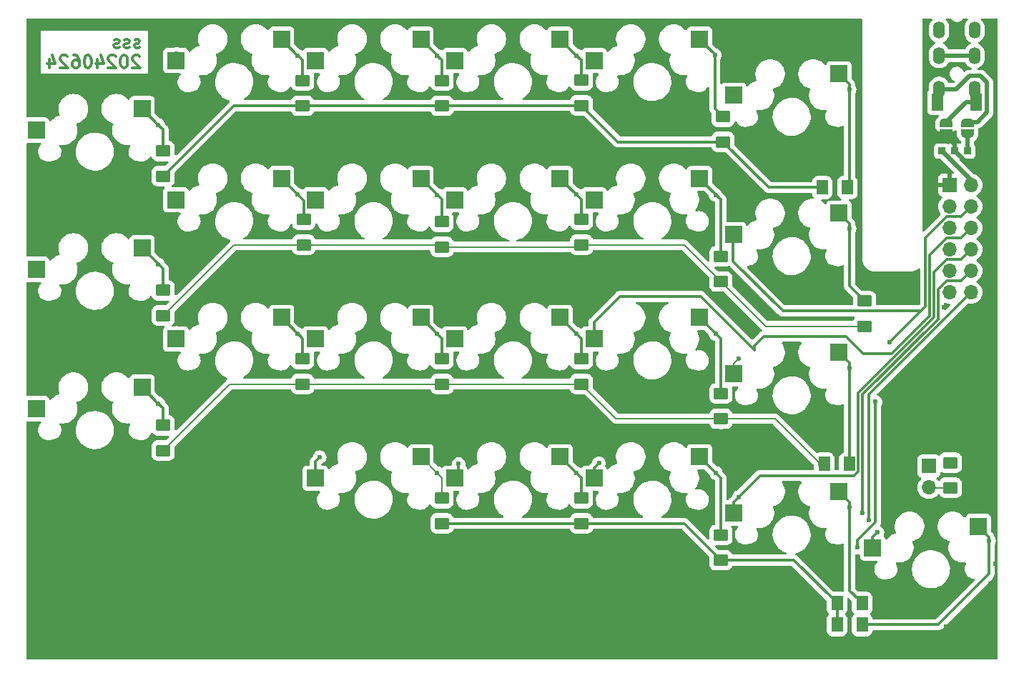
<source format=gbl>
G04 #@! TF.GenerationSoftware,KiCad,Pcbnew,7.0.10*
G04 #@! TF.CreationDate,2024-06-23T16:27:35+09:00*
G04 #@! TF.ProjectId,sss,7373732e-6b69-4636-9164-5f7063625858,rev?*
G04 #@! TF.SameCoordinates,Original*
G04 #@! TF.FileFunction,Copper,L2,Bot*
G04 #@! TF.FilePolarity,Positive*
%FSLAX46Y46*%
G04 Gerber Fmt 4.6, Leading zero omitted, Abs format (unit mm)*
G04 Created by KiCad (PCBNEW 7.0.10) date 2024-06-23 16:27:35*
%MOMM*%
%LPD*%
G01*
G04 APERTURE LIST*
G04 Aperture macros list*
%AMRoundRect*
0 Rectangle with rounded corners*
0 $1 Rounding radius*
0 $2 $3 $4 $5 $6 $7 $8 $9 X,Y pos of 4 corners*
0 Add a 4 corners polygon primitive as box body*
4,1,4,$2,$3,$4,$5,$6,$7,$8,$9,$2,$3,0*
0 Add four circle primitives for the rounded corners*
1,1,$1+$1,$2,$3*
1,1,$1+$1,$4,$5*
1,1,$1+$1,$6,$7*
1,1,$1+$1,$8,$9*
0 Add four rect primitives between the rounded corners*
20,1,$1+$1,$2,$3,$4,$5,0*
20,1,$1+$1,$4,$5,$6,$7,0*
20,1,$1+$1,$6,$7,$8,$9,0*
20,1,$1+$1,$8,$9,$2,$3,0*%
%AMFreePoly0*
4,1,19,0.500000,-0.750000,0.000000,-0.750000,0.000000,-0.744911,-0.071157,-0.744911,-0.207708,-0.704816,-0.327430,-0.627875,-0.420627,-0.520320,-0.479746,-0.390866,-0.500000,-0.250000,-0.500000,0.250000,-0.479746,0.390866,-0.420627,0.520320,-0.327430,0.627875,-0.207708,0.704816,-0.071157,0.744911,0.000000,0.744911,0.000000,0.750000,0.500000,0.750000,0.500000,-0.750000,0.500000,-0.750000,
$1*%
%AMFreePoly1*
4,1,19,0.000000,0.744911,0.071157,0.744911,0.207708,0.704816,0.327430,0.627875,0.420627,0.520320,0.479746,0.390866,0.500000,0.250000,0.500000,-0.250000,0.479746,-0.390866,0.420627,-0.520320,0.327430,-0.627875,0.207708,-0.704816,0.071157,-0.744911,0.000000,-0.744911,0.000000,-0.750000,-0.500000,-0.750000,-0.500000,0.750000,0.000000,0.750000,0.000000,0.744911,0.000000,0.744911,
$1*%
G04 Aperture macros list end*
%ADD10C,0.300000*%
G04 #@! TA.AperFunction,NonConductor*
%ADD11C,0.300000*%
G04 #@! TD*
G04 #@! TA.AperFunction,ComponentPad*
%ADD12R,1.700000X1.700000*%
G04 #@! TD*
G04 #@! TA.AperFunction,ComponentPad*
%ADD13O,1.700000X1.700000*%
G04 #@! TD*
G04 #@! TA.AperFunction,SMDPad,CuDef*
%ADD14R,2.000000X2.000000*%
G04 #@! TD*
G04 #@! TA.AperFunction,SMDPad,CuDef*
%ADD15RoundRect,0.250001X-0.624999X0.462499X-0.624999X-0.462499X0.624999X-0.462499X0.624999X0.462499X0*%
G04 #@! TD*
G04 #@! TA.AperFunction,SMDPad,CuDef*
%ADD16RoundRect,0.250001X0.462499X0.624999X-0.462499X0.624999X-0.462499X-0.624999X0.462499X-0.624999X0*%
G04 #@! TD*
G04 #@! TA.AperFunction,ComponentPad*
%ADD17O,1.400000X2.000000*%
G04 #@! TD*
G04 #@! TA.AperFunction,ComponentPad*
%ADD18R,1.400000X2.000000*%
G04 #@! TD*
G04 #@! TA.AperFunction,ComponentPad*
%ADD19R,0.850000X0.850000*%
G04 #@! TD*
G04 #@! TA.AperFunction,SMDPad,CuDef*
%ADD20RoundRect,0.250001X0.624999X-0.462499X0.624999X0.462499X-0.624999X0.462499X-0.624999X-0.462499X0*%
G04 #@! TD*
G04 #@! TA.AperFunction,SMDPad,CuDef*
%ADD21FreePoly0,270.000000*%
G04 #@! TD*
G04 #@! TA.AperFunction,SMDPad,CuDef*
%ADD22FreePoly1,270.000000*%
G04 #@! TD*
G04 #@! TA.AperFunction,ViaPad*
%ADD23C,0.600000*%
G04 #@! TD*
G04 #@! TA.AperFunction,Conductor*
%ADD24C,0.500000*%
G04 #@! TD*
G04 #@! TA.AperFunction,Conductor*
%ADD25C,0.300000*%
G04 #@! TD*
G04 #@! TA.AperFunction,Conductor*
%ADD26C,0.200000*%
G04 #@! TD*
G04 APERTURE END LIST*
D10*
D11*
X39648917Y-29826400D02*
X39506060Y-29897828D01*
X39506060Y-29897828D02*
X39220346Y-29897828D01*
X39220346Y-29897828D02*
X39077489Y-29826400D01*
X39077489Y-29826400D02*
X39006060Y-29683542D01*
X39006060Y-29683542D02*
X39006060Y-29612114D01*
X39006060Y-29612114D02*
X39077489Y-29469257D01*
X39077489Y-29469257D02*
X39220346Y-29397828D01*
X39220346Y-29397828D02*
X39434632Y-29397828D01*
X39434632Y-29397828D02*
X39577489Y-29326400D01*
X39577489Y-29326400D02*
X39648917Y-29183542D01*
X39648917Y-29183542D02*
X39648917Y-29112114D01*
X39648917Y-29112114D02*
X39577489Y-28969257D01*
X39577489Y-28969257D02*
X39434632Y-28897828D01*
X39434632Y-28897828D02*
X39220346Y-28897828D01*
X39220346Y-28897828D02*
X39077489Y-28969257D01*
X38434631Y-29826400D02*
X38291774Y-29897828D01*
X38291774Y-29897828D02*
X38006060Y-29897828D01*
X38006060Y-29897828D02*
X37863203Y-29826400D01*
X37863203Y-29826400D02*
X37791774Y-29683542D01*
X37791774Y-29683542D02*
X37791774Y-29612114D01*
X37791774Y-29612114D02*
X37863203Y-29469257D01*
X37863203Y-29469257D02*
X38006060Y-29397828D01*
X38006060Y-29397828D02*
X38220346Y-29397828D01*
X38220346Y-29397828D02*
X38363203Y-29326400D01*
X38363203Y-29326400D02*
X38434631Y-29183542D01*
X38434631Y-29183542D02*
X38434631Y-29112114D01*
X38434631Y-29112114D02*
X38363203Y-28969257D01*
X38363203Y-28969257D02*
X38220346Y-28897828D01*
X38220346Y-28897828D02*
X38006060Y-28897828D01*
X38006060Y-28897828D02*
X37863203Y-28969257D01*
X37220345Y-29826400D02*
X37077488Y-29897828D01*
X37077488Y-29897828D02*
X36791774Y-29897828D01*
X36791774Y-29897828D02*
X36648917Y-29826400D01*
X36648917Y-29826400D02*
X36577488Y-29683542D01*
X36577488Y-29683542D02*
X36577488Y-29612114D01*
X36577488Y-29612114D02*
X36648917Y-29469257D01*
X36648917Y-29469257D02*
X36791774Y-29397828D01*
X36791774Y-29397828D02*
X37006060Y-29397828D01*
X37006060Y-29397828D02*
X37148917Y-29326400D01*
X37148917Y-29326400D02*
X37220345Y-29183542D01*
X37220345Y-29183542D02*
X37220345Y-29112114D01*
X37220345Y-29112114D02*
X37148917Y-28969257D01*
X37148917Y-28969257D02*
X37006060Y-28897828D01*
X37006060Y-28897828D02*
X36791774Y-28897828D01*
X36791774Y-28897828D02*
X36648917Y-28969257D01*
X39648917Y-30955685D02*
X39577489Y-30884257D01*
X39577489Y-30884257D02*
X39434632Y-30812828D01*
X39434632Y-30812828D02*
X39077489Y-30812828D01*
X39077489Y-30812828D02*
X38934632Y-30884257D01*
X38934632Y-30884257D02*
X38863203Y-30955685D01*
X38863203Y-30955685D02*
X38791774Y-31098542D01*
X38791774Y-31098542D02*
X38791774Y-31241400D01*
X38791774Y-31241400D02*
X38863203Y-31455685D01*
X38863203Y-31455685D02*
X39720346Y-32312828D01*
X39720346Y-32312828D02*
X38791774Y-32312828D01*
X37863203Y-30812828D02*
X37720346Y-30812828D01*
X37720346Y-30812828D02*
X37577489Y-30884257D01*
X37577489Y-30884257D02*
X37506061Y-30955685D01*
X37506061Y-30955685D02*
X37434632Y-31098542D01*
X37434632Y-31098542D02*
X37363203Y-31384257D01*
X37363203Y-31384257D02*
X37363203Y-31741400D01*
X37363203Y-31741400D02*
X37434632Y-32027114D01*
X37434632Y-32027114D02*
X37506061Y-32169971D01*
X37506061Y-32169971D02*
X37577489Y-32241400D01*
X37577489Y-32241400D02*
X37720346Y-32312828D01*
X37720346Y-32312828D02*
X37863203Y-32312828D01*
X37863203Y-32312828D02*
X38006061Y-32241400D01*
X38006061Y-32241400D02*
X38077489Y-32169971D01*
X38077489Y-32169971D02*
X38148918Y-32027114D01*
X38148918Y-32027114D02*
X38220346Y-31741400D01*
X38220346Y-31741400D02*
X38220346Y-31384257D01*
X38220346Y-31384257D02*
X38148918Y-31098542D01*
X38148918Y-31098542D02*
X38077489Y-30955685D01*
X38077489Y-30955685D02*
X38006061Y-30884257D01*
X38006061Y-30884257D02*
X37863203Y-30812828D01*
X36791775Y-30955685D02*
X36720347Y-30884257D01*
X36720347Y-30884257D02*
X36577490Y-30812828D01*
X36577490Y-30812828D02*
X36220347Y-30812828D01*
X36220347Y-30812828D02*
X36077490Y-30884257D01*
X36077490Y-30884257D02*
X36006061Y-30955685D01*
X36006061Y-30955685D02*
X35934632Y-31098542D01*
X35934632Y-31098542D02*
X35934632Y-31241400D01*
X35934632Y-31241400D02*
X36006061Y-31455685D01*
X36006061Y-31455685D02*
X36863204Y-32312828D01*
X36863204Y-32312828D02*
X35934632Y-32312828D01*
X34648919Y-31312828D02*
X34648919Y-32312828D01*
X35006061Y-30741400D02*
X35363204Y-31812828D01*
X35363204Y-31812828D02*
X34434633Y-31812828D01*
X33577490Y-30812828D02*
X33434633Y-30812828D01*
X33434633Y-30812828D02*
X33291776Y-30884257D01*
X33291776Y-30884257D02*
X33220348Y-30955685D01*
X33220348Y-30955685D02*
X33148919Y-31098542D01*
X33148919Y-31098542D02*
X33077490Y-31384257D01*
X33077490Y-31384257D02*
X33077490Y-31741400D01*
X33077490Y-31741400D02*
X33148919Y-32027114D01*
X33148919Y-32027114D02*
X33220348Y-32169971D01*
X33220348Y-32169971D02*
X33291776Y-32241400D01*
X33291776Y-32241400D02*
X33434633Y-32312828D01*
X33434633Y-32312828D02*
X33577490Y-32312828D01*
X33577490Y-32312828D02*
X33720348Y-32241400D01*
X33720348Y-32241400D02*
X33791776Y-32169971D01*
X33791776Y-32169971D02*
X33863205Y-32027114D01*
X33863205Y-32027114D02*
X33934633Y-31741400D01*
X33934633Y-31741400D02*
X33934633Y-31384257D01*
X33934633Y-31384257D02*
X33863205Y-31098542D01*
X33863205Y-31098542D02*
X33791776Y-30955685D01*
X33791776Y-30955685D02*
X33720348Y-30884257D01*
X33720348Y-30884257D02*
X33577490Y-30812828D01*
X31791777Y-30812828D02*
X32077491Y-30812828D01*
X32077491Y-30812828D02*
X32220348Y-30884257D01*
X32220348Y-30884257D02*
X32291777Y-30955685D01*
X32291777Y-30955685D02*
X32434634Y-31169971D01*
X32434634Y-31169971D02*
X32506062Y-31455685D01*
X32506062Y-31455685D02*
X32506062Y-32027114D01*
X32506062Y-32027114D02*
X32434634Y-32169971D01*
X32434634Y-32169971D02*
X32363205Y-32241400D01*
X32363205Y-32241400D02*
X32220348Y-32312828D01*
X32220348Y-32312828D02*
X31934634Y-32312828D01*
X31934634Y-32312828D02*
X31791777Y-32241400D01*
X31791777Y-32241400D02*
X31720348Y-32169971D01*
X31720348Y-32169971D02*
X31648919Y-32027114D01*
X31648919Y-32027114D02*
X31648919Y-31669971D01*
X31648919Y-31669971D02*
X31720348Y-31527114D01*
X31720348Y-31527114D02*
X31791777Y-31455685D01*
X31791777Y-31455685D02*
X31934634Y-31384257D01*
X31934634Y-31384257D02*
X32220348Y-31384257D01*
X32220348Y-31384257D02*
X32363205Y-31455685D01*
X32363205Y-31455685D02*
X32434634Y-31527114D01*
X32434634Y-31527114D02*
X32506062Y-31669971D01*
X31077491Y-30955685D02*
X31006063Y-30884257D01*
X31006063Y-30884257D02*
X30863206Y-30812828D01*
X30863206Y-30812828D02*
X30506063Y-30812828D01*
X30506063Y-30812828D02*
X30363206Y-30884257D01*
X30363206Y-30884257D02*
X30291777Y-30955685D01*
X30291777Y-30955685D02*
X30220348Y-31098542D01*
X30220348Y-31098542D02*
X30220348Y-31241400D01*
X30220348Y-31241400D02*
X30291777Y-31455685D01*
X30291777Y-31455685D02*
X31148920Y-32312828D01*
X31148920Y-32312828D02*
X30220348Y-32312828D01*
X28934635Y-31312828D02*
X28934635Y-32312828D01*
X29291777Y-30741400D02*
X29648920Y-31812828D01*
X29648920Y-31812828D02*
X28720349Y-31812828D01*
D12*
X133096000Y-79497000D03*
D13*
X133096000Y-82037000D03*
D12*
X135540000Y-46190000D03*
D13*
X138080000Y-46190000D03*
X135540000Y-48730000D03*
X138080000Y-48730000D03*
X135540000Y-51270000D03*
X138080000Y-51270000D03*
X135540000Y-53810000D03*
X138080000Y-53810000D03*
X135540000Y-56350000D03*
X138080000Y-56350000D03*
X135540000Y-58890000D03*
X138080000Y-58890000D03*
D14*
X126440000Y-89185000D03*
X138940000Y-86645000D03*
X43940000Y-64435000D03*
X56440000Y-61895000D03*
X109940000Y-52070000D03*
X122440000Y-49530000D03*
X60440000Y-31435000D03*
X72940000Y-28895000D03*
X76940000Y-31435000D03*
X89440000Y-28895000D03*
X60440000Y-64435000D03*
X72940000Y-61895000D03*
X109940000Y-85060000D03*
X122440000Y-82520000D03*
X60440000Y-47935000D03*
X72940000Y-45395000D03*
X93440000Y-64435000D03*
X105940000Y-61895000D03*
X109940000Y-68560000D03*
X122440000Y-66020000D03*
X109940000Y-35560000D03*
X122440000Y-33020000D03*
X43940000Y-47935000D03*
X56440000Y-45395000D03*
X27440000Y-56185000D03*
X39940000Y-53645000D03*
X93440000Y-47935000D03*
X105940000Y-45395000D03*
X93440000Y-80935000D03*
X105940000Y-78395000D03*
X76940000Y-80935000D03*
X89440000Y-78395000D03*
X43940000Y-31435000D03*
X56440000Y-28895000D03*
X93440000Y-31435000D03*
X105940000Y-28895000D03*
X27440000Y-72685000D03*
X39940000Y-70145000D03*
X27440000Y-39685000D03*
X39940000Y-37145000D03*
X76940000Y-64435000D03*
X89440000Y-61895000D03*
X76940000Y-47935000D03*
X89440000Y-45395000D03*
X60440000Y-80935000D03*
X72940000Y-78395000D03*
D15*
X91948000Y-36757000D03*
X91948000Y-33782000D03*
X75438000Y-86287000D03*
X75438000Y-83312000D03*
X125476000Y-62919000D03*
X125476000Y-59944000D03*
X91948000Y-69777000D03*
X91948000Y-66802000D03*
X58928000Y-36791000D03*
X58928000Y-33816000D03*
X42418000Y-45139000D03*
X42418000Y-42164000D03*
X75438000Y-36791000D03*
X75438000Y-33816000D03*
D16*
X120469000Y-46482000D03*
X123444000Y-46482000D03*
D15*
X91948000Y-86287000D03*
X91948000Y-83312000D03*
X75438000Y-69777000D03*
X75438000Y-66802000D03*
X59080400Y-53267000D03*
X59080400Y-50292000D03*
D16*
X122213000Y-95758000D03*
X125188000Y-95758000D03*
D17*
X134297760Y-30844880D03*
X138496760Y-30852480D03*
X134297760Y-27844880D03*
X138496760Y-27852480D03*
D18*
X134096760Y-36352480D03*
X138697760Y-36344880D03*
D17*
X134297760Y-34844880D03*
X138496760Y-34852480D03*
D15*
X75438000Y-53521000D03*
X75438000Y-50546000D03*
D16*
X122213000Y-98298000D03*
X125188000Y-98298000D03*
D15*
X108712000Y-41075000D03*
X108712000Y-38100000D03*
X42418000Y-61649000D03*
X42418000Y-58674000D03*
D19*
X137668000Y-42164000D03*
X136144000Y-42164000D03*
D15*
X108458000Y-90639000D03*
X108458000Y-87664000D03*
X42418000Y-77651000D03*
X42418000Y-74676000D03*
X91948000Y-53267000D03*
X91948000Y-50292000D03*
X58928000Y-69777000D03*
X58928000Y-66802000D03*
D20*
X135636000Y-82058800D03*
X135636000Y-79083800D03*
D15*
X108458000Y-57619000D03*
X108458000Y-54644000D03*
D16*
X120689000Y-79248000D03*
X123664000Y-79248000D03*
D19*
X134620000Y-42164000D03*
D15*
X108458000Y-73875000D03*
X108458000Y-70900000D03*
D21*
X137668000Y-38832000D03*
D22*
X137668000Y-40132000D03*
D21*
X135128000Y-38832000D03*
D22*
X135128000Y-40132000D03*
D23*
X44780200Y-79705200D03*
X132816600Y-65633600D03*
X94818200Y-87426800D03*
X65074800Y-89027000D03*
X79832200Y-85115400D03*
X111302800Y-80594200D03*
X105968800Y-74879200D03*
X93472000Y-47218600D03*
X128447800Y-64795400D03*
X42418000Y-58267600D03*
X132918200Y-29387800D03*
X134340600Y-32842200D03*
X100253800Y-77114400D03*
X78638400Y-70993000D03*
X62306200Y-70866000D03*
X65455800Y-70916800D03*
X66751200Y-75336400D03*
X69392800Y-74828400D03*
X40309800Y-60807600D03*
X103276400Y-54305200D03*
X119684800Y-55854600D03*
X106578400Y-35814000D03*
X57404000Y-35458400D03*
X64058800Y-35560000D03*
X46583600Y-71780400D03*
X42773600Y-54254400D03*
X61823600Y-59791600D03*
X28854400Y-60629800D03*
X28651200Y-44069000D03*
X137769600Y-78994000D03*
X127965200Y-80289400D03*
X100406200Y-60807600D03*
X81965800Y-70815200D03*
X93573600Y-72948800D03*
X90271600Y-85013800D03*
X73736200Y-84988400D03*
X59334400Y-82981800D03*
X63042800Y-84937600D03*
X59817000Y-77393800D03*
X31419800Y-78054200D03*
X28625800Y-68021200D03*
X28829000Y-51384200D03*
X40741600Y-43764200D03*
X42926000Y-37693600D03*
X49530000Y-36398200D03*
X51384200Y-38074600D03*
X59334400Y-38506400D03*
X61696600Y-37998400D03*
X75742800Y-38658800D03*
X78181200Y-37998400D03*
X92100400Y-38709600D03*
X94538800Y-40843200D03*
X96901000Y-39852600D03*
X114833400Y-45186600D03*
X116484400Y-59918600D03*
X123545600Y-59893200D03*
X123647200Y-62001400D03*
X108458000Y-56108600D03*
X114808000Y-61823600D03*
X112318800Y-63550800D03*
X116840000Y-65532000D03*
X107264200Y-68707000D03*
X112649000Y-56108600D03*
X106629200Y-53924200D03*
X94665800Y-54406800D03*
X92278200Y-55016400D03*
X78206600Y-54610000D03*
X75768200Y-55245000D03*
X59334400Y-54940200D03*
X61823600Y-54508400D03*
X51308000Y-54533800D03*
X78308200Y-59690000D03*
X128524000Y-73507600D03*
X104851200Y-88544400D03*
X106527600Y-90601800D03*
X64947800Y-86969600D03*
X92024200Y-89001600D03*
X78765400Y-89128600D03*
X83896200Y-77266800D03*
X67310000Y-77368400D03*
X83058000Y-75285600D03*
X83947000Y-72771000D03*
X99872800Y-72288400D03*
X99847400Y-75336400D03*
X114452400Y-74955400D03*
X110388400Y-72720200D03*
X120116600Y-77444600D03*
X118897400Y-79603600D03*
X116814600Y-81737200D03*
X113055400Y-88747600D03*
X121361200Y-89154000D03*
X118110000Y-93395800D03*
X121183400Y-93370400D03*
X106426000Y-86664800D03*
X102793800Y-85115400D03*
X98247200Y-87299800D03*
X104952800Y-88493600D03*
X96367600Y-85013800D03*
X53441600Y-75336400D03*
X58674000Y-79476600D03*
X41198800Y-76123800D03*
X44348400Y-77317600D03*
X45085000Y-40894000D03*
X45923200Y-43383200D03*
X45288200Y-57150000D03*
X45847000Y-59893200D03*
X58953400Y-62357000D03*
X75996800Y-62280800D03*
X92252800Y-62509400D03*
X94843600Y-59334400D03*
X97078800Y-72771000D03*
X95935800Y-68300600D03*
X90500200Y-68402200D03*
X74168000Y-68351400D03*
X79654400Y-68402200D03*
X50800000Y-70916800D03*
X46583600Y-68351400D03*
X63119000Y-68427600D03*
X57607200Y-68326000D03*
X44170600Y-74574400D03*
X26670000Y-74549000D03*
X26670000Y-70866000D03*
X26670000Y-58064400D03*
X26924000Y-54000000D03*
X26670000Y-41656000D03*
X26771600Y-37515800D03*
X43053000Y-29286200D03*
X59080400Y-29540200D03*
X92024200Y-29311600D03*
X75641200Y-29540200D03*
X74091800Y-35356800D03*
X78232000Y-35661600D03*
X90474800Y-35433000D03*
X90627200Y-51816000D03*
X94615000Y-52222400D03*
X92506800Y-45999400D03*
X109423200Y-49377600D03*
X110972600Y-44780200D03*
X107137200Y-39573200D03*
X111023400Y-39801800D03*
X109016800Y-33324800D03*
X124891800Y-37617400D03*
X124764800Y-33502600D03*
X117221000Y-47472600D03*
X121894600Y-44831000D03*
X124866400Y-50165000D03*
X125069600Y-57912000D03*
X127228600Y-60045600D03*
X130073400Y-57886600D03*
X140843000Y-87096600D03*
X137668000Y-93141800D03*
X126771400Y-97129600D03*
X133629400Y-97129600D03*
X135128000Y-98475800D03*
X140335000Y-93395800D03*
X126796800Y-99161600D03*
X140944600Y-91033600D03*
X126746000Y-94513400D03*
X124790200Y-90805000D03*
X136956800Y-91338400D03*
X133731000Y-87045800D03*
X127889000Y-84785200D03*
X132638800Y-85521800D03*
X134594600Y-83540600D03*
X136652000Y-84582000D03*
X131267200Y-79603600D03*
X127914400Y-76276200D03*
X139700000Y-52476400D03*
X128574800Y-69977000D03*
X134848600Y-60629800D03*
X137820400Y-60579000D03*
X139954000Y-32258000D03*
X140385800Y-27076400D03*
X136423400Y-29286200D03*
X139369800Y-39776400D03*
X137414000Y-43434000D03*
X134823200Y-44500800D03*
X132740400Y-50114200D03*
X132664200Y-41757600D03*
X126771400Y-71882000D03*
X124663200Y-89154000D03*
X125958600Y-85928200D03*
X125247400Y-85039200D03*
X124917200Y-62941200D03*
X124968000Y-59537600D03*
X58928000Y-33401000D03*
X75438000Y-33401000D03*
X91948000Y-33375600D03*
X108204000Y-37693600D03*
X108458000Y-54229000D03*
X91948000Y-49885600D03*
X75438000Y-50139600D03*
X59080400Y-49885600D03*
X108026200Y-57226200D03*
X91389200Y-53517800D03*
X74879200Y-53263800D03*
X58521600Y-53263800D03*
X108458000Y-70485000D03*
X91948000Y-66421000D03*
X75438000Y-66395600D03*
X58953400Y-66395600D03*
X91389200Y-69773800D03*
X74879200Y-69773800D03*
X58369200Y-69773800D03*
X76987400Y-47244000D03*
X74828400Y-47345600D03*
X58343800Y-47320200D03*
X42418000Y-41757600D03*
X123698000Y-78663800D03*
X93497400Y-63728600D03*
X108458000Y-87274400D03*
X91948000Y-82905600D03*
X42418000Y-74269600D03*
X75438000Y-82905600D03*
X42976800Y-77266800D03*
X42926000Y-61264800D03*
X123698000Y-45923200D03*
X120040400Y-46482000D03*
X108153200Y-41097200D03*
X91389200Y-36779200D03*
X74879200Y-36830000D03*
X42926000Y-44754800D03*
X58369200Y-36830000D03*
X136144000Y-79502000D03*
X123698000Y-34848800D03*
X107746800Y-30784800D03*
X91389200Y-30835600D03*
X74828400Y-30835600D03*
X58369200Y-30886400D03*
X41859200Y-39065200D03*
X41833800Y-55575200D03*
X108458000Y-74320400D03*
X120243600Y-79248000D03*
X123698000Y-67894200D03*
X107823000Y-63830200D03*
X91338400Y-63804800D03*
X74853800Y-63830200D03*
X58343800Y-63830200D03*
X41859200Y-72059800D03*
X92506800Y-86283800D03*
X121818400Y-95250000D03*
X109016800Y-90678000D03*
X75996800Y-86309200D03*
X125577600Y-98298000D03*
X140208000Y-88341200D03*
X123698000Y-84353400D03*
X124764800Y-95250000D03*
X107873800Y-80314800D03*
X91363800Y-80340200D03*
X74853800Y-80314800D03*
X109982000Y-51409600D03*
X110540800Y-66725800D03*
X109982000Y-34874200D03*
X127000000Y-87376000D03*
X93472000Y-30734000D03*
X76987400Y-63754000D03*
X110591600Y-83159600D03*
X76962000Y-30734000D03*
X94030800Y-79146400D03*
X60502800Y-30784800D03*
X60502800Y-47244000D03*
X60502800Y-63754000D03*
X43992800Y-47244000D03*
X43992800Y-30632400D03*
X43992800Y-63703200D03*
X77419200Y-79248000D03*
X27482800Y-55473600D03*
X60960000Y-78435200D03*
X27482800Y-71932800D03*
X27482800Y-38963600D03*
X135128000Y-40386000D03*
X137668000Y-40386000D03*
X123698000Y-51384200D03*
X107823000Y-47345600D03*
X91363800Y-47320200D03*
D24*
X137414000Y-43434000D02*
X136144000Y-42164000D01*
X138080000Y-45624000D02*
X138080000Y-46190000D01*
X134620000Y-42164000D02*
X138080000Y-45624000D01*
D25*
X115785890Y-61106500D02*
X132136700Y-61106500D01*
X109890000Y-55210610D02*
X115785890Y-61106500D01*
X109890000Y-52120000D02*
X109890000Y-55210610D01*
X132136700Y-61106500D02*
X132688200Y-60555000D01*
X109940000Y-52070000D02*
X109890000Y-52120000D01*
X128447800Y-64795400D02*
X132688200Y-60555000D01*
X132688200Y-60555000D02*
X132688200Y-56005694D01*
X136880000Y-49930000D02*
X138080000Y-48730000D01*
X135182943Y-49930000D02*
X136880000Y-49930000D01*
X132688200Y-52424743D02*
X135182943Y-49930000D01*
X132688200Y-56005694D02*
X132688200Y-52424743D01*
X136880000Y-52470000D02*
X138080000Y-51270000D01*
X135182943Y-52470000D02*
X136880000Y-52470000D01*
X133188200Y-54464743D02*
X135182943Y-52470000D01*
X133188200Y-61660482D02*
X133188200Y-54464743D01*
X128681682Y-66167000D02*
X133188200Y-61660482D01*
X125287000Y-66167000D02*
X128681682Y-66167000D01*
X113512994Y-64120000D02*
X123240000Y-64120000D01*
X106045000Y-59385200D02*
X112400000Y-65740200D01*
X112400000Y-65232994D02*
X113512994Y-64120000D01*
X96494600Y-59385200D02*
X106045000Y-59385200D01*
X93440000Y-62439800D02*
X96494600Y-59385200D01*
X93440000Y-64435000D02*
X93440000Y-62439800D01*
X112400000Y-65740200D02*
X112400000Y-65232994D01*
X123240000Y-64120000D02*
X125287000Y-66167000D01*
X136864400Y-55025600D02*
X138080000Y-53810000D01*
X135167343Y-55025600D02*
X136864400Y-55025600D01*
X124726500Y-70829288D02*
X133688200Y-61867588D01*
X124726500Y-80128456D02*
X124726500Y-70829288D01*
X133688200Y-61867588D02*
X133688200Y-56504743D01*
X133688200Y-56504743D02*
X135167343Y-55025600D01*
X124234956Y-80620000D02*
X124726500Y-80128456D01*
X109940000Y-83760000D02*
X113080000Y-80620000D01*
X109940000Y-85060000D02*
X109940000Y-83760000D01*
X113080000Y-80620000D02*
X124234956Y-80620000D01*
X136880000Y-57550000D02*
X138080000Y-56350000D01*
X135182943Y-57550000D02*
X136880000Y-57550000D01*
X134188200Y-58544743D02*
X135182943Y-57550000D01*
X125247400Y-71015494D02*
X134188200Y-62074694D01*
X134188200Y-62074694D02*
X134188200Y-58544743D01*
X125247400Y-85039200D02*
X125247400Y-71015494D01*
X42418000Y-58267600D02*
X42418000Y-56123000D01*
X124663200Y-88261800D02*
X124663200Y-89154000D01*
X126771400Y-71882000D02*
X126771400Y-83667600D01*
X126771400Y-86153600D02*
X124663200Y-88261800D01*
X126771400Y-71882000D02*
X126771400Y-86153600D01*
X125958600Y-71011400D02*
X138080000Y-58890000D01*
X125958600Y-85928200D02*
X125958600Y-71011400D01*
D26*
X124939400Y-62919000D02*
X125476000Y-62919000D01*
X124917200Y-62941200D02*
X124939400Y-62919000D01*
X124895000Y-62919000D02*
X124917200Y-62941200D01*
D25*
X125069600Y-59537600D02*
X125476000Y-59944000D01*
X124968000Y-59537600D02*
X125069600Y-59537600D01*
X124968000Y-59436000D02*
X124968000Y-59537600D01*
X123698000Y-58166000D02*
X124968000Y-59436000D01*
X123698000Y-51384200D02*
X123698000Y-58166000D01*
D26*
X108458000Y-57619000D02*
X113758000Y-62919000D01*
X113758000Y-62919000D02*
X124895000Y-62919000D01*
D25*
X58928000Y-33401000D02*
X58928000Y-33816000D01*
X75438000Y-33401000D02*
X75438000Y-33816000D01*
X91948000Y-33375600D02*
X91948000Y-33782000D01*
X108305600Y-37693600D02*
X108712000Y-38100000D01*
X108204000Y-37693600D02*
X108305600Y-37693600D01*
X108204000Y-37592000D02*
X108204000Y-37693600D01*
X108458000Y-54229000D02*
X108458000Y-54644000D01*
X91948000Y-49885600D02*
X91948000Y-50292000D01*
X75438000Y-50139600D02*
X75438000Y-50546000D01*
X59080400Y-49885600D02*
X59080400Y-50292000D01*
D26*
X108065200Y-57226200D02*
X108458000Y-57619000D01*
X108026200Y-57226200D02*
X108065200Y-57226200D01*
X108026200Y-57187200D02*
X108026200Y-57226200D01*
X91392400Y-53521000D02*
X91694000Y-53521000D01*
X91389200Y-53517800D02*
X91392400Y-53521000D01*
X91386000Y-53521000D02*
X91389200Y-53517800D01*
X74882400Y-53267000D02*
X75184000Y-53267000D01*
X74879200Y-53263800D02*
X74882400Y-53267000D01*
X74876000Y-53267000D02*
X74879200Y-53263800D01*
X58524800Y-53267000D02*
X59080400Y-53267000D01*
X58521600Y-53263800D02*
X58524800Y-53267000D01*
X58518400Y-53267000D02*
X58521600Y-53263800D01*
D25*
X108458000Y-70485000D02*
X108458000Y-70900000D01*
X91948000Y-66421000D02*
X91948000Y-66802000D01*
X75438000Y-66395600D02*
X75438000Y-66802000D01*
X58928000Y-66421000D02*
X58928000Y-66802000D01*
X58953400Y-66395600D02*
X58928000Y-66421000D01*
X58928000Y-66370200D02*
X58953400Y-66395600D01*
D26*
X91386000Y-69777000D02*
X75438000Y-69777000D01*
X91389200Y-69773800D02*
X91386000Y-69777000D01*
X91392400Y-69777000D02*
X91389200Y-69773800D01*
X74876000Y-69777000D02*
X58928000Y-69777000D01*
X74879200Y-69773800D02*
X74876000Y-69777000D01*
X74882400Y-69777000D02*
X74879200Y-69773800D01*
X58366000Y-69777000D02*
X50292000Y-69777000D01*
X58369200Y-69773800D02*
X58366000Y-69777000D01*
X58372400Y-69777000D02*
X58369200Y-69773800D01*
D25*
X74890600Y-47345600D02*
X75438000Y-47893000D01*
X74828400Y-47345600D02*
X74890600Y-47345600D01*
X74828400Y-47283400D02*
X74828400Y-47345600D01*
X75438000Y-47893000D02*
X75438000Y-50139600D01*
X72940000Y-45395000D02*
X74828400Y-47283400D01*
X58365200Y-47320200D02*
X59080400Y-48035400D01*
X58343800Y-47320200D02*
X58365200Y-47320200D01*
X58343800Y-47298800D02*
X58343800Y-47320200D01*
X42418000Y-41757600D02*
X42418000Y-39623000D01*
X123690000Y-78671800D02*
X123690000Y-79222000D01*
X123698000Y-78663800D02*
X123690000Y-78671800D01*
X123690000Y-78655800D02*
X123698000Y-78663800D01*
X108458000Y-87274400D02*
X108458000Y-87664000D01*
X91948000Y-82905600D02*
X91948000Y-83312000D01*
X42418000Y-74269600D02*
X42418000Y-72623000D01*
D26*
X75438000Y-82905600D02*
X75438000Y-83312000D01*
X42802200Y-77266800D02*
X42418000Y-77651000D01*
X42976800Y-77266800D02*
X42802200Y-77266800D01*
X42976800Y-77092200D02*
X42976800Y-77266800D01*
X42926000Y-61141000D02*
X50800000Y-53267000D01*
X42926000Y-61264800D02*
X42926000Y-61141000D01*
X42802200Y-61264800D02*
X42926000Y-61264800D01*
D25*
X123690000Y-45931200D02*
X123690000Y-46236000D01*
X123698000Y-45923200D02*
X123690000Y-45931200D01*
X123690000Y-45915200D02*
X123698000Y-45923200D01*
X120040400Y-46482000D02*
X114119000Y-46482000D01*
X108131000Y-41075000D02*
X96266000Y-41075000D01*
X108153200Y-41097200D02*
X108131000Y-41075000D01*
X108175400Y-41075000D02*
X108153200Y-41097200D01*
X91367000Y-36757000D02*
X75472000Y-36757000D01*
X91389200Y-36779200D02*
X91367000Y-36757000D01*
X91411400Y-36757000D02*
X91389200Y-36779200D01*
X74918200Y-36791000D02*
X75438000Y-36791000D01*
X74879200Y-36830000D02*
X74918200Y-36791000D01*
X74840200Y-36791000D02*
X74879200Y-36830000D01*
X42802200Y-44754800D02*
X42418000Y-45139000D01*
X42926000Y-44754800D02*
X42802200Y-44754800D01*
X42926000Y-44631000D02*
X42926000Y-44754800D01*
X58330200Y-36791000D02*
X50766000Y-36791000D01*
X58369200Y-36830000D02*
X58330200Y-36791000D01*
X58408200Y-36791000D02*
X58369200Y-36830000D01*
D26*
X133117800Y-82058800D02*
X133096000Y-82037000D01*
X135636000Y-82058800D02*
X133117800Y-82058800D01*
D25*
X96266000Y-41075000D02*
X91948000Y-36757000D01*
X120469000Y-46482000D02*
X120040400Y-46482000D01*
X91948000Y-36757000D02*
X91411400Y-36757000D01*
X75472000Y-36757000D02*
X75438000Y-36791000D01*
X58928000Y-36791000D02*
X74840200Y-36791000D01*
X108712000Y-41075000D02*
X108175400Y-41075000D01*
X58928000Y-36791000D02*
X58408200Y-36791000D01*
X50766000Y-36791000D02*
X42926000Y-44631000D01*
X114119000Y-46482000D02*
X108712000Y-41075000D01*
X123690000Y-46236000D02*
X123444000Y-46482000D01*
X123690000Y-34856800D02*
X123690000Y-45915200D01*
X122440000Y-33020000D02*
X123690000Y-34270000D01*
X123690000Y-34270000D02*
X123690000Y-34840800D01*
X123690000Y-34840800D02*
X123698000Y-34848800D01*
X123698000Y-34848800D02*
X123690000Y-34856800D01*
X105940000Y-28895000D02*
X107746800Y-30701800D01*
X107746800Y-37134800D02*
X108204000Y-37592000D01*
X107746800Y-30701800D02*
X107746800Y-30784800D01*
X107746800Y-30784800D02*
X107746800Y-37134800D01*
X91948000Y-31403000D02*
X91948000Y-33375600D01*
X91380600Y-30835600D02*
X91389200Y-30835600D01*
X91389200Y-30835600D02*
X91389200Y-30844200D01*
X91389200Y-30844200D02*
X91948000Y-31403000D01*
X89440000Y-28895000D02*
X91380600Y-30835600D01*
X72940000Y-28895000D02*
X74828400Y-30783400D01*
X74880600Y-30835600D02*
X75438000Y-31393000D01*
X75438000Y-31393000D02*
X75438000Y-33401000D01*
X74828400Y-30783400D02*
X74828400Y-30835600D01*
X74828400Y-30835600D02*
X74880600Y-30835600D01*
X58369200Y-30824200D02*
X58369200Y-30886400D01*
X58369200Y-30886400D02*
X58431400Y-30886400D01*
X58928000Y-31383000D02*
X58928000Y-33401000D01*
X56440000Y-28895000D02*
X58369200Y-30824200D01*
X58431400Y-30886400D02*
X58928000Y-31383000D01*
X42418000Y-39623000D02*
X41860200Y-39065200D01*
X41860200Y-39065200D02*
X41859200Y-39065200D01*
X41859200Y-39065200D02*
X41859200Y-39064200D01*
X42418000Y-42164000D02*
X42418000Y-41757600D01*
X41859200Y-39064200D02*
X39940000Y-37145000D01*
D26*
X75438000Y-53521000D02*
X91386000Y-53521000D01*
X42418000Y-61649000D02*
X42802200Y-61264800D01*
X104106000Y-53267000D02*
X108026200Y-57187200D01*
X75184000Y-53267000D02*
X75438000Y-53521000D01*
X91948000Y-53267000D02*
X104106000Y-53267000D01*
X59080400Y-53267000D02*
X74876000Y-53267000D01*
X50800000Y-53267000D02*
X58518400Y-53267000D01*
X91694000Y-53521000D02*
X91948000Y-53267000D01*
D25*
X59080400Y-48035400D02*
X59080400Y-49885600D01*
X56440000Y-45395000D02*
X58343800Y-47298800D01*
X41833800Y-55575200D02*
X41833800Y-55538800D01*
X41870200Y-55575200D02*
X41833800Y-55575200D01*
X42418000Y-56123000D02*
X41870200Y-55575200D01*
X42418000Y-58674000D02*
X42418000Y-58267600D01*
X41833800Y-55538800D02*
X39940000Y-53645000D01*
D26*
X50292000Y-69777000D02*
X42976800Y-77092200D01*
X91948000Y-69777000D02*
X91392400Y-69777000D01*
X114870600Y-73875000D02*
X108458000Y-73875000D01*
X120243600Y-79248000D02*
X114870600Y-73875000D01*
X108458000Y-73875000D02*
X96046000Y-73875000D01*
X75438000Y-69777000D02*
X74882400Y-69777000D01*
X58928000Y-69777000D02*
X58372400Y-69777000D01*
X96046000Y-73875000D02*
X91948000Y-69777000D01*
D25*
X123690000Y-79222000D02*
X123664000Y-79248000D01*
X123698000Y-67894200D02*
X123690000Y-67902200D01*
X122440000Y-66020000D02*
X123690000Y-67270000D01*
X123690000Y-67902200D02*
X123690000Y-78655800D01*
X123690000Y-67270000D02*
X123690000Y-67886200D01*
X123690000Y-67886200D02*
X123698000Y-67894200D01*
X105940000Y-61895000D02*
X107823000Y-63778000D01*
X107875200Y-63830200D02*
X108458000Y-64413000D01*
X107823000Y-63778000D02*
X107823000Y-63830200D01*
X107823000Y-63830200D02*
X107875200Y-63830200D01*
X108458000Y-64413000D02*
X108458000Y-70485000D01*
X91948000Y-64403000D02*
X91948000Y-66421000D01*
X91338400Y-63804800D02*
X91349800Y-63804800D01*
X91349800Y-63804800D02*
X91948000Y-64403000D01*
X91338400Y-63793400D02*
X91338400Y-63804800D01*
X89440000Y-61895000D02*
X91338400Y-63793400D01*
X74853800Y-63830200D02*
X74875200Y-63830200D01*
X74875200Y-63830200D02*
X75438000Y-64393000D01*
X75438000Y-64393000D02*
X75438000Y-66395600D01*
X72940000Y-61895000D02*
X74853800Y-63808800D01*
X74853800Y-63808800D02*
X74853800Y-63830200D01*
X58343800Y-63798800D02*
X58343800Y-63830200D01*
X58928000Y-64383000D02*
X58928000Y-66370200D01*
X58375200Y-63830200D02*
X58928000Y-64383000D01*
X58343800Y-63830200D02*
X58375200Y-63830200D01*
X56440000Y-61895000D02*
X58343800Y-63798800D01*
X41854800Y-72059800D02*
X39940000Y-70145000D01*
X42418000Y-74676000D02*
X42418000Y-74269600D01*
X41859200Y-72064200D02*
X41859200Y-72059800D01*
X41859200Y-72059800D02*
X41854800Y-72059800D01*
X42418000Y-72623000D02*
X41859200Y-72064200D01*
X92503600Y-86287000D02*
X92506800Y-86283800D01*
X92506800Y-86283800D02*
X92510000Y-86287000D01*
X109055800Y-90639000D02*
X117094000Y-90639000D01*
X117094000Y-90639000D02*
X121705000Y-95250000D01*
X104106000Y-86287000D02*
X108458000Y-90639000D01*
X75438000Y-86287000D02*
X75974600Y-86287000D01*
X121818400Y-95363400D02*
X122213000Y-95758000D01*
X76019000Y-86287000D02*
X91948000Y-86287000D01*
X121818400Y-95250000D02*
X121818400Y-95363400D01*
X91948000Y-86287000D02*
X92503600Y-86287000D01*
X75974600Y-86287000D02*
X75996800Y-86309200D01*
X108977800Y-90639000D02*
X109016800Y-90678000D01*
X108458000Y-90639000D02*
X108977800Y-90639000D01*
X121705000Y-95250000D02*
X121818400Y-95250000D01*
X109016800Y-90678000D02*
X109055800Y-90639000D01*
X92510000Y-86287000D02*
X104106000Y-86287000D01*
X75996800Y-86309200D02*
X76019000Y-86287000D01*
X122213000Y-95758000D02*
X122213000Y-98298000D01*
X125577600Y-98298000D02*
X134176188Y-98298000D01*
X140190000Y-88323200D02*
X140190000Y-87895000D01*
X125188000Y-98298000D02*
X125577600Y-98298000D01*
X140190000Y-87895000D02*
X138940000Y-86645000D01*
X134176188Y-98298000D02*
X140190000Y-92284188D01*
X140190000Y-92284188D02*
X140190000Y-88359200D01*
X140208000Y-88341200D02*
X140190000Y-88323200D01*
X140190000Y-88359200D02*
X140208000Y-88341200D01*
X123690000Y-94260000D02*
X123690000Y-84361400D01*
X123690000Y-84361400D02*
X123698000Y-84353400D01*
X123690000Y-83770000D02*
X122440000Y-82520000D01*
X124680000Y-95250000D02*
X123690000Y-94260000D01*
X123698000Y-84353400D02*
X123690000Y-84345400D01*
X123690000Y-84345400D02*
X123690000Y-83770000D01*
X124764800Y-95250000D02*
X124680000Y-95250000D01*
X124764800Y-95334800D02*
X124764800Y-95250000D01*
X125188000Y-95758000D02*
X124764800Y-95334800D01*
X108458000Y-80913000D02*
X108458000Y-87274400D01*
X105940000Y-78395000D02*
X107859800Y-80314800D01*
X107873800Y-80314800D02*
X107873800Y-80328800D01*
X107873800Y-80328800D02*
X108458000Y-80913000D01*
X107859800Y-80314800D02*
X107873800Y-80314800D01*
X91363800Y-80340200D02*
X91385200Y-80340200D01*
X89440000Y-78395000D02*
X91363800Y-80318800D01*
X91385200Y-80340200D02*
X91948000Y-80903000D01*
X91363800Y-80318800D02*
X91363800Y-80340200D01*
X91948000Y-80903000D02*
X91948000Y-82905600D01*
D26*
X75438000Y-80893000D02*
X75438000Y-82905600D01*
X72940000Y-78395000D02*
X74853800Y-80308800D01*
X74853800Y-80314800D02*
X74859800Y-80314800D01*
X74859800Y-80314800D02*
X75438000Y-80893000D01*
X74853800Y-80308800D02*
X74853800Y-80314800D01*
X109940000Y-68560000D02*
X109940000Y-67326600D01*
X109940000Y-67326600D02*
X110540800Y-66725800D01*
D25*
X126440000Y-87936000D02*
X127000000Y-87376000D01*
X126440000Y-89185000D02*
X126440000Y-87936000D01*
X109940000Y-85060000D02*
X109940000Y-83811200D01*
X109940000Y-83811200D02*
X110591600Y-83159600D01*
X93440000Y-80935000D02*
X93440000Y-79737200D01*
X93440000Y-79737200D02*
X94030800Y-79146400D01*
X77419200Y-80455800D02*
X77419200Y-79248000D01*
X76940000Y-80935000D02*
X77419200Y-80455800D01*
X60440000Y-78955200D02*
X60960000Y-78435200D01*
X60440000Y-80935000D02*
X60440000Y-78955200D01*
D24*
X135128000Y-40386000D02*
X136144000Y-41402000D01*
X136144000Y-41402000D02*
X136144000Y-42164000D01*
X137668000Y-40386000D02*
X137668000Y-42164000D01*
X138496760Y-30852480D02*
X134305360Y-30852480D01*
X134305360Y-30852480D02*
X134297760Y-30844880D01*
D25*
X122440000Y-49520000D02*
X123698000Y-50778000D01*
X123698000Y-50778000D02*
X123698000Y-51384200D01*
X107823000Y-47345600D02*
X107890600Y-47345600D01*
X107890600Y-47345600D02*
X108458000Y-47913000D01*
X107823000Y-47278000D02*
X107823000Y-47345600D01*
X105940000Y-45395000D02*
X107823000Y-47278000D01*
X108458000Y-47913000D02*
X108458000Y-54229000D01*
X91363800Y-47320200D02*
X91365200Y-47320200D01*
X91363800Y-47318800D02*
X91363800Y-47320200D01*
X89440000Y-45395000D02*
X91363800Y-47318800D01*
X91365200Y-47320200D02*
X91948000Y-47903000D01*
X91948000Y-47903000D02*
X91948000Y-49885600D01*
D24*
X137922000Y-33274000D02*
X139192000Y-33274000D01*
X134297760Y-34844880D02*
X136351120Y-34844880D01*
X139954000Y-37592000D02*
X138826000Y-38720000D01*
X136351120Y-34844880D02*
X137922000Y-33274000D01*
X138826000Y-38720000D02*
X137668000Y-38720000D01*
X139954000Y-34036000D02*
X139954000Y-37592000D01*
X139192000Y-33274000D02*
X139954000Y-34036000D01*
X138697760Y-36344880D02*
X137503120Y-36344880D01*
X137503120Y-36344880D02*
X135128000Y-38720000D01*
G04 #@! TA.AperFunction,Conductor*
G36*
X125172878Y-26467780D02*
G01*
X125218633Y-26520584D01*
X125229839Y-26572095D01*
X125229840Y-54878425D01*
X125229840Y-54892904D01*
X125229785Y-54893091D01*
X125229787Y-55051638D01*
X125245764Y-55162743D01*
X125260338Y-55264098D01*
X125281114Y-55334851D01*
X125320813Y-55470045D01*
X125409977Y-55665275D01*
X125409979Y-55665279D01*
X125409983Y-55665287D01*
X125526031Y-55845852D01*
X125535691Y-55857000D01*
X125651532Y-55990681D01*
X125666595Y-56008063D01*
X125706116Y-56042306D01*
X125828811Y-56148616D01*
X125828822Y-56148624D01*
X126008170Y-56263875D01*
X126009386Y-56264657D01*
X126204634Y-56353816D01*
X126204636Y-56353816D01*
X126204637Y-56353817D01*
X126294294Y-56380139D01*
X126410583Y-56414280D01*
X126623041Y-56444818D01*
X126729907Y-56444814D01*
X130754461Y-56444814D01*
X130754499Y-56444818D01*
X130764463Y-56444818D01*
X130764466Y-56444819D01*
X130778973Y-56444818D01*
X130779050Y-56444840D01*
X130830359Y-56444838D01*
X130830359Y-56444839D01*
X130937675Y-56444835D01*
X131043899Y-56429558D01*
X131150118Y-56414283D01*
X131150119Y-56414282D01*
X131150124Y-56414282D01*
X131356061Y-56353807D01*
X131551297Y-56264640D01*
X131731822Y-56148619D01*
X131731847Y-56148603D01*
X131731847Y-56148602D01*
X131731856Y-56148597D01*
X131832497Y-56061388D01*
X131896051Y-56032363D01*
X131965210Y-56042306D01*
X132018014Y-56088060D01*
X132037700Y-56155099D01*
X132037700Y-60234192D01*
X132018015Y-60301231D01*
X132001381Y-60321873D01*
X131903573Y-60419681D01*
X131842250Y-60453166D01*
X131815892Y-60456000D01*
X126975500Y-60456000D01*
X126908461Y-60436315D01*
X126862706Y-60383511D01*
X126851500Y-60332000D01*
X126851500Y-59431497D01*
X126851499Y-59431484D01*
X126840999Y-59328704D01*
X126840999Y-59328703D01*
X126785814Y-59162166D01*
X126768285Y-59133748D01*
X126693713Y-59012848D01*
X126693710Y-59012844D01*
X126569655Y-58888789D01*
X126569651Y-58888786D01*
X126420337Y-58796687D01*
X126420335Y-58796686D01*
X126333361Y-58767866D01*
X126253797Y-58741501D01*
X126253795Y-58741500D01*
X126151015Y-58731000D01*
X126151008Y-58731000D01*
X125234308Y-58731000D01*
X125167269Y-58711315D01*
X125146627Y-58694681D01*
X124384819Y-57932873D01*
X124351334Y-57871550D01*
X124348500Y-57845192D01*
X124348500Y-51889267D01*
X124367507Y-51823294D01*
X124423788Y-51733724D01*
X124423809Y-51733664D01*
X124483368Y-51563455D01*
X124483369Y-51563449D01*
X124503565Y-51384203D01*
X124503565Y-51384196D01*
X124483369Y-51204950D01*
X124483366Y-51204937D01*
X124423790Y-51034681D01*
X124423789Y-51034678D01*
X124400667Y-50997879D01*
X124367506Y-50945103D01*
X124348500Y-50879131D01*
X124348500Y-50863503D01*
X124350268Y-50847491D01*
X124350026Y-50847469D01*
X124350760Y-50839706D01*
X124349711Y-50806337D01*
X124348561Y-50769722D01*
X124348500Y-50765828D01*
X124348500Y-50737078D01*
X124348499Y-50737071D01*
X124348317Y-50735634D01*
X124347949Y-50732719D01*
X124347031Y-50721062D01*
X124346761Y-50712455D01*
X124345598Y-50675431D01*
X124339676Y-50655050D01*
X124335731Y-50635995D01*
X124333072Y-50614949D01*
X124333071Y-50614947D01*
X124333071Y-50614942D01*
X124316267Y-50572501D01*
X124312484Y-50561452D01*
X124299745Y-50517602D01*
X124299142Y-50516583D01*
X124288936Y-50499324D01*
X124280378Y-50481855D01*
X124272568Y-50462129D01*
X124245721Y-50425179D01*
X124239331Y-50415449D01*
X124216081Y-50376135D01*
X124201075Y-50361129D01*
X124188435Y-50346330D01*
X124184242Y-50340559D01*
X124175963Y-50329163D01*
X124175961Y-50329160D01*
X124140780Y-50300056D01*
X124132140Y-50292194D01*
X123976818Y-50136872D01*
X123943333Y-50075549D01*
X123940499Y-50049191D01*
X123940499Y-48482129D01*
X123940498Y-48482123D01*
X123938323Y-48461892D01*
X123934091Y-48422517D01*
X123925111Y-48398441D01*
X123883797Y-48287671D01*
X123883793Y-48287664D01*
X123797547Y-48172455D01*
X123797544Y-48172452D01*
X123675231Y-48080888D01*
X123677456Y-48077915D01*
X123640439Y-48040839D01*
X123625642Y-47972555D01*
X123650112Y-47907110D01*
X123706079Y-47865283D01*
X123749319Y-47857500D01*
X123956503Y-47857500D01*
X123956508Y-47857500D01*
X124059297Y-47846999D01*
X124225834Y-47791814D01*
X124375155Y-47699711D01*
X124499211Y-47575655D01*
X124591314Y-47426334D01*
X124646499Y-47259797D01*
X124657000Y-47157008D01*
X124657000Y-45806992D01*
X124646499Y-45704203D01*
X124591314Y-45537666D01*
X124575588Y-45512171D01*
X124499213Y-45388348D01*
X124499212Y-45388347D01*
X124499211Y-45388345D01*
X124376818Y-45265952D01*
X124343334Y-45204629D01*
X124340500Y-45178271D01*
X124340500Y-35366599D01*
X124359507Y-35300626D01*
X124423788Y-35198324D01*
X124429432Y-35182194D01*
X124483368Y-35028055D01*
X124486522Y-35000061D01*
X124503565Y-34848803D01*
X124503565Y-34848796D01*
X124483369Y-34669550D01*
X124483366Y-34669537D01*
X124424504Y-34501321D01*
X124423789Y-34499278D01*
X124361926Y-34400823D01*
X124342981Y-34338746D01*
X124342659Y-34328515D01*
X124340561Y-34261736D01*
X124340500Y-34257841D01*
X124340500Y-34229077D01*
X124340499Y-34229070D01*
X124339949Y-34224716D01*
X124339030Y-34213054D01*
X124338644Y-34200769D01*
X124337597Y-34167431D01*
X124331676Y-34147053D01*
X124327731Y-34128004D01*
X124325071Y-34106942D01*
X124308263Y-34064491D01*
X124304480Y-34053442D01*
X124291744Y-34009602D01*
X124287978Y-34003235D01*
X124280940Y-33991334D01*
X124272378Y-33973856D01*
X124264568Y-33954129D01*
X124264565Y-33954125D01*
X124237730Y-33917189D01*
X124231331Y-33907448D01*
X124208081Y-33868135D01*
X124208079Y-33868133D01*
X124208078Y-33868131D01*
X124193075Y-33853129D01*
X124180435Y-33838330D01*
X124167961Y-33821160D01*
X124132780Y-33792056D01*
X124124140Y-33784194D01*
X123976818Y-33636872D01*
X123943333Y-33575549D01*
X123940499Y-33549191D01*
X123940499Y-31972129D01*
X123940498Y-31972123D01*
X123939398Y-31961892D01*
X123934091Y-31912517D01*
X123928840Y-31898439D01*
X123883797Y-31777671D01*
X123883793Y-31777664D01*
X123797547Y-31662455D01*
X123797544Y-31662452D01*
X123682335Y-31576206D01*
X123682328Y-31576202D01*
X123547482Y-31525908D01*
X123547483Y-31525908D01*
X123487883Y-31519501D01*
X123487881Y-31519500D01*
X123487873Y-31519500D01*
X123487864Y-31519500D01*
X121392129Y-31519500D01*
X121392123Y-31519501D01*
X121332516Y-31525908D01*
X121197671Y-31576202D01*
X121197664Y-31576206D01*
X121082455Y-31662452D01*
X121082452Y-31662455D01*
X120996206Y-31777664D01*
X120996203Y-31777669D01*
X120957259Y-31882084D01*
X120915387Y-31938017D01*
X120849923Y-31962434D01*
X120781650Y-31947582D01*
X120750178Y-31923091D01*
X120727305Y-31898440D01*
X120677035Y-31844261D01*
X120573985Y-31733198D01*
X120509323Y-31681632D01*
X120368857Y-31569614D01*
X120141643Y-31438432D01*
X119897416Y-31342580D01*
X119897411Y-31342578D01*
X119897402Y-31342576D01*
X119666467Y-31289867D01*
X119641630Y-31284198D01*
X119641629Y-31284197D01*
X119641625Y-31284197D01*
X119641620Y-31284196D01*
X119445515Y-31269500D01*
X119445494Y-31269500D01*
X119314506Y-31269500D01*
X119314484Y-31269500D01*
X119118379Y-31284196D01*
X119118374Y-31284197D01*
X118862597Y-31342576D01*
X118862578Y-31342582D01*
X118618356Y-31438432D01*
X118391143Y-31569614D01*
X118186014Y-31733198D01*
X118007567Y-31925520D01*
X117859768Y-32142302D01*
X117859767Y-32142303D01*
X117745938Y-32378673D01*
X117668606Y-32629376D01*
X117668605Y-32629381D01*
X117668604Y-32629385D01*
X117656561Y-32709281D01*
X117629500Y-32888812D01*
X117629500Y-33151187D01*
X117647333Y-33269492D01*
X117668604Y-33410615D01*
X117668605Y-33410617D01*
X117668606Y-33410623D01*
X117745938Y-33661326D01*
X117859767Y-33897696D01*
X117859768Y-33897697D01*
X117859770Y-33897700D01*
X117859772Y-33897704D01*
X117988314Y-34086240D01*
X118007567Y-34114479D01*
X118186014Y-34306801D01*
X118186018Y-34306804D01*
X118186019Y-34306805D01*
X118391143Y-34470386D01*
X118618357Y-34601568D01*
X118862584Y-34697420D01*
X118862596Y-34697422D01*
X118862597Y-34697423D01*
X118945156Y-34716267D01*
X119006135Y-34750376D01*
X119038993Y-34812037D01*
X119033298Y-34881674D01*
X119029286Y-34890956D01*
X119015937Y-34918676D01*
X119015933Y-34918686D01*
X118938606Y-35169376D01*
X118938605Y-35169381D01*
X118938604Y-35169385D01*
X118927207Y-35244997D01*
X118899500Y-35428812D01*
X118899500Y-35691187D01*
X118914011Y-35787454D01*
X118938604Y-35950615D01*
X118938605Y-35950617D01*
X118938606Y-35950623D01*
X119015938Y-36201326D01*
X119129767Y-36437696D01*
X119129768Y-36437697D01*
X119129770Y-36437700D01*
X119129772Y-36437704D01*
X119194041Y-36531969D01*
X119277567Y-36654479D01*
X119456014Y-36846801D01*
X119456018Y-36846804D01*
X119456019Y-36846805D01*
X119661143Y-37010386D01*
X119888357Y-37141568D01*
X120132584Y-37237420D01*
X120388370Y-37295802D01*
X120388376Y-37295802D01*
X120388379Y-37295803D01*
X120584484Y-37310499D01*
X120584503Y-37310499D01*
X120584506Y-37310500D01*
X120584508Y-37310500D01*
X120715492Y-37310500D01*
X120715494Y-37310500D01*
X120715497Y-37310499D01*
X120715513Y-37310499D01*
X120888722Y-37297519D01*
X120957045Y-37312138D01*
X121006619Y-37361375D01*
X121021702Y-37429597D01*
X121005376Y-37483172D01*
X120914398Y-37640750D01*
X120845656Y-37839365D01*
X120845656Y-37839367D01*
X120818981Y-38024903D01*
X120815746Y-38047401D01*
X120825745Y-38257327D01*
X120875296Y-38461578D01*
X120875298Y-38461582D01*
X120962598Y-38652743D01*
X120962601Y-38652748D01*
X120962602Y-38652750D01*
X120962604Y-38652753D01*
X121083421Y-38822417D01*
X121084515Y-38823953D01*
X121084520Y-38823959D01*
X121236620Y-38968985D01*
X121352841Y-39043676D01*
X121413428Y-39082613D01*
X121608543Y-39160725D01*
X121678266Y-39174163D01*
X121814914Y-39200500D01*
X121814915Y-39200500D01*
X121827653Y-39200500D01*
X121882924Y-39213499D01*
X121904472Y-39224229D01*
X122118464Y-39285115D01*
X122284497Y-39300500D01*
X122284501Y-39300500D01*
X122395499Y-39300500D01*
X122395503Y-39300500D01*
X122561536Y-39285115D01*
X122775528Y-39224229D01*
X122860229Y-39182052D01*
X122929013Y-39169791D01*
X122993508Y-39196664D01*
X123033236Y-39254140D01*
X123039500Y-39293053D01*
X123039500Y-44983488D01*
X123019815Y-45050527D01*
X122967011Y-45096282D01*
X122928103Y-45106846D01*
X122828704Y-45117000D01*
X122828703Y-45117001D01*
X122662164Y-45172186D01*
X122662162Y-45172187D01*
X122512848Y-45264286D01*
X122512844Y-45264289D01*
X122388789Y-45388344D01*
X122388786Y-45388348D01*
X122296687Y-45537662D01*
X122296686Y-45537664D01*
X122241501Y-45704203D01*
X122241500Y-45704204D01*
X122231000Y-45806984D01*
X122231000Y-47157015D01*
X122241500Y-47259795D01*
X122241501Y-47259797D01*
X122252728Y-47293677D01*
X122296686Y-47426335D01*
X122296687Y-47426337D01*
X122388786Y-47575651D01*
X122388789Y-47575655D01*
X122512844Y-47699710D01*
X122512848Y-47699713D01*
X122662164Y-47791813D01*
X122664960Y-47793117D01*
X122666556Y-47794522D01*
X122668313Y-47795606D01*
X122668127Y-47795906D01*
X122717401Y-47839288D01*
X122736554Y-47906481D01*
X122716340Y-47973363D01*
X122663175Y-48018698D01*
X122612558Y-48029500D01*
X121392129Y-48029500D01*
X121392123Y-48029501D01*
X121332516Y-48035908D01*
X121197671Y-48086202D01*
X121197664Y-48086206D01*
X121082455Y-48172452D01*
X121082452Y-48172455D01*
X120996206Y-48287664D01*
X120996203Y-48287669D01*
X120957259Y-48392084D01*
X120915387Y-48448017D01*
X120849923Y-48472434D01*
X120781650Y-48457582D01*
X120750178Y-48433091D01*
X120573985Y-48243198D01*
X120485276Y-48172455D01*
X120368857Y-48079614D01*
X120368854Y-48079612D01*
X120367393Y-48078447D01*
X120327253Y-48021259D01*
X120324403Y-47951447D01*
X120359748Y-47891177D01*
X120422067Y-47859584D01*
X120444706Y-47857500D01*
X120981503Y-47857500D01*
X120981508Y-47857500D01*
X121084297Y-47846999D01*
X121250834Y-47791814D01*
X121400155Y-47699711D01*
X121524211Y-47575655D01*
X121616314Y-47426334D01*
X121671499Y-47259797D01*
X121682000Y-47157008D01*
X121682000Y-45806992D01*
X121671499Y-45704203D01*
X121616314Y-45537666D01*
X121600588Y-45512171D01*
X121524213Y-45388348D01*
X121524210Y-45388344D01*
X121400155Y-45264289D01*
X121400151Y-45264286D01*
X121250837Y-45172187D01*
X121250835Y-45172186D01*
X121167565Y-45144593D01*
X121084297Y-45117001D01*
X121084295Y-45117000D01*
X120981515Y-45106500D01*
X120981508Y-45106500D01*
X119956492Y-45106500D01*
X119956484Y-45106500D01*
X119853704Y-45117000D01*
X119853703Y-45117001D01*
X119687164Y-45172186D01*
X119687162Y-45172187D01*
X119537848Y-45264286D01*
X119537844Y-45264289D01*
X119413789Y-45388344D01*
X119413786Y-45388348D01*
X119321687Y-45537662D01*
X119321686Y-45537664D01*
X119266501Y-45704203D01*
X119266500Y-45704205D01*
X119264877Y-45720101D01*
X119238482Y-45784793D01*
X119181302Y-45824945D01*
X119141519Y-45831500D01*
X114439808Y-45831500D01*
X114372769Y-45811815D01*
X114352127Y-45795181D01*
X110123819Y-41566873D01*
X110090334Y-41505550D01*
X110087500Y-41479192D01*
X110087500Y-40562497D01*
X110087499Y-40562484D01*
X110076999Y-40459704D01*
X110076999Y-40459703D01*
X110021814Y-40293166D01*
X110016365Y-40284332D01*
X109929713Y-40143848D01*
X109929710Y-40143844D01*
X109805655Y-40019789D01*
X109805651Y-40019786D01*
X109656337Y-39927687D01*
X109656335Y-39927686D01*
X109549987Y-39892446D01*
X109489797Y-39872501D01*
X109489795Y-39872500D01*
X109387015Y-39862000D01*
X109387008Y-39862000D01*
X108036992Y-39862000D01*
X108036984Y-39862000D01*
X107934204Y-39872500D01*
X107934203Y-39872501D01*
X107767664Y-39927686D01*
X107767662Y-39927687D01*
X107618348Y-40019786D01*
X107618344Y-40019789D01*
X107494289Y-40143844D01*
X107494286Y-40143848D01*
X107402187Y-40293162D01*
X107402186Y-40293165D01*
X107386831Y-40339504D01*
X107347058Y-40396949D01*
X107282542Y-40423772D01*
X107269125Y-40424500D01*
X96586808Y-40424500D01*
X96519769Y-40404815D01*
X96499127Y-40388181D01*
X93359819Y-37248873D01*
X93326334Y-37187550D01*
X93323500Y-37161192D01*
X93323500Y-36244497D01*
X93323499Y-36244484D01*
X93323086Y-36240446D01*
X93312999Y-36141703D01*
X93257814Y-35975166D01*
X93233222Y-35935297D01*
X93165713Y-35825848D01*
X93165710Y-35825844D01*
X93041655Y-35701789D01*
X93041651Y-35701786D01*
X92892337Y-35609687D01*
X92892335Y-35609686D01*
X92796712Y-35578000D01*
X92725797Y-35554501D01*
X92725795Y-35554500D01*
X92623015Y-35544000D01*
X92623008Y-35544000D01*
X91272992Y-35544000D01*
X91272984Y-35544000D01*
X91170204Y-35554500D01*
X91170203Y-35554501D01*
X91003664Y-35609686D01*
X91003662Y-35609687D01*
X90854348Y-35701786D01*
X90854344Y-35701789D01*
X90730289Y-35825844D01*
X90730286Y-35825848D01*
X90638187Y-35975162D01*
X90638186Y-35975165D01*
X90622831Y-36021504D01*
X90583058Y-36078949D01*
X90518542Y-36105772D01*
X90505125Y-36106500D01*
X85111204Y-36106500D01*
X85044165Y-36086815D01*
X84998410Y-36034011D01*
X84988466Y-35964853D01*
X85017491Y-35901297D01*
X85041026Y-35880270D01*
X85126033Y-35821915D01*
X85237869Y-35745144D01*
X85461333Y-35543032D01*
X85655865Y-35312939D01*
X85817993Y-35058970D01*
X85944823Y-34785658D01*
X86034093Y-34497879D01*
X86084209Y-34200770D01*
X86094277Y-33899631D01*
X86064118Y-33599838D01*
X85994269Y-33306739D01*
X85885977Y-33025566D01*
X85741175Y-32761335D01*
X85740770Y-32760786D01*
X85650109Y-32637739D01*
X85562446Y-32518762D01*
X85352980Y-32302176D01*
X85278750Y-32243557D01*
X85116521Y-32115446D01*
X85116517Y-32115443D01*
X85116515Y-32115442D01*
X84857270Y-31961891D01*
X84579872Y-31844264D01*
X84579863Y-31844261D01*
X84289272Y-31764660D01*
X84214616Y-31754620D01*
X83990653Y-31724500D01*
X83764756Y-31724500D01*
X83764748Y-31724500D01*
X83539368Y-31739587D01*
X83539359Y-31739589D01*
X83244094Y-31799604D01*
X82959464Y-31898439D01*
X82959459Y-31898441D01*
X82690546Y-32034328D01*
X82442125Y-32204860D01*
X82218665Y-32406969D01*
X82024132Y-32637064D01*
X81862006Y-32891030D01*
X81862005Y-32891032D01*
X81737931Y-33158407D01*
X81735177Y-33164342D01*
X81728614Y-33185499D01*
X81645907Y-33452118D01*
X81598589Y-33732641D01*
X81595791Y-33749230D01*
X81586550Y-34025651D01*
X81585723Y-34050373D01*
X81615881Y-34350160D01*
X81615882Y-34350162D01*
X81685728Y-34643252D01*
X81685733Y-34643266D01*
X81794020Y-34924427D01*
X81794024Y-34924436D01*
X81938825Y-35188665D01*
X81938829Y-35188671D01*
X82115770Y-35428817D01*
X82117554Y-35431238D01*
X82327020Y-35647824D01*
X82563485Y-35834558D01*
X82633134Y-35875811D01*
X82680782Y-35926912D01*
X82693240Y-35995662D01*
X82666550Y-36060233D01*
X82609188Y-36100125D01*
X82569940Y-36106500D01*
X76869608Y-36106500D01*
X76802569Y-36086815D01*
X76756814Y-36034011D01*
X76751902Y-36021504D01*
X76747814Y-36009166D01*
X76747810Y-36009160D01*
X76747809Y-36009157D01*
X76655713Y-35859848D01*
X76655710Y-35859844D01*
X76531655Y-35735789D01*
X76531651Y-35735786D01*
X76382337Y-35643687D01*
X76382335Y-35643686D01*
X76265228Y-35604881D01*
X76215797Y-35588501D01*
X76215795Y-35588500D01*
X76113015Y-35578000D01*
X76113008Y-35578000D01*
X74762992Y-35578000D01*
X74762984Y-35578000D01*
X74660204Y-35588500D01*
X74660203Y-35588501D01*
X74493664Y-35643686D01*
X74493662Y-35643687D01*
X74344348Y-35735786D01*
X74344344Y-35735789D01*
X74220289Y-35859844D01*
X74220286Y-35859848D01*
X74128187Y-36009162D01*
X74128186Y-36009165D01*
X74112831Y-36055504D01*
X74073058Y-36112949D01*
X74008542Y-36139772D01*
X73995125Y-36140500D01*
X68561674Y-36140500D01*
X68494635Y-36120815D01*
X68448880Y-36068011D01*
X68438936Y-35998853D01*
X68467961Y-35935297D01*
X68491492Y-35914271D01*
X68737869Y-35745144D01*
X68961333Y-35543032D01*
X69155865Y-35312939D01*
X69317993Y-35058970D01*
X69444823Y-34785658D01*
X69534093Y-34497879D01*
X69584209Y-34200770D01*
X69594277Y-33899631D01*
X69564118Y-33599838D01*
X69494269Y-33306739D01*
X69385977Y-33025566D01*
X69241175Y-32761335D01*
X69240770Y-32760786D01*
X69150109Y-32637739D01*
X69062446Y-32518762D01*
X68852980Y-32302176D01*
X68778750Y-32243557D01*
X68616521Y-32115446D01*
X68616517Y-32115443D01*
X68616515Y-32115442D01*
X68357270Y-31961891D01*
X68079872Y-31844264D01*
X68079863Y-31844261D01*
X67789272Y-31764660D01*
X67714616Y-31754620D01*
X67490653Y-31724500D01*
X67264756Y-31724500D01*
X67264748Y-31724500D01*
X67039368Y-31739587D01*
X67039359Y-31739589D01*
X66744094Y-31799604D01*
X66459464Y-31898439D01*
X66459459Y-31898441D01*
X66190546Y-32034328D01*
X65942125Y-32204860D01*
X65718665Y-32406969D01*
X65524132Y-32637064D01*
X65362006Y-32891030D01*
X65362005Y-32891032D01*
X65237931Y-33158407D01*
X65235177Y-33164342D01*
X65228614Y-33185499D01*
X65145907Y-33452118D01*
X65098589Y-33732641D01*
X65095791Y-33749230D01*
X65086550Y-34025651D01*
X65085723Y-34050373D01*
X65115881Y-34350160D01*
X65115882Y-34350162D01*
X65185728Y-34643252D01*
X65185733Y-34643266D01*
X65294020Y-34924427D01*
X65294024Y-34924436D01*
X65438825Y-35188665D01*
X65438829Y-35188671D01*
X65615770Y-35428817D01*
X65617554Y-35431238D01*
X65827020Y-35647824D01*
X65846385Y-35663116D01*
X66063478Y-35834553D01*
X66063480Y-35834554D01*
X66063485Y-35834558D01*
X66190536Y-35909810D01*
X66238185Y-35960912D01*
X66250643Y-36029662D01*
X66223953Y-36094233D01*
X66166591Y-36134125D01*
X66127343Y-36140500D01*
X60370875Y-36140500D01*
X60303836Y-36120815D01*
X60258081Y-36068011D01*
X60253169Y-36055504D01*
X60251517Y-36050520D01*
X60237814Y-36009166D01*
X60237808Y-36009157D01*
X60145713Y-35859848D01*
X60145710Y-35859844D01*
X60021655Y-35735789D01*
X60021651Y-35735786D01*
X59872337Y-35643687D01*
X59872335Y-35643686D01*
X59755228Y-35604881D01*
X59705797Y-35588501D01*
X59705795Y-35588500D01*
X59603015Y-35578000D01*
X59603008Y-35578000D01*
X58252992Y-35578000D01*
X58252984Y-35578000D01*
X58150204Y-35588500D01*
X58150203Y-35588501D01*
X57983664Y-35643686D01*
X57983662Y-35643687D01*
X57834348Y-35735786D01*
X57834344Y-35735789D01*
X57710289Y-35859844D01*
X57710286Y-35859848D01*
X57618187Y-36009162D01*
X57618186Y-36009165D01*
X57602831Y-36055504D01*
X57563058Y-36112949D01*
X57498542Y-36139772D01*
X57485125Y-36140500D01*
X52061674Y-36140500D01*
X51994635Y-36120815D01*
X51948880Y-36068011D01*
X51938936Y-35998853D01*
X51967961Y-35935297D01*
X51991492Y-35914271D01*
X52237869Y-35745144D01*
X52461333Y-35543032D01*
X52655865Y-35312939D01*
X52817993Y-35058970D01*
X52944823Y-34785658D01*
X53034093Y-34497879D01*
X53084209Y-34200770D01*
X53094277Y-33899631D01*
X53064118Y-33599838D01*
X52994269Y-33306739D01*
X52885977Y-33025566D01*
X52741175Y-32761335D01*
X52740770Y-32760786D01*
X52650109Y-32637739D01*
X52562446Y-32518762D01*
X52352980Y-32302176D01*
X52278750Y-32243557D01*
X52116521Y-32115446D01*
X52116517Y-32115443D01*
X52116515Y-32115442D01*
X51857270Y-31961891D01*
X51579872Y-31844264D01*
X51579863Y-31844261D01*
X51289272Y-31764660D01*
X51214616Y-31754620D01*
X50990653Y-31724500D01*
X50764756Y-31724500D01*
X50764748Y-31724500D01*
X50539368Y-31739587D01*
X50539359Y-31739589D01*
X50244094Y-31799604D01*
X49959464Y-31898439D01*
X49959459Y-31898441D01*
X49690546Y-32034328D01*
X49442125Y-32204860D01*
X49218665Y-32406969D01*
X49024132Y-32637064D01*
X48862006Y-32891030D01*
X48862005Y-32891032D01*
X48737931Y-33158407D01*
X48735177Y-33164342D01*
X48728614Y-33185499D01*
X48645907Y-33452118D01*
X48598589Y-33732641D01*
X48595791Y-33749230D01*
X48586550Y-34025651D01*
X48585723Y-34050373D01*
X48615881Y-34350160D01*
X48615882Y-34350162D01*
X48685728Y-34643252D01*
X48685733Y-34643266D01*
X48794020Y-34924427D01*
X48794024Y-34924436D01*
X48938825Y-35188665D01*
X48938829Y-35188671D01*
X49115770Y-35428817D01*
X49117554Y-35431238D01*
X49327020Y-35647824D01*
X49346385Y-35663116D01*
X49563478Y-35834553D01*
X49563480Y-35834554D01*
X49563485Y-35834558D01*
X49822730Y-35988109D01*
X50100128Y-36105736D01*
X50231725Y-36141784D01*
X50291182Y-36178480D01*
X50321361Y-36241496D01*
X50312680Y-36310824D01*
X50294510Y-36340417D01*
X50288060Y-36348214D01*
X50280196Y-36356856D01*
X44005181Y-42631872D01*
X43943858Y-42665357D01*
X43874166Y-42660373D01*
X43818233Y-42618501D01*
X43793816Y-42553037D01*
X43793500Y-42544191D01*
X43793500Y-41651497D01*
X43793499Y-41651484D01*
X43792260Y-41639360D01*
X43782999Y-41548703D01*
X43727814Y-41382166D01*
X43727375Y-41381455D01*
X43635713Y-41232848D01*
X43635710Y-41232844D01*
X43511655Y-41108789D01*
X43511651Y-41108786D01*
X43362337Y-41016687D01*
X43362335Y-41016686D01*
X43226880Y-40971801D01*
X43195797Y-40961501D01*
X43192103Y-40961123D01*
X43179894Y-40959876D01*
X43115203Y-40933478D01*
X43075053Y-40876296D01*
X43068500Y-40836518D01*
X43068500Y-39708501D01*
X43070268Y-39692488D01*
X43070026Y-39692466D01*
X43070758Y-39684710D01*
X43070760Y-39684703D01*
X43068561Y-39614735D01*
X43068500Y-39610840D01*
X43068500Y-39582077D01*
X43068499Y-39582070D01*
X43067949Y-39577716D01*
X43067030Y-39566054D01*
X43066722Y-39556245D01*
X43065597Y-39520430D01*
X43059676Y-39500052D01*
X43055731Y-39481003D01*
X43053071Y-39459942D01*
X43036261Y-39417487D01*
X43032481Y-39406445D01*
X43019744Y-39362601D01*
X43008939Y-39344332D01*
X43000379Y-39326858D01*
X42995158Y-39313671D01*
X42992568Y-39307129D01*
X42965737Y-39270199D01*
X42959323Y-39260435D01*
X42936082Y-39221137D01*
X42936081Y-39221135D01*
X42921075Y-39206129D01*
X42908435Y-39191330D01*
X42904218Y-39185526D01*
X42895963Y-39174163D01*
X42895961Y-39174160D01*
X42860780Y-39145056D01*
X42852140Y-39137194D01*
X42680795Y-38965849D01*
X42647310Y-38904526D01*
X42645255Y-38892045D01*
X42644568Y-38885945D01*
X42622876Y-38823952D01*
X42584989Y-38715678D01*
X42584748Y-38715295D01*
X42523399Y-38617658D01*
X42489016Y-38562938D01*
X42361462Y-38435384D01*
X42302276Y-38398195D01*
X42208721Y-38339410D01*
X42038455Y-38279832D01*
X42038446Y-38279830D01*
X42032338Y-38279142D01*
X41967926Y-38252071D01*
X41958550Y-38243604D01*
X41476818Y-37761872D01*
X41443333Y-37700549D01*
X41440499Y-37674191D01*
X41440499Y-36097129D01*
X41440498Y-36097123D01*
X41440187Y-36094233D01*
X41434091Y-36037517D01*
X41432783Y-36034011D01*
X41383797Y-35902671D01*
X41383793Y-35902664D01*
X41297547Y-35787455D01*
X41297544Y-35787452D01*
X41182335Y-35701206D01*
X41182328Y-35701202D01*
X41047482Y-35650908D01*
X41047483Y-35650908D01*
X40987883Y-35644501D01*
X40987881Y-35644500D01*
X40987873Y-35644500D01*
X40987864Y-35644500D01*
X38892129Y-35644500D01*
X38892123Y-35644501D01*
X38832516Y-35650908D01*
X38697671Y-35701202D01*
X38697664Y-35701206D01*
X38582455Y-35787452D01*
X38582452Y-35787455D01*
X38496206Y-35902664D01*
X38496203Y-35902669D01*
X38457259Y-36007084D01*
X38415387Y-36063017D01*
X38349923Y-36087434D01*
X38281650Y-36072582D01*
X38250178Y-36048091D01*
X38227305Y-36023440D01*
X38204492Y-35998853D01*
X38073985Y-35858198D01*
X38017827Y-35813414D01*
X37868857Y-35694614D01*
X37641643Y-35563432D01*
X37397416Y-35467580D01*
X37397411Y-35467578D01*
X37397402Y-35467576D01*
X37179818Y-35417914D01*
X37141630Y-35409198D01*
X37141629Y-35409197D01*
X37141625Y-35409197D01*
X37141620Y-35409196D01*
X36945515Y-35394500D01*
X36945494Y-35394500D01*
X36814506Y-35394500D01*
X36814484Y-35394500D01*
X36618379Y-35409196D01*
X36618374Y-35409197D01*
X36362597Y-35467576D01*
X36362578Y-35467582D01*
X36118356Y-35563432D01*
X35891143Y-35694614D01*
X35686014Y-35858198D01*
X35507567Y-36050520D01*
X35359768Y-36267302D01*
X35359767Y-36267303D01*
X35245938Y-36503673D01*
X35168606Y-36754376D01*
X35168605Y-36754381D01*
X35168604Y-36754385D01*
X35167447Y-36762064D01*
X35129500Y-37013812D01*
X35129500Y-37276187D01*
X35147439Y-37395195D01*
X35168604Y-37535615D01*
X35168605Y-37535617D01*
X35168606Y-37535623D01*
X35245938Y-37786326D01*
X35359767Y-38022696D01*
X35359768Y-38022697D01*
X35359770Y-38022700D01*
X35359772Y-38022704D01*
X35488316Y-38211243D01*
X35507567Y-38239479D01*
X35686014Y-38431801D01*
X35686018Y-38431804D01*
X35686019Y-38431805D01*
X35891143Y-38595386D01*
X36118357Y-38726568D01*
X36362584Y-38822420D01*
X36362596Y-38822422D01*
X36362597Y-38822423D01*
X36445156Y-38841267D01*
X36506135Y-38875376D01*
X36538993Y-38937037D01*
X36533298Y-39006674D01*
X36529286Y-39015956D01*
X36515937Y-39043676D01*
X36515933Y-39043686D01*
X36438606Y-39294376D01*
X36438605Y-39294381D01*
X36438604Y-39294385D01*
X36432934Y-39332002D01*
X36399500Y-39553812D01*
X36399500Y-39816187D01*
X36416307Y-39927686D01*
X36438604Y-40075615D01*
X36438605Y-40075617D01*
X36438606Y-40075623D01*
X36515938Y-40326326D01*
X36629767Y-40562696D01*
X36629768Y-40562697D01*
X36629770Y-40562700D01*
X36629772Y-40562704D01*
X36748040Y-40736171D01*
X36777567Y-40779479D01*
X36956014Y-40971801D01*
X36956018Y-40971804D01*
X36956019Y-40971805D01*
X37161143Y-41135386D01*
X37388357Y-41266568D01*
X37632584Y-41362420D01*
X37888370Y-41420802D01*
X37888376Y-41420802D01*
X37888379Y-41420803D01*
X38084484Y-41435499D01*
X38084503Y-41435499D01*
X38084506Y-41435500D01*
X38084508Y-41435500D01*
X38215492Y-41435500D01*
X38215494Y-41435500D01*
X38215497Y-41435499D01*
X38215513Y-41435499D01*
X38388722Y-41422519D01*
X38457045Y-41437138D01*
X38506619Y-41486375D01*
X38521702Y-41554597D01*
X38505376Y-41608172D01*
X38414398Y-41765750D01*
X38345656Y-41964365D01*
X38345656Y-41964367D01*
X38316954Y-42164000D01*
X38315746Y-42172401D01*
X38325745Y-42382327D01*
X38375296Y-42586578D01*
X38375298Y-42586582D01*
X38462598Y-42777743D01*
X38462601Y-42777748D01*
X38462602Y-42777750D01*
X38462604Y-42777753D01*
X38584514Y-42948952D01*
X38584515Y-42948953D01*
X38584520Y-42948959D01*
X38736620Y-43093985D01*
X38831578Y-43155011D01*
X38913428Y-43207613D01*
X39108543Y-43285725D01*
X39211729Y-43305612D01*
X39314914Y-43325500D01*
X39314915Y-43325500D01*
X39327653Y-43325500D01*
X39382924Y-43338499D01*
X39404472Y-43349229D01*
X39618464Y-43410115D01*
X39784497Y-43425500D01*
X39784501Y-43425500D01*
X39895499Y-43425500D01*
X39895503Y-43425500D01*
X40061536Y-43410115D01*
X40275528Y-43349229D01*
X40474689Y-43250058D01*
X40652236Y-43115981D01*
X40671222Y-43095155D01*
X40802123Y-42951563D01*
X40802125Y-42951560D01*
X40863052Y-42853159D01*
X40915077Y-42806526D01*
X40984058Y-42795421D01*
X41048093Y-42823373D01*
X41086183Y-42879434D01*
X41108186Y-42945834D01*
X41108187Y-42945837D01*
X41200286Y-43095151D01*
X41200289Y-43095155D01*
X41324344Y-43219210D01*
X41324348Y-43219213D01*
X41473662Y-43311312D01*
X41473664Y-43311313D01*
X41473666Y-43311314D01*
X41640203Y-43366499D01*
X41742992Y-43377000D01*
X41742997Y-43377000D01*
X42960691Y-43377000D01*
X43027730Y-43396685D01*
X43073485Y-43449489D01*
X43083429Y-43518647D01*
X43054404Y-43582203D01*
X43048372Y-43588681D01*
X42747373Y-43889681D01*
X42686050Y-43923166D01*
X42659692Y-43926000D01*
X41742984Y-43926000D01*
X41640204Y-43936500D01*
X41640203Y-43936501D01*
X41473664Y-43991686D01*
X41473662Y-43991687D01*
X41324348Y-44083786D01*
X41324344Y-44083789D01*
X41200289Y-44207844D01*
X41200286Y-44207848D01*
X41108187Y-44357162D01*
X41108186Y-44357164D01*
X41053001Y-44523703D01*
X41053000Y-44523704D01*
X41042500Y-44626484D01*
X41042500Y-45651515D01*
X41053000Y-45754295D01*
X41053001Y-45754297D01*
X41078584Y-45831500D01*
X41108186Y-45920835D01*
X41108187Y-45920837D01*
X41200286Y-46070151D01*
X41200289Y-46070155D01*
X41324344Y-46194210D01*
X41324348Y-46194213D01*
X41473662Y-46286312D01*
X41473664Y-46286313D01*
X41473666Y-46286314D01*
X41640203Y-46341499D01*
X41742992Y-46352000D01*
X41742997Y-46352000D01*
X42511065Y-46352000D01*
X42578104Y-46371685D01*
X42623859Y-46424489D01*
X42633803Y-46493647D01*
X42604778Y-46557203D01*
X42585378Y-46575265D01*
X42582454Y-46577453D01*
X42582452Y-46577455D01*
X42496206Y-46692664D01*
X42496202Y-46692671D01*
X42445908Y-46827517D01*
X42439501Y-46887116D01*
X42439500Y-46887135D01*
X42439500Y-48982870D01*
X42439501Y-48982876D01*
X42445908Y-49042483D01*
X42496202Y-49177328D01*
X42496206Y-49177335D01*
X42582452Y-49292544D01*
X42582455Y-49292547D01*
X42697664Y-49378793D01*
X42697671Y-49378797D01*
X42832517Y-49429091D01*
X42832516Y-49429091D01*
X42839444Y-49429835D01*
X42892127Y-49435500D01*
X44382324Y-49435499D01*
X44449363Y-49455184D01*
X44495118Y-49507987D01*
X44505062Y-49577146D01*
X44476037Y-49640702D01*
X44473961Y-49643037D01*
X44377876Y-49748437D01*
X44377874Y-49748439D01*
X44260754Y-49937595D01*
X44260753Y-49937599D01*
X44180382Y-50145060D01*
X44139500Y-50363757D01*
X44139500Y-50586243D01*
X44180382Y-50804940D01*
X44260751Y-51012395D01*
X44260752Y-51012398D01*
X44260754Y-51012404D01*
X44377874Y-51201560D01*
X44377876Y-51201562D01*
X44527761Y-51365979D01*
X44705308Y-51500056D01*
X44705316Y-51500061D01*
X44904461Y-51599224D01*
X44904465Y-51599225D01*
X44904472Y-51599229D01*
X45118464Y-51660115D01*
X45284497Y-51675500D01*
X45284501Y-51675500D01*
X45395499Y-51675500D01*
X45395503Y-51675500D01*
X45561536Y-51660115D01*
X45775528Y-51599229D01*
X45805146Y-51584480D01*
X45848623Y-51572043D01*
X45969218Y-51560528D01*
X46170875Y-51501316D01*
X46357682Y-51405011D01*
X46522886Y-51275092D01*
X46660519Y-51116256D01*
X46668180Y-51102988D01*
X46744192Y-50971330D01*
X46765604Y-50934244D01*
X46834344Y-50735633D01*
X46864254Y-50527602D01*
X46854254Y-50317670D01*
X46804704Y-50113424D01*
X46798500Y-50099839D01*
X46717401Y-49922256D01*
X46717395Y-49922246D01*
X46716239Y-49920623D01*
X46703360Y-49902536D01*
X46678715Y-49867926D01*
X46655863Y-49801899D01*
X46672336Y-49733999D01*
X46722904Y-49685784D01*
X46788989Y-49672347D01*
X46842264Y-49676339D01*
X46964486Y-49685499D01*
X46964502Y-49685499D01*
X46964506Y-49685500D01*
X46964508Y-49685500D01*
X47095492Y-49685500D01*
X47095494Y-49685500D01*
X47095496Y-49685499D01*
X47095515Y-49685499D01*
X47291620Y-49670803D01*
X47291622Y-49670802D01*
X47291630Y-49670802D01*
X47547416Y-49612420D01*
X47791643Y-49516568D01*
X48018857Y-49385386D01*
X48223981Y-49221805D01*
X48402433Y-49029479D01*
X48550228Y-48812704D01*
X48664063Y-48576323D01*
X48741396Y-48325615D01*
X48780500Y-48066182D01*
X48780500Y-47803818D01*
X48741396Y-47544385D01*
X48664063Y-47293677D01*
X48650714Y-47265958D01*
X48639361Y-47197021D01*
X48667083Y-47132886D01*
X48725077Y-47093919D01*
X48734842Y-47091267D01*
X48813560Y-47073300D01*
X48817416Y-47072420D01*
X49061643Y-46976568D01*
X49288857Y-46845386D01*
X49493981Y-46681805D01*
X49525167Y-46648195D01*
X49556011Y-46614952D01*
X49672433Y-46489479D01*
X49820228Y-46272704D01*
X49934063Y-46036323D01*
X50011396Y-45785615D01*
X50050499Y-45526187D01*
X51629500Y-45526187D01*
X51648389Y-45651502D01*
X51668604Y-45785615D01*
X51668605Y-45785617D01*
X51668606Y-45785623D01*
X51745938Y-46036326D01*
X51859767Y-46272696D01*
X51859768Y-46272697D01*
X51859770Y-46272700D01*
X51859772Y-46272704D01*
X52004250Y-46484614D01*
X52007567Y-46489479D01*
X52186014Y-46681801D01*
X52186018Y-46681804D01*
X52186019Y-46681805D01*
X52391143Y-46845386D01*
X52618357Y-46976568D01*
X52862584Y-47072420D01*
X52862596Y-47072422D01*
X52862597Y-47072423D01*
X52945156Y-47091267D01*
X53006135Y-47125376D01*
X53038993Y-47187037D01*
X53033298Y-47256674D01*
X53029286Y-47265956D01*
X53015937Y-47293676D01*
X53015933Y-47293686D01*
X52938606Y-47544376D01*
X52938605Y-47544381D01*
X52938604Y-47544385D01*
X52930655Y-47597125D01*
X52899500Y-47803812D01*
X52899500Y-48066187D01*
X52911414Y-48145224D01*
X52938604Y-48325615D01*
X52938605Y-48325617D01*
X52938606Y-48325623D01*
X53015938Y-48576326D01*
X53129767Y-48812696D01*
X53129768Y-48812697D01*
X53129770Y-48812700D01*
X53129772Y-48812704D01*
X53245791Y-48982872D01*
X53277567Y-49029479D01*
X53456014Y-49221801D01*
X53456018Y-49221804D01*
X53456019Y-49221805D01*
X53661143Y-49385386D01*
X53888357Y-49516568D01*
X54132584Y-49612420D01*
X54388370Y-49670802D01*
X54388376Y-49670802D01*
X54388379Y-49670803D01*
X54584484Y-49685499D01*
X54584503Y-49685499D01*
X54584506Y-49685500D01*
X54584508Y-49685500D01*
X54715492Y-49685500D01*
X54715494Y-49685500D01*
X54715497Y-49685499D01*
X54715513Y-49685499D01*
X54888722Y-49672519D01*
X54957045Y-49687138D01*
X55006619Y-49736375D01*
X55021702Y-49804597D01*
X55005376Y-49858172D01*
X54914398Y-50015750D01*
X54845656Y-50214365D01*
X54845656Y-50214367D01*
X54816024Y-50420468D01*
X54815746Y-50422401D01*
X54825745Y-50632327D01*
X54875296Y-50836578D01*
X54875298Y-50836582D01*
X54962598Y-51027743D01*
X54962601Y-51027748D01*
X54962602Y-51027750D01*
X54962604Y-51027753D01*
X55084514Y-51198952D01*
X55084515Y-51198953D01*
X55084520Y-51198959D01*
X55236620Y-51343985D01*
X55331578Y-51405011D01*
X55413428Y-51457613D01*
X55608543Y-51535725D01*
X55711729Y-51555612D01*
X55814914Y-51575500D01*
X55814915Y-51575500D01*
X55827653Y-51575500D01*
X55882924Y-51588499D01*
X55904472Y-51599229D01*
X56118464Y-51660115D01*
X56284497Y-51675500D01*
X56284501Y-51675500D01*
X56395499Y-51675500D01*
X56395503Y-51675500D01*
X56561536Y-51660115D01*
X56775528Y-51599229D01*
X56974689Y-51500058D01*
X57152236Y-51365981D01*
X57302124Y-51201562D01*
X57419247Y-51012401D01*
X57475586Y-50866971D01*
X57518158Y-50811572D01*
X57583924Y-50787981D01*
X57652005Y-50803692D01*
X57700784Y-50853715D01*
X57714570Y-50899163D01*
X57715400Y-50907295D01*
X57715401Y-50907297D01*
X57742993Y-50990565D01*
X57770586Y-51073835D01*
X57770587Y-51073837D01*
X57862686Y-51223151D01*
X57862689Y-51223155D01*
X57986744Y-51347210D01*
X57986748Y-51347213D01*
X58136062Y-51439312D01*
X58136064Y-51439313D01*
X58136066Y-51439314D01*
X58302603Y-51494499D01*
X58405392Y-51505000D01*
X58405397Y-51505000D01*
X59755403Y-51505000D01*
X59755408Y-51505000D01*
X59858197Y-51494499D01*
X60024734Y-51439314D01*
X60174055Y-51347211D01*
X60298111Y-51223155D01*
X60390214Y-51073834D01*
X60445399Y-50907297D01*
X60450236Y-50859945D01*
X60476631Y-50795255D01*
X60533812Y-50755103D01*
X60603623Y-50752239D01*
X60663900Y-50787572D01*
X60689218Y-50827750D01*
X60760751Y-51012395D01*
X60760752Y-51012398D01*
X60760754Y-51012404D01*
X60877874Y-51201560D01*
X60877876Y-51201562D01*
X61027761Y-51365979D01*
X61205308Y-51500056D01*
X61205316Y-51500061D01*
X61404461Y-51599224D01*
X61404465Y-51599225D01*
X61404472Y-51599229D01*
X61618464Y-51660115D01*
X61784497Y-51675500D01*
X61784501Y-51675500D01*
X61895499Y-51675500D01*
X61895503Y-51675500D01*
X62061536Y-51660115D01*
X62275528Y-51599229D01*
X62305146Y-51584480D01*
X62348623Y-51572043D01*
X62469218Y-51560528D01*
X62670875Y-51501316D01*
X62857682Y-51405011D01*
X63022886Y-51275092D01*
X63160519Y-51116256D01*
X63168180Y-51102988D01*
X63244192Y-50971330D01*
X63265604Y-50934244D01*
X63334344Y-50735633D01*
X63364254Y-50527602D01*
X63354254Y-50317670D01*
X63304704Y-50113424D01*
X63298500Y-50099839D01*
X63217401Y-49922256D01*
X63217395Y-49922246D01*
X63216239Y-49920623D01*
X63203360Y-49902536D01*
X63178715Y-49867926D01*
X63155863Y-49801899D01*
X63172336Y-49733999D01*
X63222904Y-49685784D01*
X63288989Y-49672347D01*
X63342264Y-49676339D01*
X63464486Y-49685499D01*
X63464502Y-49685499D01*
X63464506Y-49685500D01*
X63464508Y-49685500D01*
X63595492Y-49685500D01*
X63595494Y-49685500D01*
X63595496Y-49685499D01*
X63595515Y-49685499D01*
X63791620Y-49670803D01*
X63791622Y-49670802D01*
X63791630Y-49670802D01*
X64047416Y-49612420D01*
X64291643Y-49516568D01*
X64518857Y-49385386D01*
X64723981Y-49221805D01*
X64902433Y-49029479D01*
X65050228Y-48812704D01*
X65164063Y-48576323D01*
X65241396Y-48325615D01*
X65280500Y-48066182D01*
X65280500Y-47803818D01*
X65241396Y-47544385D01*
X65164063Y-47293677D01*
X65150714Y-47265958D01*
X65139361Y-47197021D01*
X65167083Y-47132886D01*
X65225077Y-47093919D01*
X65234842Y-47091267D01*
X65313560Y-47073300D01*
X65317416Y-47072420D01*
X65561643Y-46976568D01*
X65788857Y-46845386D01*
X65993981Y-46681805D01*
X66025167Y-46648195D01*
X66056011Y-46614952D01*
X66172433Y-46489479D01*
X66320228Y-46272704D01*
X66434063Y-46036323D01*
X66511396Y-45785615D01*
X66550499Y-45526187D01*
X68129500Y-45526187D01*
X68148389Y-45651502D01*
X68168604Y-45785615D01*
X68168605Y-45785617D01*
X68168606Y-45785623D01*
X68245938Y-46036326D01*
X68359767Y-46272696D01*
X68359768Y-46272697D01*
X68359770Y-46272700D01*
X68359772Y-46272704D01*
X68504250Y-46484614D01*
X68507567Y-46489479D01*
X68686014Y-46681801D01*
X68686018Y-46681804D01*
X68686019Y-46681805D01*
X68891143Y-46845386D01*
X69118357Y-46976568D01*
X69362584Y-47072420D01*
X69362596Y-47072422D01*
X69362597Y-47072423D01*
X69445156Y-47091267D01*
X69506135Y-47125376D01*
X69538993Y-47187037D01*
X69533298Y-47256674D01*
X69529286Y-47265956D01*
X69515937Y-47293676D01*
X69515933Y-47293686D01*
X69438606Y-47544376D01*
X69438605Y-47544381D01*
X69438604Y-47544385D01*
X69430655Y-47597125D01*
X69399500Y-47803812D01*
X69399500Y-48066187D01*
X69411414Y-48145224D01*
X69438604Y-48325615D01*
X69438605Y-48325617D01*
X69438606Y-48325623D01*
X69515938Y-48576326D01*
X69629767Y-48812696D01*
X69629768Y-48812697D01*
X69629770Y-48812700D01*
X69629772Y-48812704D01*
X69745791Y-48982872D01*
X69777567Y-49029479D01*
X69956014Y-49221801D01*
X69956018Y-49221804D01*
X69956019Y-49221805D01*
X70161143Y-49385386D01*
X70388357Y-49516568D01*
X70632584Y-49612420D01*
X70888370Y-49670802D01*
X70888376Y-49670802D01*
X70888379Y-49670803D01*
X71084484Y-49685499D01*
X71084503Y-49685499D01*
X71084506Y-49685500D01*
X71084508Y-49685500D01*
X71215492Y-49685500D01*
X71215494Y-49685500D01*
X71215497Y-49685499D01*
X71215513Y-49685499D01*
X71388722Y-49672519D01*
X71457045Y-49687138D01*
X71506619Y-49736375D01*
X71521702Y-49804597D01*
X71505376Y-49858172D01*
X71414398Y-50015750D01*
X71345656Y-50214365D01*
X71345656Y-50214367D01*
X71316024Y-50420468D01*
X71315746Y-50422401D01*
X71325745Y-50632327D01*
X71375296Y-50836578D01*
X71375298Y-50836582D01*
X71462598Y-51027743D01*
X71462601Y-51027748D01*
X71462602Y-51027750D01*
X71462604Y-51027753D01*
X71584514Y-51198952D01*
X71584515Y-51198953D01*
X71584520Y-51198959D01*
X71736620Y-51343985D01*
X71831578Y-51405011D01*
X71913428Y-51457613D01*
X72108543Y-51535725D01*
X72211729Y-51555612D01*
X72314914Y-51575500D01*
X72314915Y-51575500D01*
X72327653Y-51575500D01*
X72382924Y-51588499D01*
X72404472Y-51599229D01*
X72618464Y-51660115D01*
X72784497Y-51675500D01*
X72784501Y-51675500D01*
X72895499Y-51675500D01*
X72895503Y-51675500D01*
X73061536Y-51660115D01*
X73275528Y-51599229D01*
X73474689Y-51500058D01*
X73652236Y-51365981D01*
X73802124Y-51201562D01*
X73847626Y-51128072D01*
X73899653Y-51081437D01*
X73968635Y-51070333D01*
X74032669Y-51098285D01*
X74070479Y-51155000D01*
X74070872Y-51154871D01*
X74071345Y-51156298D01*
X74071426Y-51156420D01*
X74071582Y-51157016D01*
X74128186Y-51327835D01*
X74128187Y-51327837D01*
X74220286Y-51477151D01*
X74220289Y-51477155D01*
X74344344Y-51601210D01*
X74344348Y-51601213D01*
X74493662Y-51693312D01*
X74493664Y-51693313D01*
X74493666Y-51693314D01*
X74660203Y-51748499D01*
X74762992Y-51759000D01*
X74762997Y-51759000D01*
X76113003Y-51759000D01*
X76113008Y-51759000D01*
X76215797Y-51748499D01*
X76382334Y-51693314D01*
X76531655Y-51601211D01*
X76655711Y-51477155D01*
X76747814Y-51327834D01*
X76802999Y-51161297D01*
X76813500Y-51058508D01*
X76813500Y-50033492D01*
X76802999Y-49930703D01*
X76747814Y-49764166D01*
X76738113Y-49748439D01*
X76661726Y-49624596D01*
X76643285Y-49557204D01*
X76664207Y-49490540D01*
X76717849Y-49445771D01*
X76767264Y-49435499D01*
X77382324Y-49435499D01*
X77449363Y-49455184D01*
X77495118Y-49507988D01*
X77505062Y-49577146D01*
X77476037Y-49640702D01*
X77473961Y-49643037D01*
X77377876Y-49748437D01*
X77377874Y-49748439D01*
X77260754Y-49937595D01*
X77260753Y-49937599D01*
X77180382Y-50145060D01*
X77139500Y-50363757D01*
X77139500Y-50586243D01*
X77180382Y-50804940D01*
X77260751Y-51012395D01*
X77260752Y-51012398D01*
X77260754Y-51012404D01*
X77377874Y-51201560D01*
X77377876Y-51201562D01*
X77527761Y-51365979D01*
X77705308Y-51500056D01*
X77705316Y-51500061D01*
X77904461Y-51599224D01*
X77904465Y-51599225D01*
X77904472Y-51599229D01*
X78118464Y-51660115D01*
X78284497Y-51675500D01*
X78284501Y-51675500D01*
X78395499Y-51675500D01*
X78395503Y-51675500D01*
X78561536Y-51660115D01*
X78775528Y-51599229D01*
X78805146Y-51584480D01*
X78848623Y-51572043D01*
X78969218Y-51560528D01*
X79170875Y-51501316D01*
X79357682Y-51405011D01*
X79522886Y-51275092D01*
X79660519Y-51116256D01*
X79668180Y-51102988D01*
X79744192Y-50971330D01*
X79765604Y-50934244D01*
X79834344Y-50735633D01*
X79864254Y-50527602D01*
X79854254Y-50317670D01*
X79804704Y-50113424D01*
X79798500Y-50099839D01*
X79717401Y-49922256D01*
X79717395Y-49922246D01*
X79716239Y-49920623D01*
X79703360Y-49902536D01*
X79678715Y-49867926D01*
X79655863Y-49801899D01*
X79672336Y-49733999D01*
X79722904Y-49685784D01*
X79788989Y-49672347D01*
X79842264Y-49676339D01*
X79964486Y-49685499D01*
X79964502Y-49685499D01*
X79964506Y-49685500D01*
X79964508Y-49685500D01*
X80095492Y-49685500D01*
X80095494Y-49685500D01*
X80095496Y-49685499D01*
X80095515Y-49685499D01*
X80291620Y-49670803D01*
X80291622Y-49670802D01*
X80291630Y-49670802D01*
X80547416Y-49612420D01*
X80791643Y-49516568D01*
X81018857Y-49385386D01*
X81223981Y-49221805D01*
X81402433Y-49029479D01*
X81550228Y-48812704D01*
X81664063Y-48576323D01*
X81741396Y-48325615D01*
X81780500Y-48066182D01*
X81780500Y-47803818D01*
X81741396Y-47544385D01*
X81664063Y-47293677D01*
X81650714Y-47265958D01*
X81639361Y-47197021D01*
X81667083Y-47132886D01*
X81725077Y-47093919D01*
X81734842Y-47091267D01*
X81813560Y-47073300D01*
X81817416Y-47072420D01*
X82061643Y-46976568D01*
X82288857Y-46845386D01*
X82493981Y-46681805D01*
X82525167Y-46648195D01*
X82556011Y-46614952D01*
X82672433Y-46489479D01*
X82820228Y-46272704D01*
X82934063Y-46036323D01*
X83011396Y-45785615D01*
X83050499Y-45526187D01*
X84629500Y-45526187D01*
X84648389Y-45651502D01*
X84668604Y-45785615D01*
X84668605Y-45785617D01*
X84668606Y-45785623D01*
X84745938Y-46036326D01*
X84859767Y-46272696D01*
X84859768Y-46272697D01*
X84859770Y-46272700D01*
X84859772Y-46272704D01*
X85004250Y-46484614D01*
X85007567Y-46489479D01*
X85186014Y-46681801D01*
X85186018Y-46681804D01*
X85186019Y-46681805D01*
X85391143Y-46845386D01*
X85618357Y-46976568D01*
X85862584Y-47072420D01*
X85862596Y-47072422D01*
X85862597Y-47072423D01*
X85945156Y-47091267D01*
X86006135Y-47125376D01*
X86038993Y-47187037D01*
X86033298Y-47256674D01*
X86029286Y-47265956D01*
X86015937Y-47293676D01*
X86015933Y-47293686D01*
X85938606Y-47544376D01*
X85938605Y-47544381D01*
X85938604Y-47544385D01*
X85930655Y-47597125D01*
X85899500Y-47803812D01*
X85899500Y-48066187D01*
X85911414Y-48145224D01*
X85938604Y-48325615D01*
X85938605Y-48325617D01*
X85938606Y-48325623D01*
X86015938Y-48576326D01*
X86129767Y-48812696D01*
X86129768Y-48812697D01*
X86129770Y-48812700D01*
X86129772Y-48812704D01*
X86245791Y-48982872D01*
X86277567Y-49029479D01*
X86456014Y-49221801D01*
X86456018Y-49221804D01*
X86456019Y-49221805D01*
X86661143Y-49385386D01*
X86888357Y-49516568D01*
X87132584Y-49612420D01*
X87388370Y-49670802D01*
X87388376Y-49670802D01*
X87388379Y-49670803D01*
X87584484Y-49685499D01*
X87584503Y-49685499D01*
X87584506Y-49685500D01*
X87584508Y-49685500D01*
X87715492Y-49685500D01*
X87715494Y-49685500D01*
X87715497Y-49685499D01*
X87715513Y-49685499D01*
X87888722Y-49672519D01*
X87957045Y-49687138D01*
X88006619Y-49736375D01*
X88021702Y-49804597D01*
X88005376Y-49858172D01*
X87914398Y-50015750D01*
X87845656Y-50214365D01*
X87845656Y-50214367D01*
X87816024Y-50420468D01*
X87815746Y-50422401D01*
X87825745Y-50632327D01*
X87875296Y-50836578D01*
X87875298Y-50836582D01*
X87962598Y-51027743D01*
X87962601Y-51027748D01*
X87962602Y-51027750D01*
X87962604Y-51027753D01*
X88084514Y-51198952D01*
X88084515Y-51198953D01*
X88084520Y-51198959D01*
X88236620Y-51343985D01*
X88331578Y-51405011D01*
X88413428Y-51457613D01*
X88608543Y-51535725D01*
X88711729Y-51555612D01*
X88814914Y-51575500D01*
X88814915Y-51575500D01*
X88827653Y-51575500D01*
X88882924Y-51588499D01*
X88904472Y-51599229D01*
X89118464Y-51660115D01*
X89284497Y-51675500D01*
X89284501Y-51675500D01*
X89395499Y-51675500D01*
X89395503Y-51675500D01*
X89561536Y-51660115D01*
X89775528Y-51599229D01*
X89974689Y-51500058D01*
X90152236Y-51365981D01*
X90302124Y-51201562D01*
X90408927Y-51029067D01*
X90460952Y-50982434D01*
X90529934Y-50971330D01*
X90593968Y-50999282D01*
X90632057Y-51055340D01*
X90638185Y-51073833D01*
X90638187Y-51073837D01*
X90730286Y-51223151D01*
X90730289Y-51223155D01*
X90854344Y-51347210D01*
X90854348Y-51347213D01*
X91003662Y-51439312D01*
X91003664Y-51439313D01*
X91003666Y-51439314D01*
X91170203Y-51494499D01*
X91272992Y-51505000D01*
X91272997Y-51505000D01*
X92623003Y-51505000D01*
X92623008Y-51505000D01*
X92725797Y-51494499D01*
X92892334Y-51439314D01*
X93041655Y-51347211D01*
X93165711Y-51223155D01*
X93257814Y-51073834D01*
X93312999Y-50907297D01*
X93323500Y-50804508D01*
X93323500Y-49779492D01*
X93312999Y-49676703D01*
X93287085Y-49598502D01*
X93284684Y-49528674D01*
X93320416Y-49468632D01*
X93382937Y-49437440D01*
X93404792Y-49435499D01*
X93882324Y-49435499D01*
X93949363Y-49455184D01*
X93995118Y-49507988D01*
X94005062Y-49577146D01*
X93976037Y-49640702D01*
X93973961Y-49643037D01*
X93877876Y-49748437D01*
X93877874Y-49748439D01*
X93760754Y-49937595D01*
X93760753Y-49937599D01*
X93680382Y-50145060D01*
X93639500Y-50363757D01*
X93639500Y-50586243D01*
X93680382Y-50804940D01*
X93760751Y-51012395D01*
X93760752Y-51012398D01*
X93760754Y-51012404D01*
X93877874Y-51201560D01*
X93877876Y-51201562D01*
X94027761Y-51365979D01*
X94205308Y-51500056D01*
X94205316Y-51500061D01*
X94404461Y-51599224D01*
X94404465Y-51599225D01*
X94404472Y-51599229D01*
X94618464Y-51660115D01*
X94784497Y-51675500D01*
X94784501Y-51675500D01*
X94895499Y-51675500D01*
X94895503Y-51675500D01*
X95061536Y-51660115D01*
X95275528Y-51599229D01*
X95305146Y-51584480D01*
X95348623Y-51572043D01*
X95469218Y-51560528D01*
X95670875Y-51501316D01*
X95857682Y-51405011D01*
X96022886Y-51275092D01*
X96160519Y-51116256D01*
X96168180Y-51102988D01*
X96244192Y-50971330D01*
X96265604Y-50934244D01*
X96334344Y-50735633D01*
X96364254Y-50527602D01*
X96354254Y-50317670D01*
X96304704Y-50113424D01*
X96298500Y-50099839D01*
X96217401Y-49922256D01*
X96217395Y-49922246D01*
X96216239Y-49920623D01*
X96203360Y-49902536D01*
X96178715Y-49867926D01*
X96155863Y-49801899D01*
X96172336Y-49733999D01*
X96222904Y-49685784D01*
X96288989Y-49672347D01*
X96342264Y-49676339D01*
X96464486Y-49685499D01*
X96464502Y-49685499D01*
X96464506Y-49685500D01*
X96464508Y-49685500D01*
X96595492Y-49685500D01*
X96595494Y-49685500D01*
X96595496Y-49685499D01*
X96595515Y-49685499D01*
X96791620Y-49670803D01*
X96791622Y-49670802D01*
X96791630Y-49670802D01*
X97047416Y-49612420D01*
X97291643Y-49516568D01*
X97518857Y-49385386D01*
X97723981Y-49221805D01*
X97902433Y-49029479D01*
X98050228Y-48812704D01*
X98164063Y-48576323D01*
X98241396Y-48325615D01*
X98280500Y-48066182D01*
X98280500Y-47803818D01*
X98241396Y-47544385D01*
X98164063Y-47293677D01*
X98150714Y-47265958D01*
X98139361Y-47197021D01*
X98167083Y-47132886D01*
X98225077Y-47093919D01*
X98234842Y-47091267D01*
X98313560Y-47073300D01*
X98317416Y-47072420D01*
X98561643Y-46976568D01*
X98788857Y-46845386D01*
X98993981Y-46681805D01*
X99025167Y-46648195D01*
X99056011Y-46614952D01*
X99172433Y-46489479D01*
X99320228Y-46272704D01*
X99434063Y-46036323D01*
X99511396Y-45785615D01*
X99550500Y-45526182D01*
X99550500Y-45263818D01*
X99511396Y-45004385D01*
X99434063Y-44753677D01*
X99422121Y-44728880D01*
X99320232Y-44517303D01*
X99320231Y-44517302D01*
X99320230Y-44517301D01*
X99320228Y-44517296D01*
X99172433Y-44300521D01*
X99160366Y-44287516D01*
X98993985Y-44108198D01*
X98905276Y-44037455D01*
X98788857Y-43944614D01*
X98561643Y-43813432D01*
X98317416Y-43717580D01*
X98317411Y-43717578D01*
X98317402Y-43717576D01*
X98099818Y-43667914D01*
X98061630Y-43659198D01*
X98061629Y-43659197D01*
X98061625Y-43659197D01*
X98061620Y-43659196D01*
X97865515Y-43644500D01*
X97865494Y-43644500D01*
X97734506Y-43644500D01*
X97734484Y-43644500D01*
X97538379Y-43659196D01*
X97538374Y-43659197D01*
X97282597Y-43717576D01*
X97282578Y-43717582D01*
X97038356Y-43813432D01*
X96811143Y-43944614D01*
X96606014Y-44108198D01*
X96427567Y-44300520D01*
X96279768Y-44517302D01*
X96279767Y-44517303D01*
X96165938Y-44753673D01*
X96088606Y-45004376D01*
X96088605Y-45004381D01*
X96088604Y-45004385D01*
X96074508Y-45097906D01*
X96049500Y-45263812D01*
X96049500Y-45526187D01*
X96068389Y-45651502D01*
X96088604Y-45785615D01*
X96088605Y-45785617D01*
X96088606Y-45785623D01*
X96147192Y-45975553D01*
X96165937Y-46036323D01*
X96179285Y-46064041D01*
X96190637Y-46132980D01*
X96162915Y-46197115D01*
X96104920Y-46236081D01*
X96095160Y-46238732D01*
X96012579Y-46257581D01*
X95768356Y-46353432D01*
X95541143Y-46484614D01*
X95336014Y-46648198D01*
X95157563Y-46840525D01*
X95151177Y-46849892D01*
X95097147Y-46894192D01*
X95027743Y-46902249D01*
X94965001Y-46871504D01*
X94932544Y-46823370D01*
X94883797Y-46692671D01*
X94883793Y-46692664D01*
X94797547Y-46577455D01*
X94797544Y-46577452D01*
X94682335Y-46491206D01*
X94682328Y-46491202D01*
X94547482Y-46440908D01*
X94547483Y-46440908D01*
X94487883Y-46434501D01*
X94487881Y-46434500D01*
X94487873Y-46434500D01*
X94487865Y-46434500D01*
X93669475Y-46434500D01*
X93655592Y-46433720D01*
X93472004Y-46413035D01*
X93471997Y-46413035D01*
X93288414Y-46433720D01*
X93274530Y-46434500D01*
X92392129Y-46434500D01*
X92392123Y-46434501D01*
X92332516Y-46440908D01*
X92197671Y-46491202D01*
X92197664Y-46491206D01*
X92082455Y-46577452D01*
X92024215Y-46655250D01*
X91968281Y-46697120D01*
X91898589Y-46702104D01*
X91858977Y-46685932D01*
X91713321Y-46594410D01*
X91543055Y-46534832D01*
X91543045Y-46534830D01*
X91537391Y-46534193D01*
X91472978Y-46507123D01*
X91463601Y-46498655D01*
X90976818Y-46011872D01*
X90943333Y-45950549D01*
X90940499Y-45924191D01*
X90940499Y-44347129D01*
X90940498Y-44347123D01*
X90934091Y-44287516D01*
X90883797Y-44152671D01*
X90883793Y-44152664D01*
X90797547Y-44037455D01*
X90797544Y-44037452D01*
X90682335Y-43951206D01*
X90682328Y-43951202D01*
X90547482Y-43900908D01*
X90547483Y-43900908D01*
X90487883Y-43894501D01*
X90487881Y-43894500D01*
X90487873Y-43894500D01*
X90487864Y-43894500D01*
X88392129Y-43894500D01*
X88392123Y-43894501D01*
X88332516Y-43900908D01*
X88197671Y-43951202D01*
X88197664Y-43951206D01*
X88082455Y-44037452D01*
X88082452Y-44037455D01*
X87996206Y-44152664D01*
X87996203Y-44152669D01*
X87957259Y-44257084D01*
X87915387Y-44313017D01*
X87849923Y-44337434D01*
X87781650Y-44322582D01*
X87750178Y-44298091D01*
X87573985Y-44108198D01*
X87485276Y-44037455D01*
X87368857Y-43944614D01*
X87141643Y-43813432D01*
X86897416Y-43717580D01*
X86897411Y-43717578D01*
X86897402Y-43717576D01*
X86679818Y-43667914D01*
X86641630Y-43659198D01*
X86641629Y-43659197D01*
X86641625Y-43659197D01*
X86641620Y-43659196D01*
X86445515Y-43644500D01*
X86445494Y-43644500D01*
X86314506Y-43644500D01*
X86314484Y-43644500D01*
X86118379Y-43659196D01*
X86118374Y-43659197D01*
X85862597Y-43717576D01*
X85862578Y-43717582D01*
X85618356Y-43813432D01*
X85391143Y-43944614D01*
X85186014Y-44108198D01*
X85007567Y-44300520D01*
X84859768Y-44517302D01*
X84859767Y-44517303D01*
X84745938Y-44753673D01*
X84668606Y-45004376D01*
X84668605Y-45004381D01*
X84668604Y-45004385D01*
X84654508Y-45097906D01*
X84629500Y-45263812D01*
X84629500Y-45526187D01*
X83050499Y-45526187D01*
X83050500Y-45526182D01*
X83050500Y-45263818D01*
X83011396Y-45004385D01*
X82934063Y-44753677D01*
X82922121Y-44728880D01*
X82820232Y-44517303D01*
X82820231Y-44517302D01*
X82820230Y-44517301D01*
X82820228Y-44517296D01*
X82672433Y-44300521D01*
X82660366Y-44287516D01*
X82493985Y-44108198D01*
X82405276Y-44037455D01*
X82288857Y-43944614D01*
X82061643Y-43813432D01*
X81817416Y-43717580D01*
X81817411Y-43717578D01*
X81817402Y-43717576D01*
X81599818Y-43667914D01*
X81561630Y-43659198D01*
X81561629Y-43659197D01*
X81561625Y-43659197D01*
X81561620Y-43659196D01*
X81365515Y-43644500D01*
X81365494Y-43644500D01*
X81234506Y-43644500D01*
X81234484Y-43644500D01*
X81038379Y-43659196D01*
X81038374Y-43659197D01*
X80782597Y-43717576D01*
X80782578Y-43717582D01*
X80538356Y-43813432D01*
X80311143Y-43944614D01*
X80106014Y-44108198D01*
X79927567Y-44300520D01*
X79779768Y-44517302D01*
X79779767Y-44517303D01*
X79665938Y-44753673D01*
X79588606Y-45004376D01*
X79588605Y-45004381D01*
X79588604Y-45004385D01*
X79574508Y-45097906D01*
X79549500Y-45263812D01*
X79549500Y-45526187D01*
X79568389Y-45651502D01*
X79588604Y-45785615D01*
X79588605Y-45785617D01*
X79588606Y-45785623D01*
X79647192Y-45975553D01*
X79665937Y-46036323D01*
X79679285Y-46064041D01*
X79690637Y-46132980D01*
X79662915Y-46197115D01*
X79604920Y-46236081D01*
X79595160Y-46238732D01*
X79512579Y-46257581D01*
X79268356Y-46353432D01*
X79041143Y-46484614D01*
X78836014Y-46648198D01*
X78657563Y-46840525D01*
X78651177Y-46849892D01*
X78597147Y-46894192D01*
X78527743Y-46902249D01*
X78465001Y-46871504D01*
X78432544Y-46823370D01*
X78383797Y-46692671D01*
X78383793Y-46692664D01*
X78297547Y-46577455D01*
X78297544Y-46577452D01*
X78182335Y-46491206D01*
X78182328Y-46491202D01*
X78047482Y-46440908D01*
X78047483Y-46440908D01*
X77987883Y-46434501D01*
X77987881Y-46434500D01*
X77987873Y-46434500D01*
X77987864Y-46434500D01*
X75892129Y-46434500D01*
X75892123Y-46434501D01*
X75832516Y-46440908D01*
X75697671Y-46491202D01*
X75697664Y-46491206D01*
X75582455Y-46577452D01*
X75499959Y-46687652D01*
X75444025Y-46729522D01*
X75374333Y-46734506D01*
X75334721Y-46718334D01*
X75177924Y-46619812D01*
X75177920Y-46619810D01*
X75061322Y-46579010D01*
X75014596Y-46549650D01*
X74476818Y-46011872D01*
X74443333Y-45950549D01*
X74440499Y-45924191D01*
X74440499Y-44347129D01*
X74440498Y-44347123D01*
X74434091Y-44287516D01*
X74383797Y-44152671D01*
X74383793Y-44152664D01*
X74297547Y-44037455D01*
X74297544Y-44037452D01*
X74182335Y-43951206D01*
X74182328Y-43951202D01*
X74047482Y-43900908D01*
X74047483Y-43900908D01*
X73987883Y-43894501D01*
X73987881Y-43894500D01*
X73987873Y-43894500D01*
X73987864Y-43894500D01*
X71892129Y-43894500D01*
X71892123Y-43894501D01*
X71832516Y-43900908D01*
X71697671Y-43951202D01*
X71697664Y-43951206D01*
X71582455Y-44037452D01*
X71582452Y-44037455D01*
X71496206Y-44152664D01*
X71496203Y-44152669D01*
X71457259Y-44257084D01*
X71415387Y-44313017D01*
X71349923Y-44337434D01*
X71281650Y-44322582D01*
X71250178Y-44298091D01*
X71073985Y-44108198D01*
X70985276Y-44037455D01*
X70868857Y-43944614D01*
X70641643Y-43813432D01*
X70397416Y-43717580D01*
X70397411Y-43717578D01*
X70397402Y-43717576D01*
X70179818Y-43667914D01*
X70141630Y-43659198D01*
X70141629Y-43659197D01*
X70141625Y-43659197D01*
X70141620Y-43659196D01*
X69945515Y-43644500D01*
X69945494Y-43644500D01*
X69814506Y-43644500D01*
X69814484Y-43644500D01*
X69618379Y-43659196D01*
X69618374Y-43659197D01*
X69362597Y-43717576D01*
X69362578Y-43717582D01*
X69118356Y-43813432D01*
X68891143Y-43944614D01*
X68686014Y-44108198D01*
X68507567Y-44300520D01*
X68359768Y-44517302D01*
X68359767Y-44517303D01*
X68245938Y-44753673D01*
X68168606Y-45004376D01*
X68168605Y-45004381D01*
X68168604Y-45004385D01*
X68154508Y-45097906D01*
X68129500Y-45263812D01*
X68129500Y-45526187D01*
X66550499Y-45526187D01*
X66550500Y-45526182D01*
X66550500Y-45263818D01*
X66511396Y-45004385D01*
X66434063Y-44753677D01*
X66422121Y-44728880D01*
X66320232Y-44517303D01*
X66320231Y-44517302D01*
X66320230Y-44517301D01*
X66320228Y-44517296D01*
X66172433Y-44300521D01*
X66160366Y-44287516D01*
X65993985Y-44108198D01*
X65905276Y-44037455D01*
X65788857Y-43944614D01*
X65561643Y-43813432D01*
X65317416Y-43717580D01*
X65317411Y-43717578D01*
X65317402Y-43717576D01*
X65099818Y-43667914D01*
X65061630Y-43659198D01*
X65061629Y-43659197D01*
X65061625Y-43659197D01*
X65061620Y-43659196D01*
X64865515Y-43644500D01*
X64865494Y-43644500D01*
X64734506Y-43644500D01*
X64734484Y-43644500D01*
X64538379Y-43659196D01*
X64538374Y-43659197D01*
X64282597Y-43717576D01*
X64282578Y-43717582D01*
X64038356Y-43813432D01*
X63811143Y-43944614D01*
X63606014Y-44108198D01*
X63427567Y-44300520D01*
X63279768Y-44517302D01*
X63279767Y-44517303D01*
X63165938Y-44753673D01*
X63088606Y-45004376D01*
X63088605Y-45004381D01*
X63088604Y-45004385D01*
X63074508Y-45097906D01*
X63049500Y-45263812D01*
X63049500Y-45526187D01*
X63068389Y-45651502D01*
X63088604Y-45785615D01*
X63088605Y-45785617D01*
X63088606Y-45785623D01*
X63147192Y-45975553D01*
X63165937Y-46036323D01*
X63179285Y-46064041D01*
X63190637Y-46132980D01*
X63162915Y-46197115D01*
X63104920Y-46236081D01*
X63095160Y-46238732D01*
X63012579Y-46257581D01*
X62768356Y-46353432D01*
X62541143Y-46484614D01*
X62336014Y-46648198D01*
X62157563Y-46840525D01*
X62151177Y-46849892D01*
X62097147Y-46894192D01*
X62027743Y-46902249D01*
X61965001Y-46871504D01*
X61932544Y-46823370D01*
X61883797Y-46692671D01*
X61883793Y-46692664D01*
X61797547Y-46577455D01*
X61797544Y-46577452D01*
X61682335Y-46491206D01*
X61682328Y-46491202D01*
X61547482Y-46440908D01*
X61547483Y-46440908D01*
X61487883Y-46434501D01*
X61487881Y-46434500D01*
X61487873Y-46434500D01*
X61487864Y-46434500D01*
X59392129Y-46434500D01*
X59392123Y-46434501D01*
X59332516Y-46440908D01*
X59197671Y-46491202D01*
X59197664Y-46491206D01*
X59082455Y-46577452D01*
X59082452Y-46577455D01*
X59017768Y-46663862D01*
X58961834Y-46705733D01*
X58892143Y-46710717D01*
X58853152Y-46692188D01*
X58851958Y-46694089D01*
X58845450Y-46690000D01*
X58778919Y-46648195D01*
X58693321Y-46594410D01*
X58604366Y-46563284D01*
X58523055Y-46534832D01*
X58523052Y-46534831D01*
X58516483Y-46532533D01*
X58517315Y-46530152D01*
X58467633Y-46502687D01*
X57976818Y-46011872D01*
X57943333Y-45950549D01*
X57940499Y-45924191D01*
X57940499Y-44347129D01*
X57940498Y-44347123D01*
X57934091Y-44287516D01*
X57883797Y-44152671D01*
X57883793Y-44152664D01*
X57797547Y-44037455D01*
X57797544Y-44037452D01*
X57682335Y-43951206D01*
X57682328Y-43951202D01*
X57547482Y-43900908D01*
X57547483Y-43900908D01*
X57487883Y-43894501D01*
X57487881Y-43894500D01*
X57487873Y-43894500D01*
X57487864Y-43894500D01*
X55392129Y-43894500D01*
X55392123Y-43894501D01*
X55332516Y-43900908D01*
X55197671Y-43951202D01*
X55197664Y-43951206D01*
X55082455Y-44037452D01*
X55082452Y-44037455D01*
X54996206Y-44152664D01*
X54996203Y-44152669D01*
X54957259Y-44257084D01*
X54915387Y-44313017D01*
X54849923Y-44337434D01*
X54781650Y-44322582D01*
X54750178Y-44298091D01*
X54573985Y-44108198D01*
X54485276Y-44037455D01*
X54368857Y-43944614D01*
X54141643Y-43813432D01*
X53897416Y-43717580D01*
X53897411Y-43717578D01*
X53897402Y-43717576D01*
X53679818Y-43667914D01*
X53641630Y-43659198D01*
X53641629Y-43659197D01*
X53641625Y-43659197D01*
X53641620Y-43659196D01*
X53445515Y-43644500D01*
X53445494Y-43644500D01*
X53314506Y-43644500D01*
X53314484Y-43644500D01*
X53118379Y-43659196D01*
X53118374Y-43659197D01*
X52862597Y-43717576D01*
X52862578Y-43717582D01*
X52618356Y-43813432D01*
X52391143Y-43944614D01*
X52186014Y-44108198D01*
X52007567Y-44300520D01*
X51859768Y-44517302D01*
X51859767Y-44517303D01*
X51745938Y-44753673D01*
X51668606Y-45004376D01*
X51668605Y-45004381D01*
X51668604Y-45004385D01*
X51654508Y-45097906D01*
X51629500Y-45263812D01*
X51629500Y-45526187D01*
X50050499Y-45526187D01*
X50050500Y-45526182D01*
X50050500Y-45263818D01*
X50011396Y-45004385D01*
X49934063Y-44753677D01*
X49922121Y-44728880D01*
X49820232Y-44517303D01*
X49820231Y-44517302D01*
X49820230Y-44517301D01*
X49820228Y-44517296D01*
X49672433Y-44300521D01*
X49660366Y-44287516D01*
X49493985Y-44108198D01*
X49405276Y-44037455D01*
X49288857Y-43944614D01*
X49061643Y-43813432D01*
X48817416Y-43717580D01*
X48817411Y-43717578D01*
X48817402Y-43717576D01*
X48599818Y-43667914D01*
X48561630Y-43659198D01*
X48561629Y-43659197D01*
X48561625Y-43659197D01*
X48561620Y-43659196D01*
X48365515Y-43644500D01*
X48365494Y-43644500D01*
X48234506Y-43644500D01*
X48234484Y-43644500D01*
X48038379Y-43659196D01*
X48038374Y-43659197D01*
X47782597Y-43717576D01*
X47782578Y-43717582D01*
X47538356Y-43813432D01*
X47311143Y-43944614D01*
X47106014Y-44108198D01*
X46927567Y-44300520D01*
X46779768Y-44517302D01*
X46779767Y-44517303D01*
X46665938Y-44753673D01*
X46588606Y-45004376D01*
X46588605Y-45004381D01*
X46588604Y-45004385D01*
X46574508Y-45097906D01*
X46549500Y-45263812D01*
X46549500Y-45526187D01*
X46568389Y-45651502D01*
X46588604Y-45785615D01*
X46588605Y-45785617D01*
X46588606Y-45785623D01*
X46647192Y-45975553D01*
X46665937Y-46036323D01*
X46679285Y-46064041D01*
X46690637Y-46132980D01*
X46662915Y-46197115D01*
X46604920Y-46236081D01*
X46595160Y-46238732D01*
X46512579Y-46257581D01*
X46268356Y-46353432D01*
X46041143Y-46484614D01*
X45836014Y-46648198D01*
X45657563Y-46840525D01*
X45651177Y-46849892D01*
X45597147Y-46894192D01*
X45527743Y-46902249D01*
X45465001Y-46871504D01*
X45432544Y-46823370D01*
X45383797Y-46692671D01*
X45383793Y-46692664D01*
X45297547Y-46577455D01*
X45297544Y-46577452D01*
X45182335Y-46491206D01*
X45182328Y-46491202D01*
X45047482Y-46440908D01*
X45047483Y-46440908D01*
X44987883Y-46434501D01*
X44987881Y-46434500D01*
X44987873Y-46434500D01*
X44987865Y-46434500D01*
X43559321Y-46434500D01*
X43492282Y-46414815D01*
X43446527Y-46362011D01*
X43436583Y-46292853D01*
X43465608Y-46229297D01*
X43494222Y-46204963D01*
X43511655Y-46194211D01*
X43635711Y-46070155D01*
X43727814Y-45920834D01*
X43782999Y-45754297D01*
X43793500Y-45651508D01*
X43793500Y-44734808D01*
X43813185Y-44667769D01*
X43829819Y-44647127D01*
X50999127Y-37477819D01*
X51060450Y-37444334D01*
X51086808Y-37441500D01*
X57485125Y-37441500D01*
X57552164Y-37461185D01*
X57597919Y-37513989D01*
X57602831Y-37526496D01*
X57618186Y-37572834D01*
X57618187Y-37572837D01*
X57710286Y-37722151D01*
X57710289Y-37722155D01*
X57834344Y-37846210D01*
X57834348Y-37846213D01*
X57983662Y-37938312D01*
X57983664Y-37938313D01*
X57983666Y-37938314D01*
X58150203Y-37993499D01*
X58252992Y-38004000D01*
X58252997Y-38004000D01*
X59603003Y-38004000D01*
X59603008Y-38004000D01*
X59705797Y-37993499D01*
X59872334Y-37938314D01*
X60021655Y-37846211D01*
X60145711Y-37722155D01*
X60237814Y-37572834D01*
X60253169Y-37526496D01*
X60292942Y-37469051D01*
X60357458Y-37442228D01*
X60370875Y-37441500D01*
X73995125Y-37441500D01*
X74062164Y-37461185D01*
X74107919Y-37513989D01*
X74112831Y-37526496D01*
X74128186Y-37572834D01*
X74128187Y-37572837D01*
X74220286Y-37722151D01*
X74220289Y-37722155D01*
X74344344Y-37846210D01*
X74344348Y-37846213D01*
X74493662Y-37938312D01*
X74493664Y-37938313D01*
X74493666Y-37938314D01*
X74660203Y-37993499D01*
X74762992Y-38004000D01*
X74762997Y-38004000D01*
X76113003Y-38004000D01*
X76113008Y-38004000D01*
X76215797Y-37993499D01*
X76382334Y-37938314D01*
X76531655Y-37846211D01*
X76655711Y-37722155D01*
X76747814Y-37572834D01*
X76774435Y-37492495D01*
X76814208Y-37435051D01*
X76878723Y-37408228D01*
X76892141Y-37407500D01*
X90505125Y-37407500D01*
X90572164Y-37427185D01*
X90617919Y-37479989D01*
X90622831Y-37492496D01*
X90638186Y-37538834D01*
X90638187Y-37538837D01*
X90730286Y-37688151D01*
X90730289Y-37688155D01*
X90854344Y-37812210D01*
X90854348Y-37812213D01*
X91003662Y-37904312D01*
X91003664Y-37904313D01*
X91003666Y-37904314D01*
X91170203Y-37959499D01*
X91272992Y-37970000D01*
X92189692Y-37970000D01*
X92256731Y-37989685D01*
X92277373Y-38006319D01*
X95745564Y-41474510D01*
X95755635Y-41487080D01*
X95755822Y-41486926D01*
X95760795Y-41492937D01*
X95811832Y-41540864D01*
X95814629Y-41543575D01*
X95834967Y-41563913D01*
X95838450Y-41566615D01*
X95847326Y-41574196D01*
X95857494Y-41583744D01*
X95880607Y-41605448D01*
X95880609Y-41605449D01*
X95899205Y-41615672D01*
X95915470Y-41626357D01*
X95932232Y-41639360D01*
X95932235Y-41639361D01*
X95932236Y-41639362D01*
X95974140Y-41657495D01*
X95984612Y-41662625D01*
X96024632Y-41684627D01*
X96040340Y-41688659D01*
X96045186Y-41689904D01*
X96063598Y-41696207D01*
X96083073Y-41704635D01*
X96128179Y-41711778D01*
X96139574Y-41714138D01*
X96183823Y-41725500D01*
X96205051Y-41725500D01*
X96224448Y-41727026D01*
X96245403Y-41730345D01*
X96245404Y-41730346D01*
X96245404Y-41730345D01*
X96245405Y-41730346D01*
X96290852Y-41726050D01*
X96302521Y-41725500D01*
X107269125Y-41725500D01*
X107336164Y-41745185D01*
X107381919Y-41797989D01*
X107386831Y-41810496D01*
X107402186Y-41856834D01*
X107402187Y-41856837D01*
X107494286Y-42006151D01*
X107494289Y-42006155D01*
X107618344Y-42130210D01*
X107618348Y-42130213D01*
X107767662Y-42222312D01*
X107767664Y-42222313D01*
X107767666Y-42222314D01*
X107934203Y-42277499D01*
X108036992Y-42288000D01*
X108953692Y-42288000D01*
X109020731Y-42307685D01*
X109041373Y-42324319D01*
X113598564Y-46881509D01*
X113608640Y-46894086D01*
X113608827Y-46893932D01*
X113613794Y-46899937D01*
X113664847Y-46947878D01*
X113667647Y-46950592D01*
X113687962Y-46970908D01*
X113691439Y-46973605D01*
X113700320Y-46981190D01*
X113733607Y-47012448D01*
X113740517Y-47016247D01*
X113752207Y-47022674D01*
X113768468Y-47033355D01*
X113785237Y-47046363D01*
X113827144Y-47064497D01*
X113837618Y-47069628D01*
X113877632Y-47091627D01*
X113898193Y-47096905D01*
X113916597Y-47103207D01*
X113936074Y-47111636D01*
X113981178Y-47118779D01*
X113992597Y-47121144D01*
X114036823Y-47132500D01*
X114058045Y-47132500D01*
X114077442Y-47134026D01*
X114098405Y-47137347D01*
X114143863Y-47133049D01*
X114155531Y-47132500D01*
X119141519Y-47132500D01*
X119208558Y-47152185D01*
X119254313Y-47204989D01*
X119264877Y-47243899D01*
X119266500Y-47259794D01*
X119266500Y-47259795D01*
X119266501Y-47259797D01*
X119277728Y-47293677D01*
X119321686Y-47426335D01*
X119321687Y-47426337D01*
X119413786Y-47575651D01*
X119416109Y-47578589D01*
X119417074Y-47580982D01*
X119417580Y-47581802D01*
X119417440Y-47581888D01*
X119442250Y-47643385D01*
X119429209Y-47712027D01*
X119381128Y-47762722D01*
X119318843Y-47779500D01*
X119314484Y-47779500D01*
X119118379Y-47794196D01*
X119118374Y-47794197D01*
X118862597Y-47852576D01*
X118862578Y-47852582D01*
X118618356Y-47948432D01*
X118391143Y-48079614D01*
X118186014Y-48243198D01*
X118007567Y-48435520D01*
X117859768Y-48652302D01*
X117859767Y-48652303D01*
X117745938Y-48888673D01*
X117668606Y-49139376D01*
X117668605Y-49139381D01*
X117668604Y-49139385D01*
X117662884Y-49177335D01*
X117629500Y-49398812D01*
X117629500Y-49661187D01*
X117647333Y-49779492D01*
X117668604Y-49920615D01*
X117668605Y-49920617D01*
X117668606Y-49920623D01*
X117745938Y-50171326D01*
X117859767Y-50407696D01*
X117859768Y-50407697D01*
X117859770Y-50407700D01*
X117859772Y-50407704D01*
X117981496Y-50586240D01*
X118007567Y-50624479D01*
X118186014Y-50816801D01*
X118186018Y-50816804D01*
X118186019Y-50816805D01*
X118391143Y-50980386D01*
X118618357Y-51111568D01*
X118862584Y-51207420D01*
X118862596Y-51207422D01*
X118862597Y-51207423D01*
X118945156Y-51226267D01*
X119006135Y-51260376D01*
X119038993Y-51322037D01*
X119033298Y-51391674D01*
X119029286Y-51400956D01*
X119015937Y-51428676D01*
X119015933Y-51428686D01*
X118938606Y-51679376D01*
X118938605Y-51679381D01*
X118938604Y-51679385D01*
X118930424Y-51733655D01*
X118899500Y-51938812D01*
X118899500Y-52201187D01*
X118917183Y-52318500D01*
X118938604Y-52460615D01*
X118938605Y-52460617D01*
X118938606Y-52460623D01*
X119015938Y-52711326D01*
X119129767Y-52947696D01*
X119129768Y-52947697D01*
X119129770Y-52947700D01*
X119129772Y-52947704D01*
X119255538Y-53132169D01*
X119277567Y-53164479D01*
X119456014Y-53356801D01*
X119456018Y-53356804D01*
X119456019Y-53356805D01*
X119661143Y-53520386D01*
X119888357Y-53651568D01*
X120132584Y-53747420D01*
X120388370Y-53805802D01*
X120388376Y-53805802D01*
X120388379Y-53805803D01*
X120584484Y-53820499D01*
X120584503Y-53820499D01*
X120584506Y-53820500D01*
X120584508Y-53820500D01*
X120715492Y-53820500D01*
X120715494Y-53820500D01*
X120715497Y-53820499D01*
X120715513Y-53820499D01*
X120888722Y-53807519D01*
X120957045Y-53822138D01*
X121006619Y-53871375D01*
X121021702Y-53939597D01*
X121005376Y-53993172D01*
X120914398Y-54150750D01*
X120845656Y-54349365D01*
X120845656Y-54349367D01*
X120819020Y-54534631D01*
X120815746Y-54557401D01*
X120825745Y-54767327D01*
X120875296Y-54971578D01*
X120875298Y-54971582D01*
X120962598Y-55162743D01*
X120962601Y-55162748D01*
X120962602Y-55162750D01*
X120962604Y-55162753D01*
X121076929Y-55323300D01*
X121084515Y-55333953D01*
X121084520Y-55333959D01*
X121236620Y-55478985D01*
X121361790Y-55559427D01*
X121413428Y-55592613D01*
X121608543Y-55670725D01*
X121698537Y-55688070D01*
X121814914Y-55710500D01*
X121814915Y-55710500D01*
X121827653Y-55710500D01*
X121882924Y-55723499D01*
X121904472Y-55734229D01*
X122118464Y-55795115D01*
X122284497Y-55810500D01*
X122284501Y-55810500D01*
X122395499Y-55810500D01*
X122395503Y-55810500D01*
X122561536Y-55795115D01*
X122775528Y-55734229D01*
X122823182Y-55710500D01*
X122868228Y-55688070D01*
X122937013Y-55675809D01*
X123001508Y-55702682D01*
X123041236Y-55760158D01*
X123047500Y-55799070D01*
X123047500Y-58080494D01*
X123045732Y-58096505D01*
X123045974Y-58096528D01*
X123045240Y-58104294D01*
X123045240Y-58104296D01*
X123046488Y-58143989D01*
X123047439Y-58174262D01*
X123047500Y-58178157D01*
X123047500Y-58206920D01*
X123047501Y-58206938D01*
X123048053Y-58211311D01*
X123048968Y-58222941D01*
X123050402Y-58268567D01*
X123050403Y-58268570D01*
X123056323Y-58288948D01*
X123060268Y-58307996D01*
X123062928Y-58329054D01*
X123062931Y-58329065D01*
X123079737Y-58371514D01*
X123083520Y-58382563D01*
X123096254Y-58426395D01*
X123096255Y-58426397D01*
X123107060Y-58444666D01*
X123115617Y-58462134D01*
X123121226Y-58476300D01*
X123123432Y-58481872D01*
X123150266Y-58518806D01*
X123156678Y-58528568D01*
X123179803Y-58567670D01*
X123179919Y-58567865D01*
X123179923Y-58567869D01*
X123194925Y-58582871D01*
X123207563Y-58597669D01*
X123220033Y-58614833D01*
X123220036Y-58614837D01*
X123255213Y-58643937D01*
X123263854Y-58651800D01*
X124064181Y-59452127D01*
X124097666Y-59513450D01*
X124100500Y-59539808D01*
X124100500Y-60332000D01*
X124080815Y-60399039D01*
X124028011Y-60444794D01*
X123976500Y-60456000D01*
X116106698Y-60456000D01*
X116039659Y-60436315D01*
X116019017Y-60419681D01*
X111580663Y-55981327D01*
X111547178Y-55920004D01*
X111552162Y-55850312D01*
X111594034Y-55794379D01*
X111634407Y-55774381D01*
X111775528Y-55734229D01*
X111805146Y-55719480D01*
X111848623Y-55707043D01*
X111969218Y-55695528D01*
X112170875Y-55636316D01*
X112357682Y-55540011D01*
X112522886Y-55410092D01*
X112660519Y-55251256D01*
X112700750Y-55181575D01*
X112759394Y-55080000D01*
X112765604Y-55069244D01*
X112834344Y-54870633D01*
X112860980Y-54685373D01*
X114585723Y-54685373D01*
X114615881Y-54985160D01*
X114615882Y-54985162D01*
X114685728Y-55278252D01*
X114685733Y-55278266D01*
X114794020Y-55559427D01*
X114794024Y-55559436D01*
X114938825Y-55823665D01*
X114938829Y-55823671D01*
X115039235Y-55959943D01*
X115117554Y-56066238D01*
X115327020Y-56282824D01*
X115350023Y-56300989D01*
X115563478Y-56469553D01*
X115563480Y-56469554D01*
X115563485Y-56469558D01*
X115822730Y-56623109D01*
X116100128Y-56740736D01*
X116390729Y-56820340D01*
X116689347Y-56860500D01*
X116689351Y-56860500D01*
X116915252Y-56860500D01*
X117079164Y-56849526D01*
X117140634Y-56845412D01*
X117435903Y-56785396D01*
X117720537Y-56686560D01*
X117989459Y-56550668D01*
X118237869Y-56380144D01*
X118461333Y-56178032D01*
X118655865Y-55947939D01*
X118817993Y-55693970D01*
X118944823Y-55420658D01*
X119034093Y-55132879D01*
X119084209Y-54835770D01*
X119094277Y-54534631D01*
X119064118Y-54234838D01*
X118994269Y-53941739D01*
X118885977Y-53660566D01*
X118741175Y-53396335D01*
X118739673Y-53394297D01*
X118664623Y-53292438D01*
X118562446Y-53153762D01*
X118352980Y-52937176D01*
X118331836Y-52920479D01*
X118116521Y-52750446D01*
X118116517Y-52750443D01*
X118116515Y-52750442D01*
X117857270Y-52596891D01*
X117579872Y-52479264D01*
X117579863Y-52479261D01*
X117289272Y-52399660D01*
X117214616Y-52389620D01*
X116990653Y-52359500D01*
X116764756Y-52359500D01*
X116764748Y-52359500D01*
X116539368Y-52374587D01*
X116539359Y-52374589D01*
X116244094Y-52434604D01*
X115959464Y-52533439D01*
X115959459Y-52533441D01*
X115690546Y-52669328D01*
X115442125Y-52839860D01*
X115218665Y-53041969D01*
X115024132Y-53272064D01*
X114862006Y-53526030D01*
X114862005Y-53526032D01*
X114759271Y-53747420D01*
X114735177Y-53799342D01*
X114731871Y-53809999D01*
X114645907Y-54087118D01*
X114609520Y-54302837D01*
X114595791Y-54384230D01*
X114586144Y-54672792D01*
X114585723Y-54685373D01*
X112860980Y-54685373D01*
X112864254Y-54662602D01*
X112854254Y-54452670D01*
X112804704Y-54248424D01*
X112798500Y-54234839D01*
X112717401Y-54057256D01*
X112717395Y-54057246D01*
X112708965Y-54045408D01*
X112697070Y-54028703D01*
X112678715Y-54002926D01*
X112655863Y-53936899D01*
X112672336Y-53868999D01*
X112722904Y-53820784D01*
X112788989Y-53807347D01*
X112842264Y-53811339D01*
X112964486Y-53820499D01*
X112964502Y-53820499D01*
X112964506Y-53820500D01*
X112964508Y-53820500D01*
X113095492Y-53820500D01*
X113095494Y-53820500D01*
X113095496Y-53820499D01*
X113095515Y-53820499D01*
X113291620Y-53805803D01*
X113291622Y-53805802D01*
X113291630Y-53805802D01*
X113547416Y-53747420D01*
X113791643Y-53651568D01*
X114018857Y-53520386D01*
X114223981Y-53356805D01*
X114233688Y-53346344D01*
X114302609Y-53272064D01*
X114402433Y-53164479D01*
X114550228Y-52947704D01*
X114664063Y-52711323D01*
X114741396Y-52460615D01*
X114780500Y-52201182D01*
X114780500Y-51938818D01*
X114741396Y-51679385D01*
X114664063Y-51428677D01*
X114650714Y-51400958D01*
X114639361Y-51332021D01*
X114667083Y-51267886D01*
X114725077Y-51228919D01*
X114734842Y-51226267D01*
X114817416Y-51207420D01*
X115061643Y-51111568D01*
X115288857Y-50980386D01*
X115493981Y-50816805D01*
X115503688Y-50806344D01*
X115553889Y-50752239D01*
X115672433Y-50624479D01*
X115820228Y-50407704D01*
X115934063Y-50171323D01*
X116011396Y-49920615D01*
X116050500Y-49661182D01*
X116050500Y-49398818D01*
X116011396Y-49139385D01*
X115934063Y-48888677D01*
X115922121Y-48863880D01*
X115820232Y-48652303D01*
X115820231Y-48652302D01*
X115820230Y-48652301D01*
X115820228Y-48652296D01*
X115672433Y-48435521D01*
X115638026Y-48398439D01*
X115493985Y-48243198D01*
X115405276Y-48172455D01*
X115288857Y-48079614D01*
X115061643Y-47948432D01*
X114817416Y-47852580D01*
X114817411Y-47852578D01*
X114817402Y-47852576D01*
X114569113Y-47795906D01*
X114561630Y-47794198D01*
X114561629Y-47794197D01*
X114561625Y-47794197D01*
X114561620Y-47794196D01*
X114365515Y-47779500D01*
X114365494Y-47779500D01*
X114234506Y-47779500D01*
X114234484Y-47779500D01*
X114038379Y-47794196D01*
X114038374Y-47794197D01*
X113782597Y-47852576D01*
X113782578Y-47852582D01*
X113538356Y-47948432D01*
X113311143Y-48079614D01*
X113106014Y-48243198D01*
X112927567Y-48435520D01*
X112779768Y-48652302D01*
X112779767Y-48652303D01*
X112665938Y-48888673D01*
X112588606Y-49139376D01*
X112588605Y-49139381D01*
X112588604Y-49139385D01*
X112582884Y-49177335D01*
X112549500Y-49398812D01*
X112549500Y-49661187D01*
X112567333Y-49779492D01*
X112588604Y-49920615D01*
X112588605Y-49920617D01*
X112588606Y-49920623D01*
X112649867Y-50119225D01*
X112665937Y-50171323D01*
X112679285Y-50199041D01*
X112690637Y-50267980D01*
X112662915Y-50332115D01*
X112604920Y-50371081D01*
X112595160Y-50373732D01*
X112512579Y-50392581D01*
X112268356Y-50488432D01*
X112041143Y-50619614D01*
X111836014Y-50783198D01*
X111657563Y-50975525D01*
X111651177Y-50984892D01*
X111597147Y-51029192D01*
X111527743Y-51037249D01*
X111465001Y-51006504D01*
X111432544Y-50958370D01*
X111413494Y-50907295D01*
X111393511Y-50853715D01*
X111383797Y-50827671D01*
X111383793Y-50827664D01*
X111297547Y-50712455D01*
X111297544Y-50712452D01*
X111182335Y-50626206D01*
X111182328Y-50626202D01*
X111047482Y-50575908D01*
X111047483Y-50575908D01*
X110987883Y-50569501D01*
X110987881Y-50569500D01*
X110987873Y-50569500D01*
X110987865Y-50569500D01*
X109232500Y-50569500D01*
X109165461Y-50549815D01*
X109119706Y-50497011D01*
X109108500Y-50445500D01*
X109108500Y-47998503D01*
X109110268Y-47982491D01*
X109110026Y-47982469D01*
X109110760Y-47974706D01*
X109108561Y-47904722D01*
X109108500Y-47900828D01*
X109108500Y-47872078D01*
X109108499Y-47872071D01*
X109107950Y-47867725D01*
X109107031Y-47856062D01*
X109106922Y-47852580D01*
X109105598Y-47810431D01*
X109099675Y-47790045D01*
X109095729Y-47770990D01*
X109093071Y-47749943D01*
X109087663Y-47736284D01*
X109076261Y-47707487D01*
X109072481Y-47696445D01*
X109072097Y-47695122D01*
X109059744Y-47652602D01*
X109048940Y-47634334D01*
X109040378Y-47616856D01*
X109032568Y-47597129D01*
X109032565Y-47597125D01*
X109021495Y-47581888D01*
X109005730Y-47560189D01*
X108999331Y-47550448D01*
X108976081Y-47511135D01*
X108976079Y-47511133D01*
X108976078Y-47511131D01*
X108961075Y-47496129D01*
X108948435Y-47481330D01*
X108935961Y-47464160D01*
X108900780Y-47435056D01*
X108892140Y-47427194D01*
X108616042Y-47151096D01*
X108586681Y-47104369D01*
X108584918Y-47099331D01*
X108548789Y-46996078D01*
X108536921Y-46977191D01*
X108488381Y-46899940D01*
X108452816Y-46843338D01*
X108325262Y-46715784D01*
X108303490Y-46702104D01*
X108172524Y-46619812D01*
X108172520Y-46619810D01*
X108064229Y-46581917D01*
X108017503Y-46552557D01*
X107476818Y-46011872D01*
X107443333Y-45950549D01*
X107440499Y-45924191D01*
X107440499Y-44347129D01*
X107440498Y-44347123D01*
X107434091Y-44287516D01*
X107383797Y-44152671D01*
X107383793Y-44152664D01*
X107297547Y-44037455D01*
X107297544Y-44037452D01*
X107182335Y-43951206D01*
X107182328Y-43951202D01*
X107047482Y-43900908D01*
X107047483Y-43900908D01*
X106987883Y-43894501D01*
X106987881Y-43894500D01*
X106987873Y-43894500D01*
X106987864Y-43894500D01*
X104892129Y-43894500D01*
X104892123Y-43894501D01*
X104832516Y-43900908D01*
X104697671Y-43951202D01*
X104697664Y-43951206D01*
X104582455Y-44037452D01*
X104582452Y-44037455D01*
X104496206Y-44152664D01*
X104496203Y-44152669D01*
X104457259Y-44257084D01*
X104415387Y-44313017D01*
X104349923Y-44337434D01*
X104281650Y-44322582D01*
X104250178Y-44298091D01*
X104073985Y-44108198D01*
X103985276Y-44037455D01*
X103868857Y-43944614D01*
X103641643Y-43813432D01*
X103397416Y-43717580D01*
X103397411Y-43717578D01*
X103397402Y-43717576D01*
X103179818Y-43667914D01*
X103141630Y-43659198D01*
X103141629Y-43659197D01*
X103141625Y-43659197D01*
X103141620Y-43659196D01*
X102945515Y-43644500D01*
X102945494Y-43644500D01*
X102814506Y-43644500D01*
X102814484Y-43644500D01*
X102618379Y-43659196D01*
X102618374Y-43659197D01*
X102362597Y-43717576D01*
X102362578Y-43717582D01*
X102118356Y-43813432D01*
X101891143Y-43944614D01*
X101686014Y-44108198D01*
X101507567Y-44300520D01*
X101359768Y-44517302D01*
X101359767Y-44517303D01*
X101245938Y-44753673D01*
X101168606Y-45004376D01*
X101168605Y-45004381D01*
X101168604Y-45004385D01*
X101154508Y-45097906D01*
X101129500Y-45263812D01*
X101129500Y-45526187D01*
X101148389Y-45651502D01*
X101168604Y-45785615D01*
X101168605Y-45785617D01*
X101168606Y-45785623D01*
X101245938Y-46036326D01*
X101359767Y-46272696D01*
X101359768Y-46272697D01*
X101359770Y-46272700D01*
X101359772Y-46272704D01*
X101504250Y-46484614D01*
X101507567Y-46489479D01*
X101686014Y-46681801D01*
X101686018Y-46681804D01*
X101686019Y-46681805D01*
X101891143Y-46845386D01*
X102118357Y-46976568D01*
X102362584Y-47072420D01*
X102362596Y-47072422D01*
X102362597Y-47072423D01*
X102445156Y-47091267D01*
X102506135Y-47125376D01*
X102538993Y-47187037D01*
X102533298Y-47256674D01*
X102529286Y-47265956D01*
X102515937Y-47293676D01*
X102515933Y-47293686D01*
X102438606Y-47544376D01*
X102438605Y-47544381D01*
X102438604Y-47544385D01*
X102430655Y-47597125D01*
X102399500Y-47803812D01*
X102399500Y-48066187D01*
X102411414Y-48145224D01*
X102438604Y-48325615D01*
X102438605Y-48325617D01*
X102438606Y-48325623D01*
X102515938Y-48576326D01*
X102629767Y-48812696D01*
X102629768Y-48812697D01*
X102629770Y-48812700D01*
X102629772Y-48812704D01*
X102745791Y-48982872D01*
X102777567Y-49029479D01*
X102956014Y-49221801D01*
X102956018Y-49221804D01*
X102956019Y-49221805D01*
X103161143Y-49385386D01*
X103388357Y-49516568D01*
X103632584Y-49612420D01*
X103888370Y-49670802D01*
X103888376Y-49670802D01*
X103888379Y-49670803D01*
X104084484Y-49685499D01*
X104084503Y-49685499D01*
X104084506Y-49685500D01*
X104084508Y-49685500D01*
X104215492Y-49685500D01*
X104215494Y-49685500D01*
X104215497Y-49685499D01*
X104215513Y-49685499D01*
X104388722Y-49672519D01*
X104457045Y-49687138D01*
X104506619Y-49736375D01*
X104521702Y-49804597D01*
X104505376Y-49858172D01*
X104414398Y-50015750D01*
X104345656Y-50214365D01*
X104345656Y-50214367D01*
X104316024Y-50420468D01*
X104315746Y-50422401D01*
X104325745Y-50632327D01*
X104375296Y-50836578D01*
X104375298Y-50836582D01*
X104462598Y-51027743D01*
X104462601Y-51027748D01*
X104462602Y-51027750D01*
X104462604Y-51027753D01*
X104584514Y-51198952D01*
X104584515Y-51198953D01*
X104584520Y-51198959D01*
X104736620Y-51343985D01*
X104831578Y-51405011D01*
X104913428Y-51457613D01*
X105108543Y-51535725D01*
X105211729Y-51555612D01*
X105314914Y-51575500D01*
X105314915Y-51575500D01*
X105327653Y-51575500D01*
X105382924Y-51588499D01*
X105404472Y-51599229D01*
X105618464Y-51660115D01*
X105784497Y-51675500D01*
X105784501Y-51675500D01*
X105895499Y-51675500D01*
X105895503Y-51675500D01*
X106061536Y-51660115D01*
X106275528Y-51599229D01*
X106474689Y-51500058D01*
X106652236Y-51365981D01*
X106802124Y-51201562D01*
X106919247Y-51012401D01*
X106999618Y-50804940D01*
X107040500Y-50586243D01*
X107040500Y-50363757D01*
X106999618Y-50145060D01*
X106919247Y-49937599D01*
X106914977Y-49930703D01*
X106802125Y-49748439D01*
X106802123Y-49748437D01*
X106652238Y-49584020D01*
X106474691Y-49449943D01*
X106474683Y-49449938D01*
X106275538Y-49350775D01*
X106275523Y-49350769D01*
X106061537Y-49289885D01*
X106061535Y-49289884D01*
X105943653Y-49278961D01*
X105895503Y-49274500D01*
X105784497Y-49274500D01*
X105739601Y-49278660D01*
X105618464Y-49289884D01*
X105618461Y-49289885D01*
X105585988Y-49299124D01*
X105516120Y-49298535D01*
X105457663Y-49260267D01*
X105429175Y-49196469D01*
X105439701Y-49127397D01*
X105461154Y-49095521D01*
X105522433Y-49029479D01*
X105670228Y-48812704D01*
X105784063Y-48576323D01*
X105861396Y-48325615D01*
X105900500Y-48066182D01*
X105900500Y-47803818D01*
X105861396Y-47544385D01*
X105784063Y-47293677D01*
X105760091Y-47243899D01*
X105677936Y-47073300D01*
X105666584Y-47004359D01*
X105694306Y-46940224D01*
X105752302Y-46901259D01*
X105789656Y-46895499D01*
X106469191Y-46895499D01*
X106536230Y-46915184D01*
X106556872Y-46931818D01*
X106992693Y-47367639D01*
X107026178Y-47428962D01*
X107028232Y-47441436D01*
X107037630Y-47524849D01*
X107037631Y-47524854D01*
X107037632Y-47524855D01*
X107040280Y-47532422D01*
X107097210Y-47695121D01*
X107177224Y-47822462D01*
X107193184Y-47847862D01*
X107320738Y-47975416D01*
X107473478Y-48071389D01*
X107643745Y-48130968D01*
X107697383Y-48137011D01*
X107761796Y-48164076D01*
X107801352Y-48221670D01*
X107807500Y-48260231D01*
X107807500Y-53316518D01*
X107787815Y-53383557D01*
X107735011Y-53429312D01*
X107696106Y-53439876D01*
X107680203Y-53441501D01*
X107513664Y-53496686D01*
X107513662Y-53496687D01*
X107364348Y-53588786D01*
X107364344Y-53588789D01*
X107240289Y-53712844D01*
X107240286Y-53712848D01*
X107148187Y-53862162D01*
X107148186Y-53862164D01*
X107093001Y-54028703D01*
X107093000Y-54028704D01*
X107082500Y-54131484D01*
X107082500Y-55094903D01*
X107062815Y-55161942D01*
X107010011Y-55207697D01*
X106940853Y-55217641D01*
X106877297Y-55188616D01*
X106870819Y-55182584D01*
X104564199Y-52875964D01*
X104553503Y-52863767D01*
X104534286Y-52838722D01*
X104534283Y-52838720D01*
X104534282Y-52838718D01*
X104408841Y-52742464D01*
X104400869Y-52739162D01*
X104262762Y-52681956D01*
X104262760Y-52681955D01*
X104191794Y-52672613D01*
X104106001Y-52661318D01*
X104106000Y-52661318D01*
X104074697Y-52665439D01*
X104058513Y-52666500D01*
X101513406Y-52666500D01*
X101446367Y-52646815D01*
X101400612Y-52594011D01*
X101390668Y-52524853D01*
X101419693Y-52461297D01*
X101457481Y-52431828D01*
X101489453Y-52415671D01*
X101489452Y-52415671D01*
X101489459Y-52415668D01*
X101737869Y-52245144D01*
X101961333Y-52043032D01*
X102155865Y-51812939D01*
X102317993Y-51558970D01*
X102444823Y-51285658D01*
X102534093Y-50997879D01*
X102584209Y-50700770D01*
X102594277Y-50399631D01*
X102564118Y-50099838D01*
X102494269Y-49806739D01*
X102385977Y-49525566D01*
X102241175Y-49261335D01*
X102223089Y-49236789D01*
X102151315Y-49139376D01*
X102062446Y-49018762D01*
X101852980Y-48802176D01*
X101684157Y-48668858D01*
X101616521Y-48615446D01*
X101616517Y-48615443D01*
X101616515Y-48615442D01*
X101357270Y-48461891D01*
X101079872Y-48344264D01*
X101079863Y-48344261D01*
X100789272Y-48264660D01*
X100714616Y-48254620D01*
X100490653Y-48224500D01*
X100264756Y-48224500D01*
X100264748Y-48224500D01*
X100039368Y-48239587D01*
X100039359Y-48239589D01*
X99744094Y-48299604D01*
X99459464Y-48398439D01*
X99459459Y-48398441D01*
X99190546Y-48534328D01*
X98942125Y-48704860D01*
X98718665Y-48906969D01*
X98524132Y-49137064D01*
X98362006Y-49391030D01*
X98362005Y-49391032D01*
X98236643Y-49661182D01*
X98235177Y-49664342D01*
X98231343Y-49676703D01*
X98145907Y-49952118D01*
X98098781Y-50231505D01*
X98095791Y-50249230D01*
X98090002Y-50422398D01*
X98085723Y-50550373D01*
X98115881Y-50850160D01*
X98115882Y-50850162D01*
X98185728Y-51143252D01*
X98185730Y-51143259D01*
X98185731Y-51143261D01*
X98196856Y-51172146D01*
X98294020Y-51424427D01*
X98294024Y-51424436D01*
X98438825Y-51688665D01*
X98438829Y-51688671D01*
X98590485Y-51894500D01*
X98617554Y-51931238D01*
X98827020Y-52147824D01*
X98875928Y-52186446D01*
X99063478Y-52334553D01*
X99063480Y-52334554D01*
X99063485Y-52334558D01*
X99234434Y-52435811D01*
X99282082Y-52486911D01*
X99294540Y-52555661D01*
X99267851Y-52620233D01*
X99210488Y-52660125D01*
X99171240Y-52666500D01*
X93407443Y-52666500D01*
X93340404Y-52646815D01*
X93294649Y-52594011D01*
X93289737Y-52581504D01*
X93283611Y-52563017D01*
X93257814Y-52485166D01*
X93245860Y-52465786D01*
X93165713Y-52335848D01*
X93165710Y-52335844D01*
X93041655Y-52211789D01*
X93041651Y-52211786D01*
X92892337Y-52119687D01*
X92892335Y-52119686D01*
X92809065Y-52092093D01*
X92725797Y-52064501D01*
X92725795Y-52064500D01*
X92623015Y-52054000D01*
X92623008Y-52054000D01*
X91272992Y-52054000D01*
X91272984Y-52054000D01*
X91170204Y-52064500D01*
X91170203Y-52064501D01*
X91003664Y-52119686D01*
X91003662Y-52119687D01*
X90854348Y-52211786D01*
X90854344Y-52211789D01*
X90730289Y-52335844D01*
X90730286Y-52335848D01*
X90638187Y-52485162D01*
X90638186Y-52485164D01*
X90583001Y-52651703D01*
X90583000Y-52651704D01*
X90572500Y-52754484D01*
X90572500Y-52796500D01*
X90552815Y-52863539D01*
X90500011Y-52909294D01*
X90448500Y-52920500D01*
X84339628Y-52920500D01*
X84272589Y-52900815D01*
X84226834Y-52848011D01*
X84216890Y-52778853D01*
X84245915Y-52715297D01*
X84304693Y-52677523D01*
X84314929Y-52674985D01*
X84326599Y-52672613D01*
X84435903Y-52650396D01*
X84720537Y-52551560D01*
X84989459Y-52415668D01*
X85237869Y-52245144D01*
X85461333Y-52043032D01*
X85655865Y-51812939D01*
X85817993Y-51558970D01*
X85944823Y-51285658D01*
X86034093Y-50997879D01*
X86084209Y-50700770D01*
X86094277Y-50399631D01*
X86064118Y-50099838D01*
X85994269Y-49806739D01*
X85885977Y-49525566D01*
X85741175Y-49261335D01*
X85723089Y-49236789D01*
X85651315Y-49139376D01*
X85562446Y-49018762D01*
X85352980Y-48802176D01*
X85184157Y-48668858D01*
X85116521Y-48615446D01*
X85116517Y-48615443D01*
X85116515Y-48615442D01*
X84857270Y-48461891D01*
X84579872Y-48344264D01*
X84579863Y-48344261D01*
X84289272Y-48264660D01*
X84214616Y-48254620D01*
X83990653Y-48224500D01*
X83764756Y-48224500D01*
X83764748Y-48224500D01*
X83539368Y-48239587D01*
X83539359Y-48239589D01*
X83244094Y-48299604D01*
X82959464Y-48398439D01*
X82959459Y-48398441D01*
X82690546Y-48534328D01*
X82442125Y-48704860D01*
X82218665Y-48906969D01*
X82024132Y-49137064D01*
X81862006Y-49391030D01*
X81862005Y-49391032D01*
X81736643Y-49661182D01*
X81735177Y-49664342D01*
X81731343Y-49676703D01*
X81645907Y-49952118D01*
X81598781Y-50231505D01*
X81595791Y-50249230D01*
X81590002Y-50422398D01*
X81585723Y-50550373D01*
X81615881Y-50850160D01*
X81615882Y-50850162D01*
X81685728Y-51143252D01*
X81685730Y-51143259D01*
X81685731Y-51143261D01*
X81696856Y-51172146D01*
X81794020Y-51424427D01*
X81794024Y-51424436D01*
X81938825Y-51688665D01*
X81938829Y-51688671D01*
X82090485Y-51894500D01*
X82117554Y-51931238D01*
X82327020Y-52147824D01*
X82375928Y-52186446D01*
X82563478Y-52334553D01*
X82563480Y-52334554D01*
X82563485Y-52334558D01*
X82822730Y-52488109D01*
X83100128Y-52605736D01*
X83344268Y-52672613D01*
X83359940Y-52676906D01*
X83419397Y-52713602D01*
X83449576Y-52776618D01*
X83440895Y-52845947D01*
X83396110Y-52899576D01*
X83329440Y-52920479D01*
X83327180Y-52920500D01*
X76897443Y-52920500D01*
X76830404Y-52900815D01*
X76784649Y-52848011D01*
X76779737Y-52835504D01*
X76769251Y-52803858D01*
X76747814Y-52739166D01*
X76733091Y-52715297D01*
X76655713Y-52589848D01*
X76655710Y-52589844D01*
X76531655Y-52465789D01*
X76531651Y-52465786D01*
X76382337Y-52373687D01*
X76382335Y-52373686D01*
X76299065Y-52346093D01*
X76215797Y-52318501D01*
X76215795Y-52318500D01*
X76113015Y-52308000D01*
X76113008Y-52308000D01*
X74762992Y-52308000D01*
X74762984Y-52308000D01*
X74660204Y-52318500D01*
X74660203Y-52318501D01*
X74493664Y-52373686D01*
X74493662Y-52373687D01*
X74344348Y-52465786D01*
X74344344Y-52465789D01*
X74220290Y-52589843D01*
X74220289Y-52589845D01*
X74209338Y-52607598D01*
X74157392Y-52654321D01*
X74103801Y-52666500D01*
X68513406Y-52666500D01*
X68446367Y-52646815D01*
X68400612Y-52594011D01*
X68390668Y-52524853D01*
X68419693Y-52461297D01*
X68457481Y-52431828D01*
X68489453Y-52415671D01*
X68489452Y-52415671D01*
X68489459Y-52415668D01*
X68737869Y-52245144D01*
X68961333Y-52043032D01*
X69155865Y-51812939D01*
X69317993Y-51558970D01*
X69444823Y-51285658D01*
X69534093Y-50997879D01*
X69584209Y-50700770D01*
X69594277Y-50399631D01*
X69564118Y-50099838D01*
X69494269Y-49806739D01*
X69385977Y-49525566D01*
X69241175Y-49261335D01*
X69223089Y-49236789D01*
X69151315Y-49139376D01*
X69062446Y-49018762D01*
X68852980Y-48802176D01*
X68684157Y-48668858D01*
X68616521Y-48615446D01*
X68616517Y-48615443D01*
X68616515Y-48615442D01*
X68357270Y-48461891D01*
X68079872Y-48344264D01*
X68079863Y-48344261D01*
X67789272Y-48264660D01*
X67714616Y-48254620D01*
X67490653Y-48224500D01*
X67264756Y-48224500D01*
X67264748Y-48224500D01*
X67039368Y-48239587D01*
X67039359Y-48239589D01*
X66744094Y-48299604D01*
X66459464Y-48398439D01*
X66459459Y-48398441D01*
X66190546Y-48534328D01*
X65942125Y-48704860D01*
X65718665Y-48906969D01*
X65524132Y-49137064D01*
X65362006Y-49391030D01*
X65362005Y-49391032D01*
X65236643Y-49661182D01*
X65235177Y-49664342D01*
X65231343Y-49676703D01*
X65145907Y-49952118D01*
X65098781Y-50231505D01*
X65095791Y-50249230D01*
X65090002Y-50422398D01*
X65085723Y-50550373D01*
X65115881Y-50850160D01*
X65115882Y-50850162D01*
X65185728Y-51143252D01*
X65185730Y-51143259D01*
X65185731Y-51143261D01*
X65196856Y-51172146D01*
X65294020Y-51424427D01*
X65294024Y-51424436D01*
X65438825Y-51688665D01*
X65438829Y-51688671D01*
X65590485Y-51894500D01*
X65617554Y-51931238D01*
X65827020Y-52147824D01*
X65875928Y-52186446D01*
X66063478Y-52334553D01*
X66063480Y-52334554D01*
X66063485Y-52334558D01*
X66234434Y-52435811D01*
X66282082Y-52486911D01*
X66294540Y-52555661D01*
X66267851Y-52620233D01*
X66210488Y-52660125D01*
X66171240Y-52666500D01*
X60539843Y-52666500D01*
X60472804Y-52646815D01*
X60427049Y-52594011D01*
X60422137Y-52581504D01*
X60416011Y-52563017D01*
X60390214Y-52485166D01*
X60378260Y-52465786D01*
X60298113Y-52335848D01*
X60298110Y-52335844D01*
X60174055Y-52211789D01*
X60174051Y-52211786D01*
X60024737Y-52119687D01*
X60024735Y-52119686D01*
X59941465Y-52092093D01*
X59858197Y-52064501D01*
X59858195Y-52064500D01*
X59755415Y-52054000D01*
X59755408Y-52054000D01*
X58405392Y-52054000D01*
X58405384Y-52054000D01*
X58302604Y-52064500D01*
X58302603Y-52064501D01*
X58136064Y-52119686D01*
X58136062Y-52119687D01*
X57986748Y-52211786D01*
X57986744Y-52211789D01*
X57862689Y-52335844D01*
X57862686Y-52335848D01*
X57770587Y-52485162D01*
X57770586Y-52485164D01*
X57738663Y-52581504D01*
X57698891Y-52638949D01*
X57634375Y-52665772D01*
X57620957Y-52666500D01*
X52013406Y-52666500D01*
X51946367Y-52646815D01*
X51900612Y-52594011D01*
X51890668Y-52524853D01*
X51919693Y-52461297D01*
X51957481Y-52431828D01*
X51989453Y-52415671D01*
X51989452Y-52415671D01*
X51989459Y-52415668D01*
X52237869Y-52245144D01*
X52461333Y-52043032D01*
X52655865Y-51812939D01*
X52817993Y-51558970D01*
X52944823Y-51285658D01*
X53034093Y-50997879D01*
X53084209Y-50700770D01*
X53094277Y-50399631D01*
X53064118Y-50099838D01*
X52994269Y-49806739D01*
X52885977Y-49525566D01*
X52741175Y-49261335D01*
X52723089Y-49236789D01*
X52651315Y-49139376D01*
X52562446Y-49018762D01*
X52352980Y-48802176D01*
X52184157Y-48668858D01*
X52116521Y-48615446D01*
X52116517Y-48615443D01*
X52116515Y-48615442D01*
X51857270Y-48461891D01*
X51579872Y-48344264D01*
X51579863Y-48344261D01*
X51289272Y-48264660D01*
X51214616Y-48254620D01*
X50990653Y-48224500D01*
X50764756Y-48224500D01*
X50764748Y-48224500D01*
X50539368Y-48239587D01*
X50539359Y-48239589D01*
X50244094Y-48299604D01*
X49959464Y-48398439D01*
X49959459Y-48398441D01*
X49690546Y-48534328D01*
X49442125Y-48704860D01*
X49218665Y-48906969D01*
X49024132Y-49137064D01*
X48862006Y-49391030D01*
X48862005Y-49391032D01*
X48736643Y-49661182D01*
X48735177Y-49664342D01*
X48731343Y-49676703D01*
X48645907Y-49952118D01*
X48598781Y-50231505D01*
X48595791Y-50249230D01*
X48590002Y-50422398D01*
X48585723Y-50550373D01*
X48615881Y-50850160D01*
X48615882Y-50850162D01*
X48685728Y-51143252D01*
X48685730Y-51143259D01*
X48685731Y-51143261D01*
X48696856Y-51172146D01*
X48794020Y-51424427D01*
X48794024Y-51424436D01*
X48938825Y-51688665D01*
X48938829Y-51688671D01*
X49090485Y-51894500D01*
X49117554Y-51931238D01*
X49327020Y-52147824D01*
X49375928Y-52186446D01*
X49563478Y-52334553D01*
X49563480Y-52334554D01*
X49563485Y-52334558D01*
X49822730Y-52488109D01*
X50100128Y-52605736D01*
X50294360Y-52658941D01*
X50353816Y-52695637D01*
X50383995Y-52758653D01*
X50375314Y-52827981D01*
X50359974Y-52854022D01*
X50352494Y-52863770D01*
X50341800Y-52875964D01*
X44005181Y-59212583D01*
X43943858Y-59246068D01*
X43874166Y-59241084D01*
X43818233Y-59199212D01*
X43793816Y-59133748D01*
X43793500Y-59124902D01*
X43793500Y-58161497D01*
X43793499Y-58161484D01*
X43790437Y-58131515D01*
X43782999Y-58058703D01*
X43727814Y-57892166D01*
X43709468Y-57862423D01*
X43635713Y-57742848D01*
X43635710Y-57742844D01*
X43511655Y-57618789D01*
X43511651Y-57618786D01*
X43362337Y-57526687D01*
X43362335Y-57526686D01*
X43279065Y-57499093D01*
X43195797Y-57471501D01*
X43192103Y-57471123D01*
X43179894Y-57469876D01*
X43115203Y-57443478D01*
X43075053Y-57386296D01*
X43068500Y-57346518D01*
X43068500Y-56208501D01*
X43070268Y-56192488D01*
X43070026Y-56192466D01*
X43070758Y-56184710D01*
X43070760Y-56184703D01*
X43068561Y-56114735D01*
X43068500Y-56110840D01*
X43068500Y-56082077D01*
X43068499Y-56082070D01*
X43067949Y-56077716D01*
X43067030Y-56066054D01*
X43065597Y-56020430D01*
X43059676Y-56000052D01*
X43055731Y-55981003D01*
X43053071Y-55959942D01*
X43036261Y-55917487D01*
X43032481Y-55906445D01*
X43019744Y-55862601D01*
X43016431Y-55857000D01*
X43008941Y-55844335D01*
X43000379Y-55826858D01*
X42999115Y-55823665D01*
X42992568Y-55807129D01*
X42965737Y-55770199D01*
X42959323Y-55760435D01*
X42943822Y-55734224D01*
X42936081Y-55721135D01*
X42921075Y-55706129D01*
X42908435Y-55691330D01*
X42895961Y-55674160D01*
X42860780Y-55645056D01*
X42852140Y-55637194D01*
X42643637Y-55428691D01*
X42614276Y-55381964D01*
X42559589Y-55225678D01*
X42521578Y-55165184D01*
X42463616Y-55072938D01*
X42336062Y-54945384D01*
X42260966Y-54898198D01*
X42183321Y-54849410D01*
X42027036Y-54794724D01*
X41980309Y-54765363D01*
X41476818Y-54261872D01*
X41443333Y-54200549D01*
X41440499Y-54174191D01*
X41440499Y-52597129D01*
X41440498Y-52597123D01*
X41440473Y-52596892D01*
X41434091Y-52537517D01*
X41432570Y-52533440D01*
X41383797Y-52402671D01*
X41383793Y-52402664D01*
X41297547Y-52287455D01*
X41297544Y-52287452D01*
X41182335Y-52201206D01*
X41182328Y-52201202D01*
X41047482Y-52150908D01*
X41047483Y-52150908D01*
X40987883Y-52144501D01*
X40987881Y-52144500D01*
X40987873Y-52144500D01*
X40987864Y-52144500D01*
X38892129Y-52144500D01*
X38892123Y-52144501D01*
X38832516Y-52150908D01*
X38697671Y-52201202D01*
X38697664Y-52201206D01*
X38582455Y-52287452D01*
X38582452Y-52287455D01*
X38496206Y-52402664D01*
X38496203Y-52402669D01*
X38457259Y-52507084D01*
X38415387Y-52563017D01*
X38349923Y-52587434D01*
X38281650Y-52572582D01*
X38250178Y-52548091D01*
X38073985Y-52358198D01*
X37985276Y-52287455D01*
X37868857Y-52194614D01*
X37641643Y-52063432D01*
X37397416Y-51967580D01*
X37397411Y-51967578D01*
X37397402Y-51967576D01*
X37174726Y-51916752D01*
X37141630Y-51909198D01*
X37141629Y-51909197D01*
X37141625Y-51909197D01*
X37141620Y-51909196D01*
X36945515Y-51894500D01*
X36945494Y-51894500D01*
X36814506Y-51894500D01*
X36814484Y-51894500D01*
X36618379Y-51909196D01*
X36618374Y-51909197D01*
X36362597Y-51967576D01*
X36362578Y-51967582D01*
X36118356Y-52063432D01*
X35891143Y-52194614D01*
X35686014Y-52358198D01*
X35507567Y-52550520D01*
X35359768Y-52767302D01*
X35359767Y-52767303D01*
X35245938Y-53003673D01*
X35168606Y-53254376D01*
X35168605Y-53254381D01*
X35168604Y-53254385D01*
X35154744Y-53346337D01*
X35129500Y-53513812D01*
X35129500Y-53776187D01*
X35146060Y-53886048D01*
X35168604Y-54035615D01*
X35168605Y-54035617D01*
X35168606Y-54035623D01*
X35245938Y-54286326D01*
X35359767Y-54522696D01*
X35359768Y-54522697D01*
X35359770Y-54522700D01*
X35359772Y-54522704D01*
X35479198Y-54697869D01*
X35507567Y-54739479D01*
X35686014Y-54931801D01*
X35686018Y-54931804D01*
X35686019Y-54931805D01*
X35891143Y-55095386D01*
X36118357Y-55226568D01*
X36362584Y-55322420D01*
X36362596Y-55322422D01*
X36362597Y-55322423D01*
X36445156Y-55341267D01*
X36506135Y-55375376D01*
X36538993Y-55437037D01*
X36533298Y-55506674D01*
X36529286Y-55515956D01*
X36515937Y-55543676D01*
X36515933Y-55543686D01*
X36438606Y-55794376D01*
X36438605Y-55794381D01*
X36438604Y-55794385D01*
X36424744Y-55886337D01*
X36399500Y-56053812D01*
X36399500Y-56316187D01*
X36414621Y-56416500D01*
X36438604Y-56575615D01*
X36438605Y-56575617D01*
X36438606Y-56575623D01*
X36502983Y-56784328D01*
X36514091Y-56820340D01*
X36515938Y-56826326D01*
X36629767Y-57062696D01*
X36629768Y-57062697D01*
X36629770Y-57062700D01*
X36629772Y-57062704D01*
X36694041Y-57156969D01*
X36777567Y-57279479D01*
X36956014Y-57471801D01*
X36956018Y-57471804D01*
X36956019Y-57471805D01*
X37161143Y-57635386D01*
X37388357Y-57766568D01*
X37632584Y-57862420D01*
X37888370Y-57920802D01*
X37888376Y-57920802D01*
X37888379Y-57920803D01*
X38084484Y-57935499D01*
X38084503Y-57935499D01*
X38084506Y-57935500D01*
X38084508Y-57935500D01*
X38215492Y-57935500D01*
X38215494Y-57935500D01*
X38215497Y-57935499D01*
X38215513Y-57935499D01*
X38388722Y-57922519D01*
X38457045Y-57937138D01*
X38506619Y-57986375D01*
X38521702Y-58054597D01*
X38505376Y-58108172D01*
X38414398Y-58265750D01*
X38345656Y-58464365D01*
X38345656Y-58464367D01*
X38319020Y-58649631D01*
X38315746Y-58672401D01*
X38325745Y-58882327D01*
X38375296Y-59086578D01*
X38375298Y-59086582D01*
X38462598Y-59277743D01*
X38462601Y-59277748D01*
X38462602Y-59277750D01*
X38462604Y-59277753D01*
X38584514Y-59448952D01*
X38584515Y-59448953D01*
X38584520Y-59448959D01*
X38736620Y-59593985D01*
X38831578Y-59655011D01*
X38913428Y-59707613D01*
X39108543Y-59785725D01*
X39211729Y-59805612D01*
X39314914Y-59825500D01*
X39314915Y-59825500D01*
X39327653Y-59825500D01*
X39382924Y-59838499D01*
X39404472Y-59849229D01*
X39618464Y-59910115D01*
X39784497Y-59925500D01*
X39784501Y-59925500D01*
X39895499Y-59925500D01*
X39895503Y-59925500D01*
X40061536Y-59910115D01*
X40275528Y-59849229D01*
X40474689Y-59750058D01*
X40652236Y-59615981D01*
X40802124Y-59451562D01*
X40860892Y-59356648D01*
X40912919Y-59310012D01*
X40981901Y-59298908D01*
X41045935Y-59326861D01*
X41084025Y-59382921D01*
X41108186Y-59455834D01*
X41108187Y-59455837D01*
X41200286Y-59605151D01*
X41200289Y-59605155D01*
X41324344Y-59729210D01*
X41324348Y-59729213D01*
X41473662Y-59821312D01*
X41473664Y-59821313D01*
X41473666Y-59821314D01*
X41640203Y-59876499D01*
X41742992Y-59887000D01*
X41742997Y-59887000D01*
X43031402Y-59887000D01*
X43098441Y-59906685D01*
X43144196Y-59959489D01*
X43154140Y-60028647D01*
X43125115Y-60092203D01*
X43119083Y-60098681D01*
X42818084Y-60399681D01*
X42756761Y-60433166D01*
X42730403Y-60436000D01*
X41742984Y-60436000D01*
X41640204Y-60446500D01*
X41640203Y-60446501D01*
X41473664Y-60501686D01*
X41473662Y-60501687D01*
X41324348Y-60593786D01*
X41324344Y-60593789D01*
X41200289Y-60717844D01*
X41200286Y-60717848D01*
X41108187Y-60867162D01*
X41108186Y-60867164D01*
X41053001Y-61033703D01*
X41053000Y-61033704D01*
X41042500Y-61136484D01*
X41042500Y-62161515D01*
X41053000Y-62264295D01*
X41053001Y-62264296D01*
X41108186Y-62430835D01*
X41108187Y-62430837D01*
X41200286Y-62580151D01*
X41200289Y-62580155D01*
X41324344Y-62704210D01*
X41324348Y-62704213D01*
X41473662Y-62796312D01*
X41473664Y-62796313D01*
X41473666Y-62796314D01*
X41640203Y-62851499D01*
X41742992Y-62862000D01*
X41742997Y-62862000D01*
X42498546Y-62862000D01*
X42565585Y-62881685D01*
X42611340Y-62934489D01*
X42621284Y-63003647D01*
X42592259Y-63067203D01*
X42586227Y-63073681D01*
X42582452Y-63077455D01*
X42496206Y-63192664D01*
X42496202Y-63192671D01*
X42445908Y-63327517D01*
X42439501Y-63387116D01*
X42439500Y-63387135D01*
X42439500Y-65482870D01*
X42439501Y-65482876D01*
X42445908Y-65542483D01*
X42496202Y-65677328D01*
X42496206Y-65677335D01*
X42582452Y-65792544D01*
X42582455Y-65792547D01*
X42697664Y-65878793D01*
X42697671Y-65878797D01*
X42832517Y-65929091D01*
X42832516Y-65929091D01*
X42839444Y-65929835D01*
X42892127Y-65935500D01*
X44382324Y-65935499D01*
X44449363Y-65955184D01*
X44495118Y-66007987D01*
X44505062Y-66077146D01*
X44476037Y-66140702D01*
X44473961Y-66143037D01*
X44377876Y-66248437D01*
X44377874Y-66248439D01*
X44260754Y-66437595D01*
X44260753Y-66437599D01*
X44180382Y-66645060D01*
X44139500Y-66863757D01*
X44139500Y-67086243D01*
X44180382Y-67304940D01*
X44255127Y-67497879D01*
X44260752Y-67512398D01*
X44260754Y-67512404D01*
X44377874Y-67701560D01*
X44377876Y-67701562D01*
X44527761Y-67865979D01*
X44705308Y-68000056D01*
X44705316Y-68000061D01*
X44904461Y-68099224D01*
X44904465Y-68099225D01*
X44904472Y-68099229D01*
X45118464Y-68160115D01*
X45284497Y-68175500D01*
X45284501Y-68175500D01*
X45395499Y-68175500D01*
X45395503Y-68175500D01*
X45561536Y-68160115D01*
X45775528Y-68099229D01*
X45805146Y-68084480D01*
X45848623Y-68072043D01*
X45969218Y-68060528D01*
X46170875Y-68001316D01*
X46357682Y-67905011D01*
X46371426Y-67894203D01*
X46509450Y-67785658D01*
X46522886Y-67775092D01*
X46660519Y-67616256D01*
X46679238Y-67583835D01*
X46765601Y-67434249D01*
X46765600Y-67434249D01*
X46765604Y-67434244D01*
X46834344Y-67235633D01*
X46864254Y-67027602D01*
X46854254Y-66817670D01*
X46804704Y-66613424D01*
X46798500Y-66599839D01*
X46717401Y-66422256D01*
X46717395Y-66422246D01*
X46678715Y-66367926D01*
X46655863Y-66301899D01*
X46672336Y-66233999D01*
X46722904Y-66185784D01*
X46788989Y-66172347D01*
X46842264Y-66176339D01*
X46964486Y-66185499D01*
X46964502Y-66185499D01*
X46964506Y-66185500D01*
X46964508Y-66185500D01*
X47095492Y-66185500D01*
X47095494Y-66185500D01*
X47095496Y-66185499D01*
X47095515Y-66185499D01*
X47291620Y-66170803D01*
X47291622Y-66170802D01*
X47291630Y-66170802D01*
X47547416Y-66112420D01*
X47791643Y-66016568D01*
X48018857Y-65885386D01*
X48223981Y-65721805D01*
X48402433Y-65529479D01*
X48550228Y-65312704D01*
X48664063Y-65076323D01*
X48741396Y-64825615D01*
X48780500Y-64566182D01*
X48780500Y-64303818D01*
X48741396Y-64044385D01*
X48664063Y-63793677D01*
X48650714Y-63765958D01*
X48639361Y-63697021D01*
X48667083Y-63632886D01*
X48725077Y-63593919D01*
X48734842Y-63591267D01*
X48742356Y-63589552D01*
X48817416Y-63572420D01*
X49061643Y-63476568D01*
X49288857Y-63345386D01*
X49493981Y-63181805D01*
X49525167Y-63148195D01*
X49565793Y-63104410D01*
X49672433Y-62989479D01*
X49820228Y-62772704D01*
X49934063Y-62536323D01*
X50011396Y-62285615D01*
X50050499Y-62026187D01*
X51629500Y-62026187D01*
X51646228Y-62137162D01*
X51668604Y-62285615D01*
X51668605Y-62285617D01*
X51668606Y-62285623D01*
X51745938Y-62536326D01*
X51859767Y-62772696D01*
X51859768Y-62772697D01*
X51859770Y-62772700D01*
X51859772Y-62772704D01*
X52004189Y-62984525D01*
X52007567Y-62989479D01*
X52186014Y-63181801D01*
X52186018Y-63181804D01*
X52186019Y-63181805D01*
X52391143Y-63345386D01*
X52618357Y-63476568D01*
X52862584Y-63572420D01*
X52862596Y-63572422D01*
X52862597Y-63572423D01*
X52945156Y-63591267D01*
X53006135Y-63625376D01*
X53038993Y-63687037D01*
X53033298Y-63756674D01*
X53029286Y-63765956D01*
X53015937Y-63793676D01*
X53015933Y-63793686D01*
X52938606Y-64044376D01*
X52938605Y-64044381D01*
X52938604Y-64044385D01*
X52935299Y-64066312D01*
X52899500Y-64303812D01*
X52899500Y-64566187D01*
X52911071Y-64642951D01*
X52938604Y-64825615D01*
X52938605Y-64825617D01*
X52938606Y-64825623D01*
X53015938Y-65076326D01*
X53129767Y-65312696D01*
X53129768Y-65312697D01*
X53129770Y-65312700D01*
X53129772Y-65312704D01*
X53245791Y-65482872D01*
X53277567Y-65529479D01*
X53456014Y-65721801D01*
X53456018Y-65721804D01*
X53456019Y-65721805D01*
X53661143Y-65885386D01*
X53888357Y-66016568D01*
X54132584Y-66112420D01*
X54388370Y-66170802D01*
X54388376Y-66170802D01*
X54388379Y-66170803D01*
X54584484Y-66185499D01*
X54584503Y-66185499D01*
X54584506Y-66185500D01*
X54584508Y-66185500D01*
X54715492Y-66185500D01*
X54715494Y-66185500D01*
X54715497Y-66185499D01*
X54715513Y-66185499D01*
X54888722Y-66172519D01*
X54957045Y-66187138D01*
X55006619Y-66236375D01*
X55021702Y-66304597D01*
X55005376Y-66358172D01*
X54914398Y-66515750D01*
X54845656Y-66714365D01*
X54845656Y-66714367D01*
X54816494Y-66917201D01*
X54815746Y-66922401D01*
X54825745Y-67132327D01*
X54875296Y-67336578D01*
X54875298Y-67336582D01*
X54962598Y-67527743D01*
X54962601Y-67527748D01*
X54962602Y-67527750D01*
X54962604Y-67527753D01*
X55083421Y-67697417D01*
X55084515Y-67698953D01*
X55084520Y-67698959D01*
X55236620Y-67843985D01*
X55352841Y-67918676D01*
X55413428Y-67957613D01*
X55608543Y-68035725D01*
X55711729Y-68055612D01*
X55814914Y-68075500D01*
X55814915Y-68075500D01*
X55827653Y-68075500D01*
X55882924Y-68088499D01*
X55904472Y-68099229D01*
X56118464Y-68160115D01*
X56284497Y-68175500D01*
X56284501Y-68175500D01*
X56395499Y-68175500D01*
X56395503Y-68175500D01*
X56561536Y-68160115D01*
X56775528Y-68099229D01*
X56974689Y-68000058D01*
X57152236Y-67865981D01*
X57302124Y-67701562D01*
X57393740Y-67553595D01*
X57445766Y-67506961D01*
X57514748Y-67495857D01*
X57578782Y-67523810D01*
X57615123Y-67577293D01*
X57615134Y-67577289D01*
X57615163Y-67577353D01*
X57616870Y-67579864D01*
X57618185Y-67583832D01*
X57618187Y-67583837D01*
X57710286Y-67733151D01*
X57710289Y-67733155D01*
X57834344Y-67857210D01*
X57834348Y-67857213D01*
X57983662Y-67949312D01*
X57983664Y-67949313D01*
X57983666Y-67949314D01*
X58150203Y-68004499D01*
X58252992Y-68015000D01*
X58252997Y-68015000D01*
X59603003Y-68015000D01*
X59603008Y-68015000D01*
X59705797Y-68004499D01*
X59872334Y-67949314D01*
X60021655Y-67857211D01*
X60145711Y-67733155D01*
X60237814Y-67583834D01*
X60292999Y-67417297D01*
X60303500Y-67314508D01*
X60303500Y-66289492D01*
X60292999Y-66186703D01*
X60263771Y-66098501D01*
X60261370Y-66028675D01*
X60297102Y-65968633D01*
X60359622Y-65937440D01*
X60381478Y-65935499D01*
X60882324Y-65935499D01*
X60949363Y-65955184D01*
X60995118Y-66007988D01*
X61005062Y-66077146D01*
X60976037Y-66140702D01*
X60973961Y-66143037D01*
X60877876Y-66248437D01*
X60877874Y-66248439D01*
X60760754Y-66437595D01*
X60760753Y-66437599D01*
X60680382Y-66645060D01*
X60639500Y-66863757D01*
X60639500Y-67086243D01*
X60680382Y-67304940D01*
X60755127Y-67497879D01*
X60760752Y-67512398D01*
X60760754Y-67512404D01*
X60877874Y-67701560D01*
X60877876Y-67701562D01*
X61027761Y-67865979D01*
X61205308Y-68000056D01*
X61205316Y-68000061D01*
X61404461Y-68099224D01*
X61404465Y-68099225D01*
X61404472Y-68099229D01*
X61618464Y-68160115D01*
X61784497Y-68175500D01*
X61784501Y-68175500D01*
X61895499Y-68175500D01*
X61895503Y-68175500D01*
X62061536Y-68160115D01*
X62275528Y-68099229D01*
X62305146Y-68084480D01*
X62348623Y-68072043D01*
X62469218Y-68060528D01*
X62670875Y-68001316D01*
X62857682Y-67905011D01*
X62871426Y-67894203D01*
X63009450Y-67785658D01*
X63022886Y-67775092D01*
X63160519Y-67616256D01*
X63179238Y-67583835D01*
X63265601Y-67434249D01*
X63265600Y-67434249D01*
X63265604Y-67434244D01*
X63334344Y-67235633D01*
X63364254Y-67027602D01*
X63354254Y-66817670D01*
X63304704Y-66613424D01*
X63298500Y-66599839D01*
X63217401Y-66422256D01*
X63217395Y-66422246D01*
X63178715Y-66367926D01*
X63155863Y-66301899D01*
X63172336Y-66233999D01*
X63222904Y-66185784D01*
X63288989Y-66172347D01*
X63342264Y-66176339D01*
X63464486Y-66185499D01*
X63464502Y-66185499D01*
X63464506Y-66185500D01*
X63464508Y-66185500D01*
X63595492Y-66185500D01*
X63595494Y-66185500D01*
X63595496Y-66185499D01*
X63595515Y-66185499D01*
X63791620Y-66170803D01*
X63791622Y-66170802D01*
X63791630Y-66170802D01*
X64047416Y-66112420D01*
X64291643Y-66016568D01*
X64518857Y-65885386D01*
X64723981Y-65721805D01*
X64902433Y-65529479D01*
X65050228Y-65312704D01*
X65164063Y-65076323D01*
X65241396Y-64825615D01*
X65280500Y-64566182D01*
X65280500Y-64303818D01*
X65241396Y-64044385D01*
X65164063Y-63793677D01*
X65150714Y-63765958D01*
X65139361Y-63697021D01*
X65167083Y-63632886D01*
X65225077Y-63593919D01*
X65234842Y-63591267D01*
X65242356Y-63589552D01*
X65317416Y-63572420D01*
X65561643Y-63476568D01*
X65788857Y-63345386D01*
X65993981Y-63181805D01*
X66025167Y-63148195D01*
X66065793Y-63104410D01*
X66172433Y-62989479D01*
X66320228Y-62772704D01*
X66434063Y-62536323D01*
X66511396Y-62285615D01*
X66550499Y-62026187D01*
X68129500Y-62026187D01*
X68146228Y-62137162D01*
X68168604Y-62285615D01*
X68168605Y-62285617D01*
X68168606Y-62285623D01*
X68245938Y-62536326D01*
X68359767Y-62772696D01*
X68359768Y-62772697D01*
X68359770Y-62772700D01*
X68359772Y-62772704D01*
X68504189Y-62984525D01*
X68507567Y-62989479D01*
X68686014Y-63181801D01*
X68686018Y-63181804D01*
X68686019Y-63181805D01*
X68891143Y-63345386D01*
X69118357Y-63476568D01*
X69362584Y-63572420D01*
X69362596Y-63572422D01*
X69362597Y-63572423D01*
X69445156Y-63591267D01*
X69506135Y-63625376D01*
X69538993Y-63687037D01*
X69533298Y-63756674D01*
X69529286Y-63765956D01*
X69515937Y-63793676D01*
X69515933Y-63793686D01*
X69438606Y-64044376D01*
X69438605Y-64044381D01*
X69438604Y-64044385D01*
X69435299Y-64066312D01*
X69399500Y-64303812D01*
X69399500Y-64566187D01*
X69411071Y-64642951D01*
X69438604Y-64825615D01*
X69438605Y-64825617D01*
X69438606Y-64825623D01*
X69515938Y-65076326D01*
X69629767Y-65312696D01*
X69629768Y-65312697D01*
X69629770Y-65312700D01*
X69629772Y-65312704D01*
X69745791Y-65482872D01*
X69777567Y-65529479D01*
X69956014Y-65721801D01*
X69956018Y-65721804D01*
X69956019Y-65721805D01*
X70161143Y-65885386D01*
X70388357Y-66016568D01*
X70632584Y-66112420D01*
X70888370Y-66170802D01*
X70888376Y-66170802D01*
X70888379Y-66170803D01*
X71084484Y-66185499D01*
X71084503Y-66185499D01*
X71084506Y-66185500D01*
X71084508Y-66185500D01*
X71215492Y-66185500D01*
X71215494Y-66185500D01*
X71215497Y-66185499D01*
X71215513Y-66185499D01*
X71388722Y-66172519D01*
X71457045Y-66187138D01*
X71506619Y-66236375D01*
X71521702Y-66304597D01*
X71505376Y-66358172D01*
X71414398Y-66515750D01*
X71345656Y-66714365D01*
X71345656Y-66714367D01*
X71316494Y-66917201D01*
X71315746Y-66922401D01*
X71325745Y-67132327D01*
X71375296Y-67336578D01*
X71375298Y-67336582D01*
X71462598Y-67527743D01*
X71462601Y-67527748D01*
X71462602Y-67527750D01*
X71462604Y-67527753D01*
X71583421Y-67697417D01*
X71584515Y-67698953D01*
X71584520Y-67698959D01*
X71736620Y-67843985D01*
X71852841Y-67918676D01*
X71913428Y-67957613D01*
X72108543Y-68035725D01*
X72211729Y-68055612D01*
X72314914Y-68075500D01*
X72314915Y-68075500D01*
X72327653Y-68075500D01*
X72382924Y-68088499D01*
X72404472Y-68099229D01*
X72618464Y-68160115D01*
X72784497Y-68175500D01*
X72784501Y-68175500D01*
X72895499Y-68175500D01*
X72895503Y-68175500D01*
X73061536Y-68160115D01*
X73275528Y-68099229D01*
X73474689Y-68000058D01*
X73652236Y-67865981D01*
X73802124Y-67701562D01*
X73900255Y-67543074D01*
X73952280Y-67496440D01*
X74021262Y-67485336D01*
X74085296Y-67513288D01*
X74123385Y-67569348D01*
X74128183Y-67583829D01*
X74128187Y-67583837D01*
X74220286Y-67733151D01*
X74220289Y-67733155D01*
X74344344Y-67857210D01*
X74344348Y-67857213D01*
X74493662Y-67949312D01*
X74493664Y-67949313D01*
X74493666Y-67949314D01*
X74660203Y-68004499D01*
X74762992Y-68015000D01*
X74762997Y-68015000D01*
X76113003Y-68015000D01*
X76113008Y-68015000D01*
X76215797Y-68004499D01*
X76382334Y-67949314D01*
X76531655Y-67857211D01*
X76655711Y-67733155D01*
X76747814Y-67583834D01*
X76802999Y-67417297D01*
X76813500Y-67314508D01*
X76813500Y-66289492D01*
X76802999Y-66186703D01*
X76773771Y-66098501D01*
X76771370Y-66028675D01*
X76807102Y-65968633D01*
X76869622Y-65937440D01*
X76891478Y-65935499D01*
X77382324Y-65935499D01*
X77449363Y-65955184D01*
X77495118Y-66007988D01*
X77505062Y-66077146D01*
X77476037Y-66140702D01*
X77473961Y-66143037D01*
X77377876Y-66248437D01*
X77377874Y-66248439D01*
X77260754Y-66437595D01*
X77260753Y-66437599D01*
X77180382Y-66645060D01*
X77139500Y-66863757D01*
X77139500Y-67086243D01*
X77180382Y-67304940D01*
X77255127Y-67497879D01*
X77260752Y-67512398D01*
X77260754Y-67512404D01*
X77377874Y-67701560D01*
X77377876Y-67701562D01*
X77527761Y-67865979D01*
X77705308Y-68000056D01*
X77705316Y-68000061D01*
X77904461Y-68099224D01*
X77904465Y-68099225D01*
X77904472Y-68099229D01*
X78118464Y-68160115D01*
X78284497Y-68175500D01*
X78284501Y-68175500D01*
X78395499Y-68175500D01*
X78395503Y-68175500D01*
X78561536Y-68160115D01*
X78775528Y-68099229D01*
X78805146Y-68084480D01*
X78848623Y-68072043D01*
X78969218Y-68060528D01*
X79170875Y-68001316D01*
X79357682Y-67905011D01*
X79371426Y-67894203D01*
X79509450Y-67785658D01*
X79522886Y-67775092D01*
X79660519Y-67616256D01*
X79679238Y-67583835D01*
X79765601Y-67434249D01*
X79765600Y-67434249D01*
X79765604Y-67434244D01*
X79834344Y-67235633D01*
X79864254Y-67027602D01*
X79854254Y-66817670D01*
X79804704Y-66613424D01*
X79798500Y-66599839D01*
X79717401Y-66422256D01*
X79717395Y-66422246D01*
X79678715Y-66367926D01*
X79655863Y-66301899D01*
X79672336Y-66233999D01*
X79722904Y-66185784D01*
X79788989Y-66172347D01*
X79842264Y-66176339D01*
X79964486Y-66185499D01*
X79964502Y-66185499D01*
X79964506Y-66185500D01*
X79964508Y-66185500D01*
X80095492Y-66185500D01*
X80095494Y-66185500D01*
X80095496Y-66185499D01*
X80095515Y-66185499D01*
X80291620Y-66170803D01*
X80291622Y-66170802D01*
X80291630Y-66170802D01*
X80547416Y-66112420D01*
X80791643Y-66016568D01*
X81018857Y-65885386D01*
X81223981Y-65721805D01*
X81402433Y-65529479D01*
X81550228Y-65312704D01*
X81664063Y-65076323D01*
X81741396Y-64825615D01*
X81780500Y-64566182D01*
X81780500Y-64303818D01*
X81741396Y-64044385D01*
X81664063Y-63793677D01*
X81650714Y-63765958D01*
X81639361Y-63697021D01*
X81667083Y-63632886D01*
X81725077Y-63593919D01*
X81734842Y-63591267D01*
X81742356Y-63589552D01*
X81817416Y-63572420D01*
X82061643Y-63476568D01*
X82288857Y-63345386D01*
X82493981Y-63181805D01*
X82525167Y-63148195D01*
X82565793Y-63104410D01*
X82672433Y-62989479D01*
X82820228Y-62772704D01*
X82934063Y-62536323D01*
X83011396Y-62285615D01*
X83050500Y-62026182D01*
X83050500Y-61763818D01*
X83011396Y-61504385D01*
X82934063Y-61253677D01*
X82828130Y-61033704D01*
X82820232Y-61017303D01*
X82820231Y-61017302D01*
X82820230Y-61017301D01*
X82820228Y-61017296D01*
X82672433Y-60800521D01*
X82660366Y-60787516D01*
X82493985Y-60608198D01*
X82405276Y-60537455D01*
X82288857Y-60444614D01*
X82061643Y-60313432D01*
X81817416Y-60217580D01*
X81817411Y-60217578D01*
X81817402Y-60217576D01*
X81593368Y-60166442D01*
X81561630Y-60159198D01*
X81561629Y-60159197D01*
X81561625Y-60159197D01*
X81561620Y-60159196D01*
X81365515Y-60144500D01*
X81365494Y-60144500D01*
X81234506Y-60144500D01*
X81234484Y-60144500D01*
X81038379Y-60159196D01*
X81038374Y-60159197D01*
X80782597Y-60217576D01*
X80782578Y-60217582D01*
X80538356Y-60313432D01*
X80311143Y-60444614D01*
X80106014Y-60608198D01*
X79927567Y-60800520D01*
X79779768Y-61017302D01*
X79779767Y-61017303D01*
X79665938Y-61253673D01*
X79588606Y-61504376D01*
X79588605Y-61504381D01*
X79588604Y-61504385D01*
X79578358Y-61572364D01*
X79549500Y-61763812D01*
X79549500Y-62026187D01*
X79566228Y-62137162D01*
X79588604Y-62285615D01*
X79588605Y-62285617D01*
X79588606Y-62285623D01*
X79625891Y-62406497D01*
X79665937Y-62536323D01*
X79679285Y-62564041D01*
X79690637Y-62632980D01*
X79662915Y-62697115D01*
X79604920Y-62736081D01*
X79595160Y-62738732D01*
X79512579Y-62757581D01*
X79268356Y-62853432D01*
X79041143Y-62984614D01*
X78836014Y-63148198D01*
X78657563Y-63340525D01*
X78651177Y-63349892D01*
X78597147Y-63394192D01*
X78527743Y-63402249D01*
X78465001Y-63371504D01*
X78432544Y-63323370D01*
X78429714Y-63315783D01*
X78407401Y-63255957D01*
X78383797Y-63192671D01*
X78383793Y-63192664D01*
X78297547Y-63077455D01*
X78297544Y-63077452D01*
X78182335Y-62991206D01*
X78182328Y-62991202D01*
X78047482Y-62940908D01*
X78047483Y-62940908D01*
X77987883Y-62934501D01*
X77987881Y-62934500D01*
X77987873Y-62934500D01*
X77987864Y-62934500D01*
X75892129Y-62934500D01*
X75892123Y-62934501D01*
X75832516Y-62940908D01*
X75697671Y-62991202D01*
X75697664Y-62991206D01*
X75582455Y-63077452D01*
X75582452Y-63077455D01*
X75515925Y-63166324D01*
X75459991Y-63208195D01*
X75390300Y-63213179D01*
X75350688Y-63197007D01*
X75273004Y-63148195D01*
X75203321Y-63104410D01*
X75114366Y-63073284D01*
X75033055Y-63044832D01*
X75033052Y-63044831D01*
X75026483Y-63042533D01*
X75027315Y-63040152D01*
X74977633Y-63012687D01*
X74476818Y-62511872D01*
X74443333Y-62450549D01*
X74440499Y-62424191D01*
X74440499Y-60847129D01*
X74440498Y-60847123D01*
X74434091Y-60787516D01*
X74383797Y-60652671D01*
X74383793Y-60652664D01*
X74297547Y-60537455D01*
X74297544Y-60537452D01*
X74182335Y-60451206D01*
X74182328Y-60451202D01*
X74047482Y-60400908D01*
X74047483Y-60400908D01*
X73987883Y-60394501D01*
X73987881Y-60394500D01*
X73987873Y-60394500D01*
X73987864Y-60394500D01*
X71892129Y-60394500D01*
X71892123Y-60394501D01*
X71832516Y-60400908D01*
X71697671Y-60451202D01*
X71697664Y-60451206D01*
X71582455Y-60537452D01*
X71582452Y-60537455D01*
X71496206Y-60652664D01*
X71496203Y-60652669D01*
X71457259Y-60757084D01*
X71415387Y-60813017D01*
X71349923Y-60837434D01*
X71281650Y-60822582D01*
X71250178Y-60798091D01*
X71073985Y-60608198D01*
X70985276Y-60537455D01*
X70868857Y-60444614D01*
X70641643Y-60313432D01*
X70397416Y-60217580D01*
X70397411Y-60217578D01*
X70397402Y-60217576D01*
X70173368Y-60166442D01*
X70141630Y-60159198D01*
X70141629Y-60159197D01*
X70141625Y-60159197D01*
X70141620Y-60159196D01*
X69945515Y-60144500D01*
X69945494Y-60144500D01*
X69814506Y-60144500D01*
X69814484Y-60144500D01*
X69618379Y-60159196D01*
X69618374Y-60159197D01*
X69362597Y-60217576D01*
X69362578Y-60217582D01*
X69118356Y-60313432D01*
X68891143Y-60444614D01*
X68686014Y-60608198D01*
X68507567Y-60800520D01*
X68359768Y-61017302D01*
X68359767Y-61017303D01*
X68245938Y-61253673D01*
X68168606Y-61504376D01*
X68168605Y-61504381D01*
X68168604Y-61504385D01*
X68158358Y-61572364D01*
X68129500Y-61763812D01*
X68129500Y-62026187D01*
X66550499Y-62026187D01*
X66550500Y-62026182D01*
X66550500Y-61763818D01*
X66511396Y-61504385D01*
X66434063Y-61253677D01*
X66328130Y-61033704D01*
X66320232Y-61017303D01*
X66320231Y-61017302D01*
X66320230Y-61017301D01*
X66320228Y-61017296D01*
X66172433Y-60800521D01*
X66160366Y-60787516D01*
X65993985Y-60608198D01*
X65905276Y-60537455D01*
X65788857Y-60444614D01*
X65561643Y-60313432D01*
X65317416Y-60217580D01*
X65317411Y-60217578D01*
X65317402Y-60217576D01*
X65093368Y-60166442D01*
X65061630Y-60159198D01*
X65061629Y-60159197D01*
X65061625Y-60159197D01*
X65061620Y-60159196D01*
X64865515Y-60144500D01*
X64865494Y-60144500D01*
X64734506Y-60144500D01*
X64734484Y-60144500D01*
X64538379Y-60159196D01*
X64538374Y-60159197D01*
X64282597Y-60217576D01*
X64282578Y-60217582D01*
X64038356Y-60313432D01*
X63811143Y-60444614D01*
X63606014Y-60608198D01*
X63427567Y-60800520D01*
X63279768Y-61017302D01*
X63279767Y-61017303D01*
X63165938Y-61253673D01*
X63088606Y-61504376D01*
X63088605Y-61504381D01*
X63088604Y-61504385D01*
X63078358Y-61572364D01*
X63049500Y-61763812D01*
X63049500Y-62026187D01*
X63066228Y-62137162D01*
X63088604Y-62285615D01*
X63088605Y-62285617D01*
X63088606Y-62285623D01*
X63125891Y-62406497D01*
X63165937Y-62536323D01*
X63179285Y-62564041D01*
X63190637Y-62632980D01*
X63162915Y-62697115D01*
X63104920Y-62736081D01*
X63095160Y-62738732D01*
X63012579Y-62757581D01*
X62768356Y-62853432D01*
X62541143Y-62984614D01*
X62336014Y-63148198D01*
X62157563Y-63340525D01*
X62151177Y-63349892D01*
X62097147Y-63394192D01*
X62027743Y-63402249D01*
X61965001Y-63371504D01*
X61932544Y-63323370D01*
X61929714Y-63315783D01*
X61907401Y-63255957D01*
X61883797Y-63192671D01*
X61883793Y-63192664D01*
X61797547Y-63077455D01*
X61797544Y-63077452D01*
X61682335Y-62991206D01*
X61682328Y-62991202D01*
X61547482Y-62940908D01*
X61547483Y-62940908D01*
X61487883Y-62934501D01*
X61487881Y-62934500D01*
X61487873Y-62934500D01*
X61487864Y-62934500D01*
X59392129Y-62934500D01*
X59392123Y-62934501D01*
X59332516Y-62940908D01*
X59197671Y-62991202D01*
X59197664Y-62991206D01*
X59082455Y-63077452D01*
X59012726Y-63170598D01*
X58956792Y-63212468D01*
X58887101Y-63217452D01*
X58847488Y-63201280D01*
X58693321Y-63104410D01*
X58529345Y-63047033D01*
X58482618Y-63017672D01*
X57976818Y-62511872D01*
X57943333Y-62450549D01*
X57940499Y-62424191D01*
X57940499Y-60847129D01*
X57940498Y-60847123D01*
X57934091Y-60787516D01*
X57883797Y-60652671D01*
X57883793Y-60652664D01*
X57797547Y-60537455D01*
X57797544Y-60537452D01*
X57682335Y-60451206D01*
X57682328Y-60451202D01*
X57547482Y-60400908D01*
X57547483Y-60400908D01*
X57487883Y-60394501D01*
X57487881Y-60394500D01*
X57487873Y-60394500D01*
X57487864Y-60394500D01*
X55392129Y-60394500D01*
X55392123Y-60394501D01*
X55332516Y-60400908D01*
X55197671Y-60451202D01*
X55197664Y-60451206D01*
X55082455Y-60537452D01*
X55082452Y-60537455D01*
X54996206Y-60652664D01*
X54996203Y-60652669D01*
X54957259Y-60757084D01*
X54915387Y-60813017D01*
X54849923Y-60837434D01*
X54781650Y-60822582D01*
X54750178Y-60798091D01*
X54573985Y-60608198D01*
X54485276Y-60537455D01*
X54368857Y-60444614D01*
X54141643Y-60313432D01*
X53897416Y-60217580D01*
X53897411Y-60217578D01*
X53897402Y-60217576D01*
X53673368Y-60166442D01*
X53641630Y-60159198D01*
X53641629Y-60159197D01*
X53641625Y-60159197D01*
X53641620Y-60159196D01*
X53445515Y-60144500D01*
X53445494Y-60144500D01*
X53314506Y-60144500D01*
X53314484Y-60144500D01*
X53118379Y-60159196D01*
X53118374Y-60159197D01*
X52862597Y-60217576D01*
X52862578Y-60217582D01*
X52618356Y-60313432D01*
X52391143Y-60444614D01*
X52186014Y-60608198D01*
X52007567Y-60800520D01*
X51859768Y-61017302D01*
X51859767Y-61017303D01*
X51745938Y-61253673D01*
X51668606Y-61504376D01*
X51668605Y-61504381D01*
X51668604Y-61504385D01*
X51658358Y-61572364D01*
X51629500Y-61763812D01*
X51629500Y-62026187D01*
X50050499Y-62026187D01*
X50050500Y-62026182D01*
X50050500Y-61763818D01*
X50011396Y-61504385D01*
X49934063Y-61253677D01*
X49828130Y-61033704D01*
X49820232Y-61017303D01*
X49820231Y-61017302D01*
X49820230Y-61017301D01*
X49820228Y-61017296D01*
X49672433Y-60800521D01*
X49660366Y-60787516D01*
X49493985Y-60608198D01*
X49405276Y-60537455D01*
X49288857Y-60444614D01*
X49061643Y-60313432D01*
X48817416Y-60217580D01*
X48817411Y-60217578D01*
X48817402Y-60217576D01*
X48593368Y-60166442D01*
X48561630Y-60159198D01*
X48561629Y-60159197D01*
X48561625Y-60159197D01*
X48561620Y-60159196D01*
X48365515Y-60144500D01*
X48365494Y-60144500D01*
X48234506Y-60144500D01*
X48234484Y-60144500D01*
X48038379Y-60159196D01*
X48038374Y-60159197D01*
X47782597Y-60217576D01*
X47782578Y-60217582D01*
X47538356Y-60313432D01*
X47311143Y-60444614D01*
X47106014Y-60608198D01*
X46927567Y-60800520D01*
X46779768Y-61017302D01*
X46779767Y-61017303D01*
X46665938Y-61253673D01*
X46588606Y-61504376D01*
X46588605Y-61504381D01*
X46588604Y-61504385D01*
X46578358Y-61572364D01*
X46549500Y-61763812D01*
X46549500Y-62026187D01*
X46566228Y-62137162D01*
X46588604Y-62285615D01*
X46588605Y-62285617D01*
X46588606Y-62285623D01*
X46625891Y-62406497D01*
X46665937Y-62536323D01*
X46679285Y-62564041D01*
X46690637Y-62632980D01*
X46662915Y-62697115D01*
X46604920Y-62736081D01*
X46595160Y-62738732D01*
X46512579Y-62757581D01*
X46268356Y-62853432D01*
X46041143Y-62984614D01*
X45836014Y-63148198D01*
X45657563Y-63340525D01*
X45651177Y-63349892D01*
X45597147Y-63394192D01*
X45527743Y-63402249D01*
X45465001Y-63371504D01*
X45432544Y-63323370D01*
X45429714Y-63315783D01*
X45407401Y-63255957D01*
X45383797Y-63192671D01*
X45383793Y-63192664D01*
X45297547Y-63077455D01*
X45297544Y-63077452D01*
X45182335Y-62991206D01*
X45182328Y-62991202D01*
X45047482Y-62940908D01*
X45047483Y-62940908D01*
X44987883Y-62934501D01*
X44987881Y-62934500D01*
X44987873Y-62934500D01*
X44987865Y-62934500D01*
X44240759Y-62934500D01*
X44199805Y-62927542D01*
X44172052Y-62917831D01*
X43992804Y-62897635D01*
X43992796Y-62897635D01*
X43813551Y-62917830D01*
X43813540Y-62917833D01*
X43785792Y-62927542D01*
X43744840Y-62934500D01*
X43575534Y-62934500D01*
X43508495Y-62914815D01*
X43462740Y-62862011D01*
X43452796Y-62792853D01*
X43481821Y-62729297D01*
X43506013Y-62708724D01*
X43505988Y-62708692D01*
X43506895Y-62707974D01*
X43510439Y-62704960D01*
X43511655Y-62704211D01*
X43635711Y-62580155D01*
X43727814Y-62430834D01*
X43782999Y-62264297D01*
X43793500Y-62161508D01*
X43793500Y-61174096D01*
X43813185Y-61107057D01*
X43829819Y-61086415D01*
X51012416Y-53903819D01*
X51073739Y-53870334D01*
X51100097Y-53867500D01*
X57620957Y-53867500D01*
X57687996Y-53887185D01*
X57733751Y-53939989D01*
X57738663Y-53952496D01*
X57770586Y-54048835D01*
X57770587Y-54048837D01*
X57862686Y-54198151D01*
X57862689Y-54198155D01*
X57986744Y-54322210D01*
X57986748Y-54322213D01*
X58136062Y-54414312D01*
X58136064Y-54414313D01*
X58136066Y-54414314D01*
X58302603Y-54469499D01*
X58405392Y-54480000D01*
X58405397Y-54480000D01*
X59755403Y-54480000D01*
X59755408Y-54480000D01*
X59858197Y-54469499D01*
X60024734Y-54414314D01*
X60174055Y-54322211D01*
X60298111Y-54198155D01*
X60390214Y-54048834D01*
X60422137Y-53952495D01*
X60461909Y-53895051D01*
X60526425Y-53868228D01*
X60539843Y-53867500D01*
X73938500Y-53867500D01*
X74005539Y-53887185D01*
X74051294Y-53939989D01*
X74062500Y-53991500D01*
X74062500Y-54033515D01*
X74073000Y-54136295D01*
X74073001Y-54136297D01*
X74093499Y-54198155D01*
X74128186Y-54302835D01*
X74128187Y-54302837D01*
X74220286Y-54452151D01*
X74220289Y-54452155D01*
X74344344Y-54576210D01*
X74344348Y-54576213D01*
X74493662Y-54668312D01*
X74493664Y-54668313D01*
X74493666Y-54668314D01*
X74660203Y-54723499D01*
X74762992Y-54734000D01*
X74762997Y-54734000D01*
X76113003Y-54734000D01*
X76113008Y-54734000D01*
X76215797Y-54723499D01*
X76382334Y-54668314D01*
X76531655Y-54576211D01*
X76655711Y-54452155D01*
X76747814Y-54302834D01*
X76779737Y-54206495D01*
X76819509Y-54149051D01*
X76884025Y-54122228D01*
X76897443Y-54121500D01*
X90613801Y-54121500D01*
X90680840Y-54141185D01*
X90719338Y-54180401D01*
X90730287Y-54198151D01*
X90730290Y-54198156D01*
X90854344Y-54322210D01*
X90854348Y-54322213D01*
X91003662Y-54414312D01*
X91003664Y-54414313D01*
X91003666Y-54414314D01*
X91170203Y-54469499D01*
X91272992Y-54480000D01*
X91272997Y-54480000D01*
X92623003Y-54480000D01*
X92623008Y-54480000D01*
X92725797Y-54469499D01*
X92892334Y-54414314D01*
X93041655Y-54322211D01*
X93165711Y-54198155D01*
X93257814Y-54048834D01*
X93289737Y-53952495D01*
X93329509Y-53895051D01*
X93394025Y-53868228D01*
X93407443Y-53867500D01*
X103805903Y-53867500D01*
X103872942Y-53887185D01*
X103893584Y-53903819D01*
X107046181Y-57056416D01*
X107079666Y-57117739D01*
X107082500Y-57144097D01*
X107082500Y-58131515D01*
X107093000Y-58234295D01*
X107093001Y-58234297D01*
X107120593Y-58317565D01*
X107148186Y-58400835D01*
X107148187Y-58400837D01*
X107240286Y-58550151D01*
X107240289Y-58550155D01*
X107364344Y-58674210D01*
X107364348Y-58674213D01*
X107513662Y-58766312D01*
X107513664Y-58766313D01*
X107513666Y-58766314D01*
X107680203Y-58821499D01*
X107782992Y-58832000D01*
X108770403Y-58832000D01*
X108837442Y-58851685D01*
X108858084Y-58868319D01*
X113299799Y-63310034D01*
X113310479Y-63322209D01*
X113312476Y-63324811D01*
X113337678Y-63389975D01*
X113323648Y-63458422D01*
X113274841Y-63508418D01*
X113259605Y-63514812D01*
X113259755Y-63515157D01*
X113252599Y-63518253D01*
X113234326Y-63529060D01*
X113216857Y-63537618D01*
X113197122Y-63545432D01*
X113197120Y-63545433D01*
X113160195Y-63572260D01*
X113150436Y-63578671D01*
X113111126Y-63601920D01*
X113096120Y-63616926D01*
X113081330Y-63629558D01*
X113064161Y-63642032D01*
X113064159Y-63642034D01*
X113035050Y-63677219D01*
X113027190Y-63685856D01*
X112234077Y-64478969D01*
X112172754Y-64512454D01*
X112103062Y-64507470D01*
X112058715Y-64478969D01*
X106565434Y-58985688D01*
X106555361Y-58973114D01*
X106555174Y-58973270D01*
X106550198Y-58967254D01*
X106499167Y-58919334D01*
X106496369Y-58916623D01*
X106476035Y-58896289D01*
X106472548Y-58893584D01*
X106463669Y-58886000D01*
X106430396Y-58854754D01*
X106430388Y-58854748D01*
X106411792Y-58844525D01*
X106395531Y-58833844D01*
X106378763Y-58820837D01*
X106362409Y-58813760D01*
X106336853Y-58802701D01*
X106326394Y-58797577D01*
X106286368Y-58775573D01*
X106286365Y-58775572D01*
X106265801Y-58770292D01*
X106247396Y-58763990D01*
X106227927Y-58755565D01*
X106227921Y-58755563D01*
X106182837Y-58748423D01*
X106171398Y-58746054D01*
X106127180Y-58734700D01*
X106127177Y-58734700D01*
X106105955Y-58734700D01*
X106086555Y-58733173D01*
X106065596Y-58729853D01*
X106065595Y-58729853D01*
X106022822Y-58733896D01*
X106020140Y-58734150D01*
X106008470Y-58734700D01*
X96580106Y-58734700D01*
X96564095Y-58732932D01*
X96564073Y-58733174D01*
X96556306Y-58732439D01*
X96486324Y-58734639D01*
X96482429Y-58734700D01*
X96453675Y-58734700D01*
X96453669Y-58734700D01*
X96453663Y-58734701D01*
X96449299Y-58735252D01*
X96437669Y-58736167D01*
X96392033Y-58737601D01*
X96377473Y-58741830D01*
X96371640Y-58743525D01*
X96352596Y-58747469D01*
X96331542Y-58750129D01*
X96331540Y-58750129D01*
X96289096Y-58766933D01*
X96278050Y-58770715D01*
X96234201Y-58783454D01*
X96215925Y-58794263D01*
X96198460Y-58802819D01*
X96178724Y-58810633D01*
X96141787Y-58837469D01*
X96132028Y-58843880D01*
X96092736Y-58867117D01*
X96077724Y-58882129D01*
X96062936Y-58894758D01*
X96045767Y-58907232D01*
X96045765Y-58907234D01*
X96016656Y-58942419D01*
X96008796Y-58951056D01*
X93040483Y-61919369D01*
X93027910Y-61929443D01*
X93028065Y-61929630D01*
X93022058Y-61934599D01*
X92974133Y-61985633D01*
X92971427Y-61988425D01*
X92951090Y-62008763D01*
X92951077Y-62008778D01*
X92948373Y-62012263D01*
X92940806Y-62021122D01*
X92909552Y-62054407D01*
X92899322Y-62073013D01*
X92888646Y-62089264D01*
X92875640Y-62106032D01*
X92875636Y-62106038D01*
X92857508Y-62147930D01*
X92852369Y-62158419D01*
X92830372Y-62198430D01*
X92830372Y-62198431D01*
X92825091Y-62218999D01*
X92818791Y-62237401D01*
X92810364Y-62256873D01*
X92803223Y-62301962D01*
X92800854Y-62313400D01*
X92789500Y-62357617D01*
X92789500Y-62378844D01*
X92787973Y-62398244D01*
X92786667Y-62406492D01*
X92784653Y-62419205D01*
X92785753Y-62430837D01*
X92788950Y-62464658D01*
X92789500Y-62476328D01*
X92789500Y-62810500D01*
X92769815Y-62877539D01*
X92717011Y-62923294D01*
X92665500Y-62934500D01*
X92392130Y-62934500D01*
X92392123Y-62934501D01*
X92332516Y-62940908D01*
X92197671Y-62991202D01*
X92197664Y-62991206D01*
X92082455Y-63077452D01*
X92022943Y-63156949D01*
X91967009Y-63198820D01*
X91897317Y-63203803D01*
X91848042Y-63176895D01*
X91846105Y-63179325D01*
X91840662Y-63174984D01*
X91687921Y-63079010D01*
X91517655Y-63019432D01*
X91510866Y-63017883D01*
X91511494Y-63015128D01*
X91458809Y-62992961D01*
X91449471Y-62984525D01*
X90976818Y-62511872D01*
X90943333Y-62450549D01*
X90940499Y-62424191D01*
X90940499Y-60847129D01*
X90940498Y-60847123D01*
X90934091Y-60787516D01*
X90883797Y-60652671D01*
X90883793Y-60652664D01*
X90797547Y-60537455D01*
X90797544Y-60537452D01*
X90682335Y-60451206D01*
X90682328Y-60451202D01*
X90547482Y-60400908D01*
X90547483Y-60400908D01*
X90487883Y-60394501D01*
X90487881Y-60394500D01*
X90487873Y-60394500D01*
X90487864Y-60394500D01*
X88392129Y-60394500D01*
X88392123Y-60394501D01*
X88332516Y-60400908D01*
X88197671Y-60451202D01*
X88197664Y-60451206D01*
X88082455Y-60537452D01*
X88082452Y-60537455D01*
X87996206Y-60652664D01*
X87996203Y-60652669D01*
X87957259Y-60757084D01*
X87915387Y-60813017D01*
X87849923Y-60837434D01*
X87781650Y-60822582D01*
X87750178Y-60798091D01*
X87573985Y-60608198D01*
X87485276Y-60537455D01*
X87368857Y-60444614D01*
X87141643Y-60313432D01*
X86897416Y-60217580D01*
X86897411Y-60217578D01*
X86897402Y-60217576D01*
X86673368Y-60166442D01*
X86641630Y-60159198D01*
X86641629Y-60159197D01*
X86641625Y-60159197D01*
X86641620Y-60159196D01*
X86445515Y-60144500D01*
X86445494Y-60144500D01*
X86314506Y-60144500D01*
X86314484Y-60144500D01*
X86118379Y-60159196D01*
X86118374Y-60159197D01*
X85862597Y-60217576D01*
X85862578Y-60217582D01*
X85618356Y-60313432D01*
X85391143Y-60444614D01*
X85186014Y-60608198D01*
X85007567Y-60800520D01*
X84859768Y-61017302D01*
X84859767Y-61017303D01*
X84745938Y-61253673D01*
X84668606Y-61504376D01*
X84668605Y-61504381D01*
X84668604Y-61504385D01*
X84658358Y-61572364D01*
X84629500Y-61763812D01*
X84629500Y-62026187D01*
X84646228Y-62137162D01*
X84668604Y-62285615D01*
X84668605Y-62285617D01*
X84668606Y-62285623D01*
X84745938Y-62536326D01*
X84859767Y-62772696D01*
X84859768Y-62772697D01*
X84859770Y-62772700D01*
X84859772Y-62772704D01*
X85004189Y-62984525D01*
X85007567Y-62989479D01*
X85186014Y-63181801D01*
X85186018Y-63181804D01*
X85186019Y-63181805D01*
X85391143Y-63345386D01*
X85618357Y-63476568D01*
X85862584Y-63572420D01*
X85862596Y-63572422D01*
X85862597Y-63572423D01*
X85945156Y-63591267D01*
X86006135Y-63625376D01*
X86038993Y-63687037D01*
X86033298Y-63756674D01*
X86029286Y-63765956D01*
X86015937Y-63793676D01*
X86015933Y-63793686D01*
X85938606Y-64044376D01*
X85938605Y-64044381D01*
X85938604Y-64044385D01*
X85935299Y-64066312D01*
X85899500Y-64303812D01*
X85899500Y-64566187D01*
X85911071Y-64642951D01*
X85938604Y-64825615D01*
X85938605Y-64825617D01*
X85938606Y-64825623D01*
X86015938Y-65076326D01*
X86129767Y-65312696D01*
X86129768Y-65312697D01*
X86129770Y-65312700D01*
X86129772Y-65312704D01*
X86245791Y-65482872D01*
X86277567Y-65529479D01*
X86456014Y-65721801D01*
X86456018Y-65721804D01*
X86456019Y-65721805D01*
X86661143Y-65885386D01*
X86888357Y-66016568D01*
X87132584Y-66112420D01*
X87388370Y-66170802D01*
X87388376Y-66170802D01*
X87388379Y-66170803D01*
X87584484Y-66185499D01*
X87584503Y-66185499D01*
X87584506Y-66185500D01*
X87584508Y-66185500D01*
X87715492Y-66185500D01*
X87715494Y-66185500D01*
X87715497Y-66185499D01*
X87715513Y-66185499D01*
X87888722Y-66172519D01*
X87957045Y-66187138D01*
X88006619Y-66236375D01*
X88021702Y-66304597D01*
X88005376Y-66358172D01*
X87914398Y-66515750D01*
X87845656Y-66714365D01*
X87845656Y-66714367D01*
X87816494Y-66917201D01*
X87815746Y-66922401D01*
X87825745Y-67132327D01*
X87875296Y-67336578D01*
X87875298Y-67336582D01*
X87962598Y-67527743D01*
X87962601Y-67527748D01*
X87962602Y-67527750D01*
X87962604Y-67527753D01*
X88083421Y-67697417D01*
X88084515Y-67698953D01*
X88084520Y-67698959D01*
X88236620Y-67843985D01*
X88352841Y-67918676D01*
X88413428Y-67957613D01*
X88608543Y-68035725D01*
X88711729Y-68055612D01*
X88814914Y-68075500D01*
X88814915Y-68075500D01*
X88827653Y-68075500D01*
X88882924Y-68088499D01*
X88904472Y-68099229D01*
X89118464Y-68160115D01*
X89284497Y-68175500D01*
X89284501Y-68175500D01*
X89395499Y-68175500D01*
X89395503Y-68175500D01*
X89561536Y-68160115D01*
X89775528Y-68099229D01*
X89974689Y-68000058D01*
X90152236Y-67865981D01*
X90302124Y-67701562D01*
X90406768Y-67532554D01*
X90458794Y-67485920D01*
X90527776Y-67474816D01*
X90591810Y-67502769D01*
X90629899Y-67558827D01*
X90638184Y-67583829D01*
X90638187Y-67583837D01*
X90730286Y-67733151D01*
X90730289Y-67733155D01*
X90854344Y-67857210D01*
X90854348Y-67857213D01*
X91003662Y-67949312D01*
X91003664Y-67949313D01*
X91003666Y-67949314D01*
X91170203Y-68004499D01*
X91272992Y-68015000D01*
X91272997Y-68015000D01*
X92623003Y-68015000D01*
X92623008Y-68015000D01*
X92725797Y-68004499D01*
X92892334Y-67949314D01*
X93041655Y-67857211D01*
X93165711Y-67733155D01*
X93257814Y-67583834D01*
X93312999Y-67417297D01*
X93323500Y-67314508D01*
X93323500Y-66289492D01*
X93312999Y-66186703D01*
X93283771Y-66098501D01*
X93281370Y-66028675D01*
X93317102Y-65968633D01*
X93379622Y-65937440D01*
X93401478Y-65935499D01*
X93882324Y-65935499D01*
X93949363Y-65955184D01*
X93995118Y-66007988D01*
X94005062Y-66077146D01*
X93976037Y-66140702D01*
X93973961Y-66143037D01*
X93877876Y-66248437D01*
X93877874Y-66248439D01*
X93760754Y-66437595D01*
X93760753Y-66437599D01*
X93680382Y-66645060D01*
X93639500Y-66863757D01*
X93639500Y-67086243D01*
X93680382Y-67304940D01*
X93755127Y-67497879D01*
X93760752Y-67512398D01*
X93760754Y-67512404D01*
X93877874Y-67701560D01*
X93877876Y-67701562D01*
X94027761Y-67865979D01*
X94205308Y-68000056D01*
X94205316Y-68000061D01*
X94404461Y-68099224D01*
X94404465Y-68099225D01*
X94404472Y-68099229D01*
X94618464Y-68160115D01*
X94784497Y-68175500D01*
X94784501Y-68175500D01*
X94895499Y-68175500D01*
X94895503Y-68175500D01*
X95061536Y-68160115D01*
X95275528Y-68099229D01*
X95305146Y-68084480D01*
X95348623Y-68072043D01*
X95469218Y-68060528D01*
X95670875Y-68001316D01*
X95857682Y-67905011D01*
X95871426Y-67894203D01*
X96009450Y-67785658D01*
X96022886Y-67775092D01*
X96160519Y-67616256D01*
X96179238Y-67583835D01*
X96265601Y-67434249D01*
X96265600Y-67434249D01*
X96265604Y-67434244D01*
X96334344Y-67235633D01*
X96360980Y-67050373D01*
X98085723Y-67050373D01*
X98115881Y-67350160D01*
X98115882Y-67350162D01*
X98185728Y-67643252D01*
X98185733Y-67643266D01*
X98294020Y-67924427D01*
X98294024Y-67924436D01*
X98438825Y-68188665D01*
X98438829Y-68188671D01*
X98615770Y-68428817D01*
X98617554Y-68431238D01*
X98827020Y-68647824D01*
X98830927Y-68650909D01*
X99063478Y-68834553D01*
X99063480Y-68834554D01*
X99063485Y-68834558D01*
X99322730Y-68988109D01*
X99600128Y-69105736D01*
X99890729Y-69185340D01*
X100189347Y-69225500D01*
X100189351Y-69225500D01*
X100415252Y-69225500D01*
X100579164Y-69214526D01*
X100640634Y-69210412D01*
X100935903Y-69150396D01*
X101220537Y-69051560D01*
X101489459Y-68915668D01*
X101737869Y-68745144D01*
X101961333Y-68543032D01*
X102155865Y-68312939D01*
X102317993Y-68058970D01*
X102444823Y-67785658D01*
X102534093Y-67497879D01*
X102584209Y-67200770D01*
X102594277Y-66899631D01*
X102564118Y-66599838D01*
X102494269Y-66306739D01*
X102385977Y-66025566D01*
X102241175Y-65761335D01*
X102230457Y-65746789D01*
X102162595Y-65654686D01*
X102062446Y-65518762D01*
X101852980Y-65302176D01*
X101684157Y-65168858D01*
X101616521Y-65115446D01*
X101616517Y-65115443D01*
X101616515Y-65115442D01*
X101357270Y-64961891D01*
X101079872Y-64844264D01*
X101079863Y-64844261D01*
X100789272Y-64764660D01*
X100714616Y-64754620D01*
X100490653Y-64724500D01*
X100264756Y-64724500D01*
X100264748Y-64724500D01*
X100039368Y-64739587D01*
X100039359Y-64739589D01*
X99744094Y-64799604D01*
X99459464Y-64898439D01*
X99459459Y-64898441D01*
X99190546Y-65034328D01*
X98942125Y-65204860D01*
X98718665Y-65406969D01*
X98524132Y-65637064D01*
X98362006Y-65891030D01*
X98362005Y-65891032D01*
X98238551Y-66157071D01*
X98235177Y-66164342D01*
X98228614Y-66185499D01*
X98145907Y-66452118D01*
X98104525Y-66697449D01*
X98095791Y-66749230D01*
X98086432Y-67029181D01*
X98085723Y-67050373D01*
X96360980Y-67050373D01*
X96364254Y-67027602D01*
X96354254Y-66817670D01*
X96304704Y-66613424D01*
X96298500Y-66599839D01*
X96217401Y-66422256D01*
X96217395Y-66422246D01*
X96178715Y-66367926D01*
X96155863Y-66301899D01*
X96172336Y-66233999D01*
X96222904Y-66185784D01*
X96288989Y-66172347D01*
X96342264Y-66176339D01*
X96464486Y-66185499D01*
X96464502Y-66185499D01*
X96464506Y-66185500D01*
X96464508Y-66185500D01*
X96595492Y-66185500D01*
X96595494Y-66185500D01*
X96595496Y-66185499D01*
X96595515Y-66185499D01*
X96791620Y-66170803D01*
X96791622Y-66170802D01*
X96791630Y-66170802D01*
X97047416Y-66112420D01*
X97291643Y-66016568D01*
X97518857Y-65885386D01*
X97723981Y-65721805D01*
X97902433Y-65529479D01*
X98050228Y-65312704D01*
X98164063Y-65076323D01*
X98241396Y-64825615D01*
X98280500Y-64566182D01*
X98280500Y-64303818D01*
X98241396Y-64044385D01*
X98164063Y-63793677D01*
X98150714Y-63765958D01*
X98139361Y-63697021D01*
X98167083Y-63632886D01*
X98225077Y-63593919D01*
X98234842Y-63591267D01*
X98242356Y-63589552D01*
X98317416Y-63572420D01*
X98561643Y-63476568D01*
X98788857Y-63345386D01*
X98993981Y-63181805D01*
X99025167Y-63148195D01*
X99065793Y-63104410D01*
X99172433Y-62989479D01*
X99320228Y-62772704D01*
X99434063Y-62536323D01*
X99511396Y-62285615D01*
X99550500Y-62026182D01*
X99550500Y-61763818D01*
X99511396Y-61504385D01*
X99434063Y-61253677D01*
X99328130Y-61033704D01*
X99320232Y-61017303D01*
X99320231Y-61017302D01*
X99320230Y-61017301D01*
X99320228Y-61017296D01*
X99172433Y-60800521D01*
X99160366Y-60787516D01*
X98993985Y-60608198D01*
X98905276Y-60537455D01*
X98788857Y-60444614D01*
X98561643Y-60313432D01*
X98464046Y-60275128D01*
X98408832Y-60232312D01*
X98385531Y-60166442D01*
X98401542Y-60098432D01*
X98451780Y-60049873D01*
X98509348Y-60035700D01*
X102170652Y-60035700D01*
X102237691Y-60055385D01*
X102283446Y-60108189D01*
X102293390Y-60177347D01*
X102264365Y-60240903D01*
X102215954Y-60275128D01*
X102118356Y-60313432D01*
X101891143Y-60444614D01*
X101686014Y-60608198D01*
X101507567Y-60800520D01*
X101359768Y-61017302D01*
X101359767Y-61017303D01*
X101245938Y-61253673D01*
X101168606Y-61504376D01*
X101168605Y-61504381D01*
X101168604Y-61504385D01*
X101158358Y-61572364D01*
X101129500Y-61763812D01*
X101129500Y-62026187D01*
X101146228Y-62137162D01*
X101168604Y-62285615D01*
X101168605Y-62285617D01*
X101168606Y-62285623D01*
X101245938Y-62536326D01*
X101359767Y-62772696D01*
X101359768Y-62772697D01*
X101359770Y-62772700D01*
X101359772Y-62772704D01*
X101504189Y-62984525D01*
X101507567Y-62989479D01*
X101686014Y-63181801D01*
X101686018Y-63181804D01*
X101686019Y-63181805D01*
X101891143Y-63345386D01*
X102118357Y-63476568D01*
X102362584Y-63572420D01*
X102362596Y-63572422D01*
X102362597Y-63572423D01*
X102445156Y-63591267D01*
X102506135Y-63625376D01*
X102538993Y-63687037D01*
X102533298Y-63756674D01*
X102529286Y-63765956D01*
X102515937Y-63793676D01*
X102515933Y-63793686D01*
X102438606Y-64044376D01*
X102438605Y-64044381D01*
X102438604Y-64044385D01*
X102435299Y-64066312D01*
X102399500Y-64303812D01*
X102399500Y-64566187D01*
X102411071Y-64642951D01*
X102438604Y-64825615D01*
X102438605Y-64825617D01*
X102438606Y-64825623D01*
X102515938Y-65076326D01*
X102629767Y-65312696D01*
X102629768Y-65312697D01*
X102629770Y-65312700D01*
X102629772Y-65312704D01*
X102745791Y-65482872D01*
X102777567Y-65529479D01*
X102956014Y-65721801D01*
X102956018Y-65721804D01*
X102956019Y-65721805D01*
X103161143Y-65885386D01*
X103388357Y-66016568D01*
X103632584Y-66112420D01*
X103888370Y-66170802D01*
X103888376Y-66170802D01*
X103888379Y-66170803D01*
X104084484Y-66185499D01*
X104084503Y-66185499D01*
X104084506Y-66185500D01*
X104084508Y-66185500D01*
X104215492Y-66185500D01*
X104215494Y-66185500D01*
X104215497Y-66185499D01*
X104215513Y-66185499D01*
X104388722Y-66172519D01*
X104457045Y-66187138D01*
X104506619Y-66236375D01*
X104521702Y-66304597D01*
X104505376Y-66358172D01*
X104414398Y-66515750D01*
X104345656Y-66714365D01*
X104345656Y-66714367D01*
X104316494Y-66917201D01*
X104315746Y-66922401D01*
X104325745Y-67132327D01*
X104375296Y-67336578D01*
X104375298Y-67336582D01*
X104462598Y-67527743D01*
X104462601Y-67527748D01*
X104462602Y-67527750D01*
X104462604Y-67527753D01*
X104583421Y-67697417D01*
X104584515Y-67698953D01*
X104584520Y-67698959D01*
X104736620Y-67843985D01*
X104852841Y-67918676D01*
X104913428Y-67957613D01*
X105108543Y-68035725D01*
X105211729Y-68055612D01*
X105314914Y-68075500D01*
X105314915Y-68075500D01*
X105327653Y-68075500D01*
X105382924Y-68088499D01*
X105404472Y-68099229D01*
X105618464Y-68160115D01*
X105784497Y-68175500D01*
X105784501Y-68175500D01*
X105895499Y-68175500D01*
X105895503Y-68175500D01*
X106061536Y-68160115D01*
X106275528Y-68099229D01*
X106474689Y-68000058D01*
X106652236Y-67865981D01*
X106802124Y-67701562D01*
X106919247Y-67512401D01*
X106999618Y-67304940D01*
X107040500Y-67086243D01*
X107040500Y-66863757D01*
X106999618Y-66645060D01*
X106919247Y-66437599D01*
X106909747Y-66422256D01*
X106802125Y-66248439D01*
X106802123Y-66248437D01*
X106652238Y-66084020D01*
X106474691Y-65949943D01*
X106474683Y-65949938D01*
X106275538Y-65850775D01*
X106275523Y-65850769D01*
X106061537Y-65789885D01*
X106061535Y-65789884D01*
X105943653Y-65778961D01*
X105895503Y-65774500D01*
X105784497Y-65774500D01*
X105739601Y-65778660D01*
X105618464Y-65789884D01*
X105618461Y-65789885D01*
X105585988Y-65799124D01*
X105516120Y-65798535D01*
X105457663Y-65760267D01*
X105429175Y-65696469D01*
X105439701Y-65627397D01*
X105461154Y-65595521D01*
X105522433Y-65529479D01*
X105670228Y-65312704D01*
X105784063Y-65076323D01*
X105861396Y-64825615D01*
X105900500Y-64566182D01*
X105900500Y-64303818D01*
X105861396Y-64044385D01*
X105784063Y-63793677D01*
X105739353Y-63700835D01*
X105677936Y-63573300D01*
X105666584Y-63504359D01*
X105694306Y-63440224D01*
X105752302Y-63401259D01*
X105789656Y-63395499D01*
X106469191Y-63395499D01*
X106536230Y-63415184D01*
X106556872Y-63431818D01*
X106994648Y-63869594D01*
X107028133Y-63930917D01*
X107030187Y-63943390D01*
X107037630Y-64009449D01*
X107097210Y-64179721D01*
X107154562Y-64270995D01*
X107193184Y-64332462D01*
X107320738Y-64460016D01*
X107473478Y-64555989D01*
X107643745Y-64615568D01*
X107697384Y-64621611D01*
X107761796Y-64648676D01*
X107801352Y-64706270D01*
X107807500Y-64744831D01*
X107807500Y-69572518D01*
X107787815Y-69639557D01*
X107735011Y-69685312D01*
X107696106Y-69695876D01*
X107680203Y-69697501D01*
X107513664Y-69752686D01*
X107513662Y-69752687D01*
X107364348Y-69844786D01*
X107364344Y-69844789D01*
X107240289Y-69968844D01*
X107240286Y-69968848D01*
X107148187Y-70118162D01*
X107148186Y-70118164D01*
X107093001Y-70284703D01*
X107093000Y-70284704D01*
X107082500Y-70387484D01*
X107082500Y-71412515D01*
X107093000Y-71515295D01*
X107093001Y-71515296D01*
X107148186Y-71681835D01*
X107148187Y-71681837D01*
X107240286Y-71831151D01*
X107240289Y-71831155D01*
X107364344Y-71955210D01*
X107364348Y-71955213D01*
X107513662Y-72047312D01*
X107513664Y-72047313D01*
X107513666Y-72047314D01*
X107680203Y-72102499D01*
X107782992Y-72113000D01*
X107782997Y-72113000D01*
X109133003Y-72113000D01*
X109133008Y-72113000D01*
X109235797Y-72102499D01*
X109402334Y-72047314D01*
X109551655Y-71955211D01*
X109675711Y-71831155D01*
X109767814Y-71681834D01*
X109822999Y-71515297D01*
X109833500Y-71412508D01*
X109833500Y-70387492D01*
X109822999Y-70284703D01*
X109802718Y-70223502D01*
X109800317Y-70153674D01*
X109836049Y-70093633D01*
X109898569Y-70062440D01*
X109920425Y-70060499D01*
X110382324Y-70060499D01*
X110449363Y-70080184D01*
X110495118Y-70132988D01*
X110505062Y-70202146D01*
X110476037Y-70265702D01*
X110473961Y-70268037D01*
X110377876Y-70373437D01*
X110377874Y-70373439D01*
X110260754Y-70562595D01*
X110260753Y-70562599D01*
X110180382Y-70770060D01*
X110139500Y-70988757D01*
X110139500Y-71211243D01*
X110180382Y-71429940D01*
X110255127Y-71622879D01*
X110260752Y-71637398D01*
X110260754Y-71637404D01*
X110377874Y-71826560D01*
X110377876Y-71826562D01*
X110527761Y-71990979D01*
X110705308Y-72125056D01*
X110705316Y-72125061D01*
X110904461Y-72224224D01*
X110904465Y-72224225D01*
X110904472Y-72224229D01*
X111118464Y-72285115D01*
X111284497Y-72300500D01*
X111284501Y-72300500D01*
X111395499Y-72300500D01*
X111395503Y-72300500D01*
X111561536Y-72285115D01*
X111775528Y-72224229D01*
X111805146Y-72209480D01*
X111848623Y-72197043D01*
X111969218Y-72185528D01*
X112170875Y-72126316D01*
X112357682Y-72030011D01*
X112522886Y-71900092D01*
X112660519Y-71741256D01*
X112682754Y-71702745D01*
X112765601Y-71559249D01*
X112765600Y-71559249D01*
X112765604Y-71559244D01*
X112834344Y-71360633D01*
X112860980Y-71175373D01*
X114585723Y-71175373D01*
X114615881Y-71475160D01*
X114615882Y-71475162D01*
X114685728Y-71768252D01*
X114685733Y-71768266D01*
X114794020Y-72049427D01*
X114794024Y-72049436D01*
X114938825Y-72313665D01*
X114938829Y-72313671D01*
X115115770Y-72553817D01*
X115117554Y-72556238D01*
X115283366Y-72727686D01*
X115327019Y-72772823D01*
X115563478Y-72959553D01*
X115563480Y-72959554D01*
X115563485Y-72959558D01*
X115822730Y-73113109D01*
X116100128Y-73230736D01*
X116390729Y-73310340D01*
X116689347Y-73350500D01*
X116689351Y-73350500D01*
X116915252Y-73350500D01*
X117079164Y-73339526D01*
X117140634Y-73335412D01*
X117435903Y-73275396D01*
X117720537Y-73176560D01*
X117989459Y-73040668D01*
X118237869Y-72870144D01*
X118461333Y-72668032D01*
X118655865Y-72437939D01*
X118817993Y-72183970D01*
X118944823Y-71910658D01*
X119034093Y-71622879D01*
X119084209Y-71325770D01*
X119094277Y-71024631D01*
X119064118Y-70724838D01*
X118994269Y-70431739D01*
X118885977Y-70150566D01*
X118741175Y-69886335D01*
X118710561Y-69844786D01*
X118664623Y-69782438D01*
X118562446Y-69643762D01*
X118352980Y-69427176D01*
X118116521Y-69240446D01*
X118116517Y-69240443D01*
X118116515Y-69240442D01*
X117857270Y-69086891D01*
X117579872Y-68969264D01*
X117579863Y-68969261D01*
X117289272Y-68889660D01*
X117214616Y-68879620D01*
X116990653Y-68849500D01*
X116764756Y-68849500D01*
X116764748Y-68849500D01*
X116539368Y-68864587D01*
X116539359Y-68864589D01*
X116244094Y-68924604D01*
X115959464Y-69023439D01*
X115959459Y-69023441D01*
X115690546Y-69159328D01*
X115442125Y-69329860D01*
X115218665Y-69531969D01*
X115024132Y-69762064D01*
X114862006Y-70016030D01*
X114862005Y-70016032D01*
X114740319Y-70278261D01*
X114735177Y-70289342D01*
X114731254Y-70301989D01*
X114645907Y-70577118D01*
X114605944Y-70814039D01*
X114595791Y-70874230D01*
X114588356Y-71096632D01*
X114585723Y-71175373D01*
X112860980Y-71175373D01*
X112864254Y-71152602D01*
X112854254Y-70942670D01*
X112804704Y-70738424D01*
X112798500Y-70724839D01*
X112717401Y-70547256D01*
X112717395Y-70547246D01*
X112678715Y-70492926D01*
X112655863Y-70426899D01*
X112672336Y-70358999D01*
X112722904Y-70310784D01*
X112788989Y-70297347D01*
X112842264Y-70301339D01*
X112964486Y-70310499D01*
X112964502Y-70310499D01*
X112964506Y-70310500D01*
X112964508Y-70310500D01*
X113095492Y-70310500D01*
X113095494Y-70310500D01*
X113095496Y-70310499D01*
X113095515Y-70310499D01*
X113291620Y-70295803D01*
X113291622Y-70295802D01*
X113291630Y-70295802D01*
X113547416Y-70237420D01*
X113791643Y-70141568D01*
X114018857Y-70010386D01*
X114223981Y-69846805D01*
X114225855Y-69844786D01*
X114302609Y-69762064D01*
X114402433Y-69654479D01*
X114550228Y-69437704D01*
X114664063Y-69201323D01*
X114741396Y-68950615D01*
X114780500Y-68691182D01*
X114780500Y-68428818D01*
X114741396Y-68169385D01*
X114664063Y-67918677D01*
X114650714Y-67890958D01*
X114639361Y-67822021D01*
X114667083Y-67757886D01*
X114725077Y-67718919D01*
X114734842Y-67716267D01*
X114740669Y-67714937D01*
X114817416Y-67697420D01*
X115061643Y-67601568D01*
X115288857Y-67470386D01*
X115493981Y-67306805D01*
X115495712Y-67304940D01*
X115560019Y-67235633D01*
X115672433Y-67114479D01*
X115820228Y-66897704D01*
X115934063Y-66661323D01*
X116011396Y-66410615D01*
X116050500Y-66151182D01*
X116050500Y-65888818D01*
X116011396Y-65629385D01*
X115934063Y-65378677D01*
X115859500Y-65223845D01*
X115820232Y-65142303D01*
X115820231Y-65142302D01*
X115820230Y-65142301D01*
X115820228Y-65142296D01*
X115698906Y-64964350D01*
X115677407Y-64897872D01*
X115695261Y-64830322D01*
X115746801Y-64783148D01*
X115801361Y-64770500D01*
X117878639Y-64770500D01*
X117945678Y-64790185D01*
X117991433Y-64842989D01*
X118001377Y-64912147D01*
X117981093Y-64964350D01*
X117933381Y-65034332D01*
X117859768Y-65142302D01*
X117859767Y-65142303D01*
X117745938Y-65378673D01*
X117668606Y-65629376D01*
X117668605Y-65629381D01*
X117668604Y-65629385D01*
X117661378Y-65677328D01*
X117629500Y-65888812D01*
X117629500Y-66151187D01*
X117644822Y-66252833D01*
X117668604Y-66410615D01*
X117668605Y-66410617D01*
X117668606Y-66410623D01*
X117745938Y-66661326D01*
X117859767Y-66897696D01*
X117859768Y-66897697D01*
X117859770Y-66897700D01*
X117859772Y-66897704D01*
X117970083Y-67059500D01*
X118007567Y-67114479D01*
X118186014Y-67306801D01*
X118186018Y-67306804D01*
X118186019Y-67306805D01*
X118391143Y-67470386D01*
X118618357Y-67601568D01*
X118862584Y-67697420D01*
X118862596Y-67697422D01*
X118862597Y-67697423D01*
X118945156Y-67716267D01*
X119006135Y-67750376D01*
X119038993Y-67812037D01*
X119033298Y-67881674D01*
X119029286Y-67890956D01*
X119015937Y-67918676D01*
X119015933Y-67918686D01*
X118938606Y-68169376D01*
X118938605Y-68169381D01*
X118938604Y-68169385D01*
X118935698Y-68188665D01*
X118899500Y-68428812D01*
X118899500Y-68691187D01*
X118914011Y-68787454D01*
X118938604Y-68950615D01*
X118938605Y-68950617D01*
X118938606Y-68950623D01*
X119015938Y-69201326D01*
X119129767Y-69437696D01*
X119129768Y-69437697D01*
X119129770Y-69437700D01*
X119129772Y-69437704D01*
X119194041Y-69531969D01*
X119277567Y-69654479D01*
X119456014Y-69846801D01*
X119456018Y-69846804D01*
X119456019Y-69846805D01*
X119661143Y-70010386D01*
X119888357Y-70141568D01*
X120132584Y-70237420D01*
X120388370Y-70295802D01*
X120388376Y-70295802D01*
X120388379Y-70295803D01*
X120584484Y-70310499D01*
X120584503Y-70310499D01*
X120584506Y-70310500D01*
X120584508Y-70310500D01*
X120715492Y-70310500D01*
X120715494Y-70310500D01*
X120715497Y-70310499D01*
X120715513Y-70310499D01*
X120888722Y-70297519D01*
X120957045Y-70312138D01*
X121006619Y-70361375D01*
X121021702Y-70429597D01*
X121005376Y-70483172D01*
X120914398Y-70640750D01*
X120845656Y-70839365D01*
X120845656Y-70839367D01*
X120819020Y-71024631D01*
X120815746Y-71047401D01*
X120825745Y-71257327D01*
X120875296Y-71461578D01*
X120875298Y-71461582D01*
X120962598Y-71652743D01*
X120962601Y-71652748D01*
X120962602Y-71652750D01*
X120962604Y-71652753D01*
X121083421Y-71822417D01*
X121084515Y-71823953D01*
X121084520Y-71823959D01*
X121236620Y-71968985D01*
X121352841Y-72043676D01*
X121413428Y-72082613D01*
X121608543Y-72160725D01*
X121678266Y-72174163D01*
X121814914Y-72200500D01*
X121814915Y-72200500D01*
X121827653Y-72200500D01*
X121882924Y-72213499D01*
X121904472Y-72224229D01*
X122118464Y-72285115D01*
X122284497Y-72300500D01*
X122284501Y-72300500D01*
X122395499Y-72300500D01*
X122395503Y-72300500D01*
X122561536Y-72285115D01*
X122775528Y-72224229D01*
X122860229Y-72182052D01*
X122929013Y-72169791D01*
X122993508Y-72196664D01*
X123033236Y-72254140D01*
X123039500Y-72293053D01*
X123039500Y-77796509D01*
X123019815Y-77863548D01*
X122967011Y-77909303D01*
X122954505Y-77914215D01*
X122882165Y-77938186D01*
X122882160Y-77938188D01*
X122732845Y-78030288D01*
X122608789Y-78154344D01*
X122608786Y-78154348D01*
X122516687Y-78303662D01*
X122516686Y-78303664D01*
X122461501Y-78470203D01*
X122461500Y-78470204D01*
X122451000Y-78572984D01*
X122451000Y-79845500D01*
X122431315Y-79912539D01*
X122378511Y-79958294D01*
X122327000Y-79969500D01*
X122026000Y-79969500D01*
X121958961Y-79949815D01*
X121913206Y-79897011D01*
X121902000Y-79845500D01*
X121902000Y-78572997D01*
X121901999Y-78572984D01*
X121901825Y-78571284D01*
X121891499Y-78470203D01*
X121836314Y-78303666D01*
X121835265Y-78301966D01*
X121744213Y-78154348D01*
X121744210Y-78154344D01*
X121620155Y-78030289D01*
X121620151Y-78030286D01*
X121470837Y-77938187D01*
X121470835Y-77938186D01*
X121383671Y-77909303D01*
X121304297Y-77883001D01*
X121304295Y-77883000D01*
X121201515Y-77872500D01*
X121201508Y-77872500D01*
X120176492Y-77872500D01*
X120176484Y-77872500D01*
X120073704Y-77883000D01*
X120073703Y-77883001D01*
X119994329Y-77909303D01*
X119907159Y-77938188D01*
X119901183Y-77940975D01*
X119832105Y-77951462D01*
X119768323Y-77922937D01*
X119761106Y-77916270D01*
X115328799Y-73483964D01*
X115318103Y-73471767D01*
X115298886Y-73446722D01*
X115298883Y-73446720D01*
X115298882Y-73446718D01*
X115173441Y-73350464D01*
X115137102Y-73335412D01*
X115027362Y-73289956D01*
X115027360Y-73289955D01*
X114909961Y-73274500D01*
X114870600Y-73269318D01*
X114839297Y-73273439D01*
X114823113Y-73274500D01*
X109917443Y-73274500D01*
X109850404Y-73254815D01*
X109804649Y-73202011D01*
X109799737Y-73189504D01*
X109786130Y-73148440D01*
X109767814Y-73093166D01*
X109756993Y-73075623D01*
X109675713Y-72943848D01*
X109675710Y-72943844D01*
X109551655Y-72819789D01*
X109551651Y-72819786D01*
X109402337Y-72727687D01*
X109402335Y-72727686D01*
X109303133Y-72694
... [202017 chars truncated]
</source>
